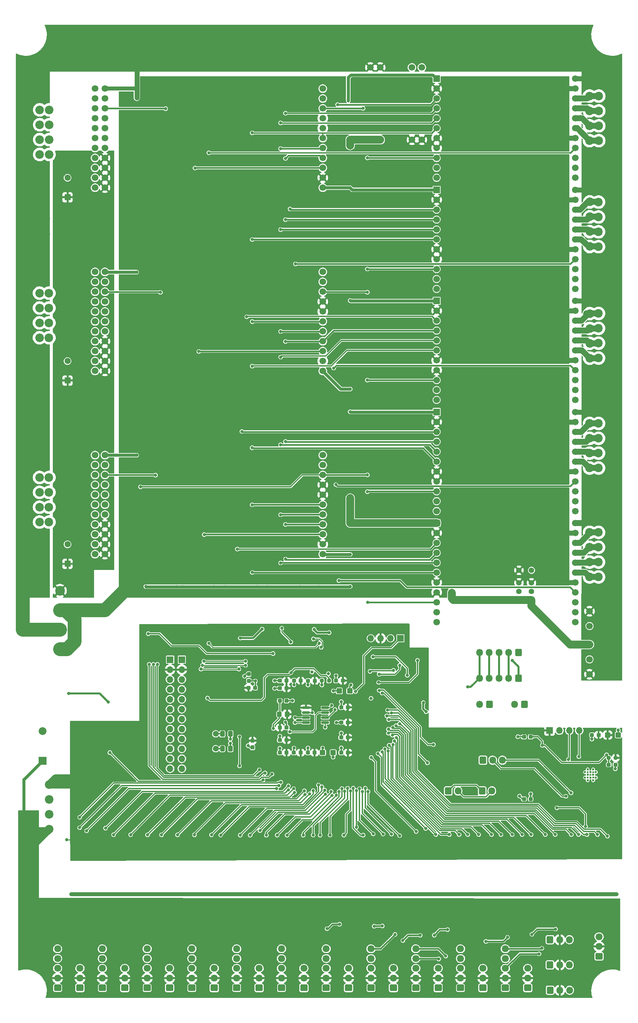
<source format=gbr>
%TF.GenerationSoftware,KiCad,Pcbnew,7.0.10*%
%TF.CreationDate,2024-02-14T22:06:42+09:00*%
%TF.ProjectId,crimping_machine,6372696d-7069-46e6-975f-6d616368696e,rev?*%
%TF.SameCoordinates,Original*%
%TF.FileFunction,Copper,L2,Bot*%
%TF.FilePolarity,Positive*%
%FSLAX46Y46*%
G04 Gerber Fmt 4.6, Leading zero omitted, Abs format (unit mm)*
G04 Created by KiCad (PCBNEW 7.0.10) date 2024-02-14 22:06:42*
%MOMM*%
%LPD*%
G01*
G04 APERTURE LIST*
G04 Aperture macros list*
%AMRoundRect*
0 Rectangle with rounded corners*
0 $1 Rounding radius*
0 $2 $3 $4 $5 $6 $7 $8 $9 X,Y pos of 4 corners*
0 Add a 4 corners polygon primitive as box body*
4,1,4,$2,$3,$4,$5,$6,$7,$8,$9,$2,$3,0*
0 Add four circle primitives for the rounded corners*
1,1,$1+$1,$2,$3*
1,1,$1+$1,$4,$5*
1,1,$1+$1,$6,$7*
1,1,$1+$1,$8,$9*
0 Add four rect primitives between the rounded corners*
20,1,$1+$1,$2,$3,$4,$5,0*
20,1,$1+$1,$4,$5,$6,$7,0*
20,1,$1+$1,$6,$7,$8,$9,0*
20,1,$1+$1,$8,$9,$2,$3,0*%
G04 Aperture macros list end*
%TA.AperFunction,ComponentPad*%
%ADD10C,2.500000*%
%TD*%
%TA.AperFunction,ComponentPad*%
%ADD11RoundRect,0.250000X0.675000X-0.600000X0.675000X0.600000X-0.675000X0.600000X-0.675000X-0.600000X0*%
%TD*%
%TA.AperFunction,ComponentPad*%
%ADD12O,1.850000X1.700000*%
%TD*%
%TA.AperFunction,ComponentPad*%
%ADD13C,1.700000*%
%TD*%
%TA.AperFunction,ComponentPad*%
%ADD14C,2.200000*%
%TD*%
%TA.AperFunction,ComponentPad*%
%ADD15RoundRect,0.250000X-0.600000X-0.675000X0.600000X-0.675000X0.600000X0.675000X-0.600000X0.675000X0*%
%TD*%
%TA.AperFunction,ComponentPad*%
%ADD16O,1.700000X1.850000*%
%TD*%
%TA.AperFunction,ComponentPad*%
%ADD17R,1.700000X1.700000*%
%TD*%
%TA.AperFunction,ComponentPad*%
%ADD18RoundRect,0.250000X0.600000X0.675000X-0.600000X0.675000X-0.600000X-0.675000X0.600000X-0.675000X0*%
%TD*%
%TA.AperFunction,ComponentPad*%
%ADD19R,1.600000X1.600000*%
%TD*%
%TA.AperFunction,ComponentPad*%
%ADD20C,1.600000*%
%TD*%
%TA.AperFunction,ComponentPad*%
%ADD21O,1.700000X1.700000*%
%TD*%
%TA.AperFunction,HeatsinkPad*%
%ADD22C,0.600000*%
%TD*%
%TA.AperFunction,ComponentPad*%
%ADD23R,2.000000X2.000000*%
%TD*%
%TA.AperFunction,ComponentPad*%
%ADD24C,2.000000*%
%TD*%
%TA.AperFunction,ComponentPad*%
%ADD25C,1.500000*%
%TD*%
%TA.AperFunction,SMDPad,CuDef*%
%ADD26RoundRect,0.237500X-0.250000X-0.237500X0.250000X-0.237500X0.250000X0.237500X-0.250000X0.237500X0*%
%TD*%
%TA.AperFunction,SMDPad,CuDef*%
%ADD27RoundRect,0.250000X-0.350000X-0.450000X0.350000X-0.450000X0.350000X0.450000X-0.350000X0.450000X0*%
%TD*%
%TA.AperFunction,SMDPad,CuDef*%
%ADD28RoundRect,0.237500X0.300000X0.237500X-0.300000X0.237500X-0.300000X-0.237500X0.300000X-0.237500X0*%
%TD*%
%TA.AperFunction,SMDPad,CuDef*%
%ADD29RoundRect,0.237500X-0.300000X-0.237500X0.300000X-0.237500X0.300000X0.237500X-0.300000X0.237500X0*%
%TD*%
%TA.AperFunction,SMDPad,CuDef*%
%ADD30RoundRect,0.250000X0.337500X0.475000X-0.337500X0.475000X-0.337500X-0.475000X0.337500X-0.475000X0*%
%TD*%
%TA.AperFunction,SMDPad,CuDef*%
%ADD31RoundRect,0.250000X0.450000X0.425000X-0.450000X0.425000X-0.450000X-0.425000X0.450000X-0.425000X0*%
%TD*%
%TA.AperFunction,SMDPad,CuDef*%
%ADD32RoundRect,0.150000X0.825000X0.150000X-0.825000X0.150000X-0.825000X-0.150000X0.825000X-0.150000X0*%
%TD*%
%TA.AperFunction,SMDPad,CuDef*%
%ADD33RoundRect,0.250000X-0.450000X-0.425000X0.450000X-0.425000X0.450000X0.425000X-0.450000X0.425000X0*%
%TD*%
%TA.AperFunction,ComponentPad*%
%ADD34C,1.400000*%
%TD*%
%TA.AperFunction,SMDPad,CuDef*%
%ADD35RoundRect,0.237500X0.237500X-0.300000X0.237500X0.300000X-0.237500X0.300000X-0.237500X-0.300000X0*%
%TD*%
%TA.AperFunction,SMDPad,CuDef*%
%ADD36RoundRect,0.237500X-0.237500X0.300000X-0.237500X-0.300000X0.237500X-0.300000X0.237500X0.300000X0*%
%TD*%
%TA.AperFunction,ViaPad*%
%ADD37C,0.800000*%
%TD*%
%TA.AperFunction,Conductor*%
%ADD38C,1.524000*%
%TD*%
%TA.AperFunction,Conductor*%
%ADD39C,0.304800*%
%TD*%
%TA.AperFunction,Conductor*%
%ADD40C,0.250000*%
%TD*%
%TA.AperFunction,Conductor*%
%ADD41C,0.508000*%
%TD*%
%TA.AperFunction,Conductor*%
%ADD42C,0.254000*%
%TD*%
%TA.AperFunction,Conductor*%
%ADD43C,2.032000*%
%TD*%
%TA.AperFunction,Conductor*%
%ADD44C,0.381000*%
%TD*%
%TA.AperFunction,Conductor*%
%ADD45C,1.016000*%
%TD*%
%TA.AperFunction,Conductor*%
%ADD46C,3.556000*%
%TD*%
%TA.AperFunction,Conductor*%
%ADD47C,1.270000*%
%TD*%
%TA.AperFunction,Conductor*%
%ADD48C,0.762000*%
%TD*%
G04 APERTURE END LIST*
D10*
%TO.P,J30,1,Pin_1*%
%TO.N,VPP*%
X-503650000Y-59400000D03*
%TO.P,J30,2,Pin_2*%
%TO.N,GND2*%
X-503650000Y-64400000D03*
%TO.P,J30,3,Pin_3*%
%TO.N,+24V*%
X-503650000Y-69400000D03*
%TO.P,J30,4,Pin_4*%
%TO.N,GND2*%
X-503650000Y-74400000D03*
%TD*%
D11*
%TO.P,J23,1,Pin_1*%
%TO.N,GND1*%
X-389409580Y-161210000D03*
D12*
%TO.P,J23,2,Pin_2*%
%TO.N,+12V*%
X-389409580Y-158710000D03*
%TO.P,J23,3,Pin_3*%
%TO.N,S_EZ10*%
X-389409580Y-156210000D03*
%TO.P,J23,4,Pin_4*%
%TO.N,S_EB10*%
X-389409580Y-153710000D03*
%TO.P,J23,5,Pin_5*%
%TO.N,S_EA10*%
X-389409580Y-151210000D03*
%TD*%
D11*
%TO.P,J28,1,Pin_1*%
%TO.N,GND1*%
X-365364000Y-153122000D03*
D12*
%TO.P,J28,2,Pin_2*%
%TO.N,+12V*%
X-365364000Y-150622000D03*
%TO.P,J28,3,Pin_3*%
%TO.N,S_H14*%
X-365364000Y-148122000D03*
%TD*%
D13*
%TO.P,U29,1,VCC_IO*%
%TO.N,+3.3VP*%
X-436245000Y43942000D03*
%TO.P,U29,2,GND*%
%TO.N,GND2*%
X-436245000Y46482000D03*
%TO.P,U29,3,CSN*%
%TO.N,CS2_O*%
X-436245000Y49022000D03*
%TO.P,U29,4,SCK*%
%TO.N,SPI3_SCK_O*%
X-436245000Y51562000D03*
%TO.P,U29,5,SDI*%
%TO.N,SPI3_MOSI_O*%
X-436245000Y54102000D03*
%TO.P,U29,6,SDO*%
%TO.N,SPI3_MISO_O*%
X-436245000Y56642000D03*
%TO.P,U29,7,GND*%
%TO.N,GND2*%
X-436245000Y59182000D03*
%TO.P,U29,8,CLK16*%
X-436245000Y61722000D03*
%TO.P,U29,9,DRV_ENN*%
%TO.N,DRV_ENN_O*%
X-436245000Y64262000D03*
%TO.P,U29,10,REFL(PLS)*%
%TO.N,unconnected-(U29-REFL(PLS)-Pad10)*%
X-436245000Y66802000D03*
%TO.P,U29,11,REFR(DIR)*%
%TO.N,unconnected-(U29-REFR(DIR)-Pad11)*%
X-436245000Y69342000D03*
%TO.P,U29,12,12V*%
%TO.N,+24V*%
X-492125000Y69342000D03*
%TO.P,U29,13,NC*%
%TO.N,unconnected-(U29-NC-Pad13)*%
X-492125000Y66802000D03*
%TO.P,U29,14,DIAG0*%
%TO.N,DIAG0_2_O*%
X-492125000Y64262000D03*
%TO.P,U29,15,A2*%
%TO.N,A2_2*%
X-492125000Y61722000D03*
%TO.P,U29,16,A1*%
%TO.N,A1_2*%
X-492125000Y59182000D03*
%TO.P,U29,17,B2*%
%TO.N,B2_2*%
X-492125000Y56642000D03*
%TO.P,U29,18,B1*%
%TO.N,B1_2*%
X-492125000Y54102000D03*
%TO.P,U29,19,VM*%
%TO.N,VPP*%
X-492125000Y51562000D03*
%TO.P,U29,20,VM*%
X-492125000Y49022000D03*
%TO.P,U29,21,VM*%
X-492125000Y46482000D03*
%TO.P,U29,22,VM*%
X-492125000Y43942000D03*
%TO.P,U29,23,GND*%
%TO.N,GND2*%
X-494665000Y43942000D03*
%TO.P,U29,24,GND*%
X-494665000Y46482000D03*
%TO.P,U29,25,GND*%
X-494665000Y49022000D03*
%TO.P,U29,26,GND*%
X-494665000Y51562000D03*
%TO.P,U29,27,B1*%
%TO.N,B1_2*%
X-494665000Y54102000D03*
%TO.P,U29,28,B2*%
%TO.N,B2_2*%
X-494665000Y56642000D03*
%TO.P,U29,29,A1*%
%TO.N,A1_2*%
X-494665000Y59182000D03*
%TO.P,U29,30,A2*%
%TO.N,A2_2*%
X-494665000Y61722000D03*
%TO.P,U29,31,DIAG0*%
%TO.N,DIAG0_2_O*%
X-494665000Y64262000D03*
%TO.P,U29,32,GND*%
%TO.N,GND2*%
X-494665000Y66802000D03*
%TO.P,U29,33,GND*%
X-494665000Y69342000D03*
%TD*%
D14*
%TO.P,J33,1,Pin_1*%
%TO.N,Net-(J33-Pin_1)*%
X-367770000Y240000D03*
%TO.P,J33,2,Pin_2*%
%TO.N,Net-(J33-Pin_2)*%
X-367770000Y4050000D03*
%TO.P,J33,3,Pin_3*%
%TO.N,Net-(J33-Pin_3)*%
X-367770000Y7860000D03*
%TO.P,J33,4,Pin_4*%
%TO.N,Net-(J33-Pin_4)*%
X-367770000Y11670000D03*
%TD*%
%TO.P,J35,1,Pin_1*%
%TO.N,Net-(J35-Pin_1)*%
X-367820000Y56007000D03*
%TO.P,J35,2,Pin_2*%
%TO.N,Net-(J35-Pin_2)*%
X-367820000Y59817000D03*
%TO.P,J35,3,Pin_3*%
%TO.N,Net-(J35-Pin_3)*%
X-367820000Y63627000D03*
%TO.P,J35,4,Pin_4*%
%TO.N,Net-(J35-Pin_4)*%
X-367820000Y67437000D03*
%TD*%
D11*
%TO.P,J15,1,Pin_1*%
%TO.N,GND1*%
X-435350060Y-161210000D03*
D12*
%TO.P,J15,2,Pin_2*%
%TO.N,+12V*%
X-435350060Y-158710000D03*
%TO.P,J15,3,Pin_3*%
%TO.N,S_EZ6*%
X-435350060Y-156210000D03*
%TO.P,J15,4,Pin_4*%
%TO.N,S_EB6*%
X-435350060Y-153710000D03*
%TO.P,J15,5,Pin_5*%
%TO.N,S_EA6*%
X-435350060Y-151210000D03*
%TD*%
D14*
%TO.P,J29,1,Pin_1*%
%TO.N,+3.3V*%
X-506410000Y-109120000D03*
%TO.P,J29,2,Pin_2*%
%TO.N,GND*%
X-506410000Y-112930000D03*
%TO.P,J29,3,Pin_3*%
%TO.N,GND1*%
X-506410000Y-116740000D03*
%TO.P,J29,4,Pin_4*%
%TO.N,+12V*%
X-506410000Y-120550000D03*
%TD*%
D15*
%TO.P,J1,1,Pin_1*%
%TO.N,CAN1L*%
X-404050000Y-110738300D03*
D16*
%TO.P,J1,2,Pin_2*%
%TO.N,CAN1H*%
X-401550000Y-110738300D03*
%TD*%
D11*
%TO.P,J3,1,Pin_1*%
%TO.N,GND1*%
X-504260780Y-161210000D03*
D12*
%TO.P,J3,2,Pin_2*%
%TO.N,+12V*%
X-504260780Y-158710000D03*
%TO.P,J3,3,Pin_3*%
%TO.N,S_EZ0*%
X-504260780Y-156210000D03*
%TO.P,J3,4,Pin_4*%
%TO.N,S_EB0*%
X-504260780Y-153710000D03*
%TO.P,J3,5,Pin_5*%
%TO.N,S_EA0*%
X-504260780Y-151210000D03*
%TD*%
D13*
%TO.P,U27,1,VCC_IO*%
%TO.N,+3.3VP*%
X-436245000Y-50038000D03*
%TO.P,U27,2,GND*%
%TO.N,GND2*%
X-436245000Y-47498000D03*
%TO.P,U27,3,CSN*%
%TO.N,CS0_O*%
X-436245000Y-44958000D03*
%TO.P,U27,4,SCK*%
%TO.N,SPI3_SCK_O*%
X-436245000Y-42418000D03*
%TO.P,U27,5,SDI*%
%TO.N,SPI3_MOSI_O*%
X-436245000Y-39878000D03*
%TO.P,U27,6,SDO*%
%TO.N,SPI3_MISO_O*%
X-436245000Y-37338000D03*
%TO.P,U27,7,GND*%
%TO.N,GND2*%
X-436245000Y-34798000D03*
%TO.P,U27,8,CLK16*%
X-436245000Y-32258000D03*
%TO.P,U27,9,DRV_ENN*%
%TO.N,DRV_ENN_O*%
X-436245000Y-29718000D03*
%TO.P,U27,10,REFL(PLS)*%
%TO.N,unconnected-(U27-REFL(PLS)-Pad10)*%
X-436245000Y-27178000D03*
%TO.P,U27,11,REFR(DIR)*%
%TO.N,unconnected-(U27-REFR(DIR)-Pad11)*%
X-436245000Y-24638000D03*
%TO.P,U27,12,12V*%
%TO.N,+24V*%
X-492125000Y-24638000D03*
%TO.P,U27,13,NC*%
%TO.N,unconnected-(U27-NC-Pad13)*%
X-492125000Y-27178000D03*
%TO.P,U27,14,DIAG0*%
%TO.N,DIAG0_0_O*%
X-492125000Y-29718000D03*
%TO.P,U27,15,A2*%
%TO.N,A2_0*%
X-492125000Y-32258000D03*
%TO.P,U27,16,A1*%
%TO.N,A1_0*%
X-492125000Y-34798000D03*
%TO.P,U27,17,B2*%
%TO.N,B2_0*%
X-492125000Y-37338000D03*
%TO.P,U27,18,B1*%
%TO.N,B1_0*%
X-492125000Y-39878000D03*
%TO.P,U27,19,VM*%
%TO.N,VPP*%
X-492125000Y-42418000D03*
%TO.P,U27,20,VM*%
X-492125000Y-44958000D03*
%TO.P,U27,21,VM*%
X-492125000Y-47498000D03*
%TO.P,U27,22,VM*%
X-492125000Y-50038000D03*
%TO.P,U27,23,GND*%
%TO.N,GND2*%
X-494665000Y-50038000D03*
%TO.P,U27,24,GND*%
X-494665000Y-47498000D03*
%TO.P,U27,25,GND*%
X-494665000Y-44958000D03*
%TO.P,U27,26,GND*%
X-494665000Y-42418000D03*
%TO.P,U27,27,B1*%
%TO.N,B1_0*%
X-494665000Y-39878000D03*
%TO.P,U27,28,B2*%
%TO.N,B2_0*%
X-494665000Y-37338000D03*
%TO.P,U27,29,A1*%
%TO.N,A1_0*%
X-494665000Y-34798000D03*
%TO.P,U27,30,A2*%
%TO.N,A2_0*%
X-494665000Y-32258000D03*
%TO.P,U27,31,DIAG0*%
%TO.N,DIAG0_0_O*%
X-494665000Y-29718000D03*
%TO.P,U27,32,GND*%
%TO.N,GND2*%
X-494665000Y-27178000D03*
%TO.P,U27,33,GND*%
X-494665000Y-24638000D03*
%TD*%
D17*
%TO.P,U24,1,VCC_IO*%
%TO.N,+3.3VP*%
X-407035000Y14922500D03*
D13*
%TO.P,U24,2,GND*%
%TO.N,GND2*%
X-407035000Y12382500D03*
%TO.P,U24,3,CSN*%
%TO.N,CS5_O*%
X-407035000Y9842500D03*
%TO.P,U24,4,SCK*%
%TO.N,SPI3_SCK_O*%
X-407035000Y7302500D03*
%TO.P,U24,5,SDI*%
%TO.N,SPI3_MOSI_O*%
X-407035000Y4762500D03*
%TO.P,U24,6,SDO*%
%TO.N,SPI3_MISO_O*%
X-407035000Y2222500D03*
%TO.P,U24,7,GND*%
%TO.N,GND2*%
X-407035000Y-317500D03*
%TO.P,U24,8,CLK16*%
X-407035000Y-2857500D03*
%TO.P,U24,9,DRV_ENN*%
%TO.N,DRV_ENN_O*%
X-407035000Y-5397500D03*
%TO.P,U24,10,REFL(PLS)*%
%TO.N,unconnected-(U24-REFL(PLS)-Pad10)*%
X-407035000Y-7937500D03*
%TO.P,U24,11,REFR(DIR)*%
%TO.N,unconnected-(U24-REFR(DIR)-Pad11)*%
X-407035000Y-10477500D03*
%TO.P,U24,12,ENCN*%
%TO.N,unconnected-(U24-ENCN-Pad12)*%
X-371475000Y-10477500D03*
%TO.P,U24,13,ENCB*%
%TO.N,unconnected-(U24-ENCB-Pad13)*%
X-371475000Y-7937500D03*
%TO.P,U24,14,ENCA*%
%TO.N,unconnected-(U24-ENCA-Pad14)*%
X-371475000Y-5397500D03*
%TO.P,U24,15,DIAG0*%
%TO.N,DIAG0_5_O*%
X-371475000Y-2857500D03*
%TO.P,U24,16,GND*%
%TO.N,GND2*%
X-371475000Y-317500D03*
%TO.P,U24,17,A1*%
%TO.N,Net-(J33-Pin_1)*%
X-371475000Y2222500D03*
%TO.P,U24,18,A2*%
%TO.N,Net-(J33-Pin_2)*%
X-371475000Y4762500D03*
%TO.P,U24,19,B1*%
%TO.N,Net-(J33-Pin_3)*%
X-371475000Y7302500D03*
%TO.P,U24,20,B2*%
%TO.N,Net-(J33-Pin_4)*%
X-371475000Y9842500D03*
%TO.P,U24,21,GND*%
%TO.N,GND2*%
X-371475000Y12382500D03*
%TO.P,U24,22,VM*%
%TO.N,+24V*%
X-371475000Y14922500D03*
%TD*%
D11*
%TO.P,J21,1,Pin_1*%
%TO.N,GND1*%
X-400894700Y-161210000D03*
D12*
%TO.P,J21,2,Pin_2*%
%TO.N,+12V*%
X-400894700Y-158710000D03*
%TO.P,J21,3,Pin_3*%
%TO.N,S_EZ9*%
X-400894700Y-156210000D03*
%TO.P,J21,4,Pin_4*%
%TO.N,S_EB9*%
X-400894700Y-153710000D03*
%TO.P,J21,5,Pin_5*%
%TO.N,S_EA9*%
X-400894700Y-151210000D03*
%TD*%
D15*
%TO.P,J26,1,Pin_1*%
%TO.N,GND1*%
X-377952000Y-148859000D03*
D16*
%TO.P,J26,2,Pin_2*%
%TO.N,+12V*%
X-375452000Y-148859000D03*
%TO.P,J26,3,Pin_3*%
%TO.N,S_H11*%
X-372952000Y-148859000D03*
%TD*%
D18*
%TO.P,J54,1,Pin_1*%
%TO.N,Net-(J54-Pin_1)*%
X-384500000Y-88500000D03*
D16*
%TO.P,J54,2,Pin_2*%
%TO.N,Net-(J54-Pin_2)*%
X-387000000Y-88500000D03*
%TD*%
D11*
%TO.P,J24,1,Pin_1*%
%TO.N,GND1*%
X-383667020Y-161210000D03*
D12*
%TO.P,J24,2,Pin_2*%
%TO.N,+12V*%
X-383667020Y-158710000D03*
%TO.P,J24,3,Pin_3*%
%TO.N,S_H10*%
X-383667020Y-156210000D03*
%TD*%
D18*
%TO.P,J49,1,Pin_1*%
%TO.N,Net-(J49-Pin_1)*%
X-393500000Y-88500000D03*
D16*
%TO.P,J49,2,Pin_2*%
%TO.N,Net-(J49-Pin_2)*%
X-396000000Y-88500000D03*
%TD*%
D14*
%TO.P,J41,1,Pin_1*%
%TO.N,A2_0*%
X-506476000Y-30353000D03*
%TO.P,J41,2,Pin_2*%
%TO.N,A1_0*%
X-506476000Y-34163000D03*
%TO.P,J41,3,Pin_3*%
%TO.N,B2_0*%
X-506476000Y-37973000D03*
%TO.P,J41,4,Pin_4*%
%TO.N,B1_0*%
X-506476000Y-41783000D03*
%TD*%
D11*
%TO.P,J10,1,Pin_1*%
%TO.N,GND1*%
X-464062860Y-161210000D03*
D12*
%TO.P,J10,2,Pin_2*%
%TO.N,+12V*%
X-464062860Y-158710000D03*
%TO.P,J10,3,Pin_3*%
%TO.N,S_H3*%
X-464062860Y-156210000D03*
%TD*%
D11*
%TO.P,J22,1,Pin_1*%
%TO.N,GND1*%
X-395152140Y-161210000D03*
D12*
%TO.P,J22,2,Pin_2*%
%TO.N,+12V*%
X-395152140Y-158710000D03*
%TO.P,J22,3,Pin_3*%
%TO.N,S_H9*%
X-395152140Y-156210000D03*
%TD*%
D19*
%TO.P,C48,1*%
%TO.N,VPP*%
X-501700000Y-52500000D03*
D20*
%TO.P,C48,2*%
%TO.N,GND2*%
X-501700000Y-47500000D03*
%TD*%
D11*
%TO.P,J13,1,Pin_1*%
%TO.N,GND1*%
X-446835180Y-161210000D03*
D12*
%TO.P,J13,2,Pin_2*%
%TO.N,+12V*%
X-446835180Y-158710000D03*
%TO.P,J13,3,Pin_3*%
%TO.N,S_EZ5*%
X-446835180Y-156210000D03*
%TO.P,J13,4,Pin_4*%
%TO.N,S_EB5*%
X-446835180Y-153710000D03*
%TO.P,J13,5,Pin_5*%
%TO.N,S_EA5*%
X-446835180Y-151210000D03*
%TD*%
D17*
%TO.P,U25,1,VCC_IO*%
%TO.N,+3.3VP*%
X-407035000Y43402250D03*
D13*
%TO.P,U25,2,GND*%
%TO.N,GND2*%
X-407035000Y40862250D03*
%TO.P,U25,3,CSN*%
%TO.N,CS6_O*%
X-407035000Y38322250D03*
%TO.P,U25,4,SCK*%
%TO.N,SPI3_SCK_O*%
X-407035000Y35782250D03*
%TO.P,U25,5,SDI*%
%TO.N,SPI3_MOSI_O*%
X-407035000Y33242250D03*
%TO.P,U25,6,SDO*%
%TO.N,SPI3_MISO_O*%
X-407035000Y30702250D03*
%TO.P,U25,7,GND*%
%TO.N,GND2*%
X-407035000Y28162250D03*
%TO.P,U25,8,CLK16*%
X-407035000Y25622250D03*
%TO.P,U25,9,DRV_ENN*%
%TO.N,DRV_ENN_O*%
X-407035000Y23082250D03*
%TO.P,U25,10,REFL(PLS)*%
%TO.N,unconnected-(U25-REFL(PLS)-Pad10)*%
X-407035000Y20542250D03*
%TO.P,U25,11,REFR(DIR)*%
%TO.N,unconnected-(U25-REFR(DIR)-Pad11)*%
X-407035000Y18002250D03*
%TO.P,U25,12,ENCN*%
%TO.N,unconnected-(U25-ENCN-Pad12)*%
X-371475000Y18002250D03*
%TO.P,U25,13,ENCB*%
%TO.N,unconnected-(U25-ENCB-Pad13)*%
X-371475000Y20542250D03*
%TO.P,U25,14,ENCA*%
%TO.N,unconnected-(U25-ENCA-Pad14)*%
X-371475000Y23082250D03*
%TO.P,U25,15,DIAG0*%
%TO.N,DIAG0_6_O*%
X-371475000Y25622250D03*
%TO.P,U25,16,GND*%
%TO.N,GND2*%
X-371475000Y28162250D03*
%TO.P,U25,17,A1*%
%TO.N,Net-(J34-Pin_1)*%
X-371475000Y30702250D03*
%TO.P,U25,18,A2*%
%TO.N,Net-(J34-Pin_2)*%
X-371475000Y33242250D03*
%TO.P,U25,19,B1*%
%TO.N,Net-(J34-Pin_3)*%
X-371475000Y35782250D03*
%TO.P,U25,20,B2*%
%TO.N,Net-(J34-Pin_4)*%
X-371475000Y38322250D03*
%TO.P,U25,21,GND*%
%TO.N,GND2*%
X-371475000Y40862250D03*
%TO.P,U25,22,VM*%
%TO.N,+24V*%
X-371475000Y43402250D03*
%TD*%
%TO.P,U39,1,IN-*%
%TO.N,GND2*%
X-410808000Y74764000D03*
%TO.P,U39,2,IN-*%
X-413348000Y74764000D03*
%TO.P,U39,3,IN+*%
%TO.N,+24V*%
X-421476000Y74764000D03*
%TO.P,U39,4,IN+*%
X-424016000Y74764000D03*
%TO.P,U39,5,OUT+*%
%TO.N,+3.3VP*%
X-424016000Y56222000D03*
%TO.P,U39,6,OUT+*%
X-421476000Y56222000D03*
%TO.P,U39,7,OUT-*%
%TO.N,GND2*%
X-413348000Y56222000D03*
%TO.P,U39,8,OUT-*%
X-410808000Y56222000D03*
%TD*%
D11*
%TO.P,J12,1,Pin_1*%
%TO.N,GND1*%
X-452577740Y-161210000D03*
D12*
%TO.P,J12,2,Pin_2*%
%TO.N,+12V*%
X-452577740Y-158710000D03*
%TO.P,J12,3,Pin_3*%
%TO.N,S_H4*%
X-452577740Y-156210000D03*
%TD*%
D18*
%TO.P,J52,1,Pin_1*%
%TO.N,ADC_CS0_O*%
X-386050000Y-75200000D03*
D16*
%TO.P,J52,2,Pin_2*%
%TO.N,SPI2_SCK_O*%
X-388550000Y-75200000D03*
%TO.P,J52,3,Pin_3*%
%TO.N,SPI2_MISO_O*%
X-391050000Y-75200000D03*
%TO.P,J52,4,Pin_4*%
%TO.N,+3V3*%
X-393550000Y-75200000D03*
%TO.P,J52,5,Pin_5*%
%TO.N,GNDS*%
X-396050000Y-75200000D03*
%TD*%
D15*
%TO.P,J25,1,Pin_1*%
%TO.N,GND1*%
X-377952000Y-155336000D03*
D16*
%TO.P,J25,2,Pin_2*%
%TO.N,+12V*%
X-375452000Y-155336000D03*
%TO.P,J25,3,Pin_3*%
%TO.N,S_H12*%
X-372952000Y-155336000D03*
%TD*%
D17*
%TO.P,J48,1,Pin_1*%
%TO.N,SWDIO*%
X-416306000Y-71602600D03*
D21*
%TO.P,J48,2,Pin_2*%
%TO.N,SWCLK*%
X-418846000Y-71602600D03*
%TO.P,J48,3,Pin_3*%
%TO.N,+3.3V*%
X-421386000Y-71602600D03*
%TO.P,J48,4,Pin_4*%
%TO.N,GND*%
X-423926000Y-71602600D03*
%TD*%
D13*
%TO.P,U28,1,VCC_IO*%
%TO.N,+3.3VP*%
X-436245000Y-3048000D03*
%TO.P,U28,2,GND*%
%TO.N,GND2*%
X-436245000Y-508000D03*
%TO.P,U28,3,CSN*%
%TO.N,CS1_O*%
X-436245000Y2032000D03*
%TO.P,U28,4,SCK*%
%TO.N,SPI3_SCK_O*%
X-436245000Y4572000D03*
%TO.P,U28,5,SDI*%
%TO.N,SPI3_MOSI_O*%
X-436245000Y7112000D03*
%TO.P,U28,6,SDO*%
%TO.N,SPI3_MISO_O*%
X-436245000Y9652000D03*
%TO.P,U28,7,GND*%
%TO.N,GND2*%
X-436245000Y12192000D03*
%TO.P,U28,8,CLK16*%
X-436245000Y14732000D03*
%TO.P,U28,9,DRV_ENN*%
%TO.N,DRV_ENN_O*%
X-436245000Y17272000D03*
%TO.P,U28,10,REFL(PLS)*%
%TO.N,unconnected-(U28-REFL(PLS)-Pad10)*%
X-436245000Y19812000D03*
%TO.P,U28,11,REFR(DIR)*%
%TO.N,unconnected-(U28-REFR(DIR)-Pad11)*%
X-436245000Y22352000D03*
%TO.P,U28,12,12V*%
%TO.N,+24V*%
X-492125000Y22352000D03*
%TO.P,U28,13,NC*%
%TO.N,unconnected-(U28-NC-Pad13)*%
X-492125000Y19812000D03*
%TO.P,U28,14,DIAG0*%
%TO.N,DIAG0_1_O*%
X-492125000Y17272000D03*
%TO.P,U28,15,A2*%
%TO.N,A2_1*%
X-492125000Y14732000D03*
%TO.P,U28,16,A1*%
%TO.N,A1_1*%
X-492125000Y12192000D03*
%TO.P,U28,17,B2*%
%TO.N,B2_1*%
X-492125000Y9652000D03*
%TO.P,U28,18,B1*%
%TO.N,B1_1*%
X-492125000Y7112000D03*
%TO.P,U28,19,VM*%
%TO.N,VPP*%
X-492125000Y4572000D03*
%TO.P,U28,20,VM*%
X-492125000Y2032000D03*
%TO.P,U28,21,VM*%
X-492125000Y-508000D03*
%TO.P,U28,22,VM*%
X-492125000Y-3048000D03*
%TO.P,U28,23,GND*%
%TO.N,GND2*%
X-494665000Y-3048000D03*
%TO.P,U28,24,GND*%
X-494665000Y-508000D03*
%TO.P,U28,25,GND*%
X-494665000Y2032000D03*
%TO.P,U28,26,GND*%
X-494665000Y4572000D03*
%TO.P,U28,27,B1*%
%TO.N,B1_1*%
X-494665000Y7112000D03*
%TO.P,U28,28,B2*%
%TO.N,B2_1*%
X-494665000Y9652000D03*
%TO.P,U28,29,A1*%
%TO.N,A1_1*%
X-494665000Y12192000D03*
%TO.P,U28,30,A2*%
%TO.N,A2_1*%
X-494665000Y14732000D03*
%TO.P,U28,31,DIAG0*%
%TO.N,DIAG0_1_O*%
X-494665000Y17272000D03*
%TO.P,U28,32,GND*%
%TO.N,GND2*%
X-494665000Y19812000D03*
%TO.P,U28,33,GND*%
X-494665000Y22352000D03*
%TD*%
D17*
%TO.P,J56,1,Pin_1*%
%TO.N,+3.3V*%
X-378080000Y-95220000D03*
D21*
%TO.P,J56,2,Pin_2*%
%TO.N,GND*%
X-375540000Y-95220000D03*
%TO.P,J56,3,Pin_3*%
%TO.N,RXD0*%
X-373000000Y-95220000D03*
%TO.P,J56,4,Pin_4*%
%TO.N,TXD0*%
X-370460000Y-95220000D03*
%TD*%
D22*
%TO.P,U1,39,GND*%
%TO.N,GND*%
X-366880000Y-105200000D03*
X-368280000Y-105200000D03*
X-366180000Y-105900000D03*
X-367580000Y-105900000D03*
X-368980000Y-105900000D03*
X-366880000Y-106575000D03*
X-368280000Y-106575000D03*
X-366180000Y-107300000D03*
X-367580000Y-107300000D03*
X-368980000Y-107300000D03*
X-366880000Y-108000000D03*
X-368280000Y-108000000D03*
%TD*%
D14*
%TO.P,J46,1,Pin_1*%
%TO.N,A2_2*%
X-506437000Y63910000D03*
%TO.P,J46,2,Pin_2*%
%TO.N,A1_2*%
X-506437000Y60100000D03*
%TO.P,J46,3,Pin_3*%
%TO.N,B2_2*%
X-506437000Y56290000D03*
%TO.P,J46,4,Pin_4*%
%TO.N,B1_2*%
X-506437000Y52480000D03*
%TD*%
D17*
%TO.P,J55,1,Pin_1*%
%TO.N,GND*%
X-475400000Y-77060000D03*
D21*
%TO.P,J55,2,Pin_2*%
%TO.N,+3.3V*%
X-475400000Y-79600000D03*
%TO.P,J55,3,Pin_3*%
%TO.N,PC15*%
X-475400000Y-82140000D03*
%TO.P,J55,4,Pin_4*%
%TO.N,PI10*%
X-475400000Y-84680000D03*
%TO.P,J55,5,Pin_5*%
%TO.N,PF1*%
X-475400000Y-87220000D03*
%TO.P,J55,6,Pin_6*%
%TO.N,PF3*%
X-475400000Y-89760000D03*
%TO.P,J55,7,Pin_7*%
%TO.N,PF5*%
X-475400000Y-92300000D03*
%TO.P,J55,8,Pin_8*%
%TO.N,PF7*%
X-475400000Y-94840000D03*
%TO.P,J55,9,Pin_9*%
%TO.N,PF9*%
X-475400000Y-97380000D03*
%TO.P,J55,10,Pin_10*%
%TO.N,PA0*%
X-475400000Y-99920000D03*
%TO.P,J55,11,Pin_11*%
%TO.N,PA2*%
X-475400000Y-102460000D03*
%TO.P,J55,12,Pin_12*%
%TO.N,PH3*%
X-475400000Y-105000000D03*
%TD*%
D11*
%TO.P,J20,1,Pin_1*%
%TO.N,GND1*%
X-406637260Y-161210000D03*
D12*
%TO.P,J20,2,Pin_2*%
%TO.N,+12V*%
X-406637260Y-158710000D03*
%TO.P,J20,3,Pin_3*%
%TO.N,S_H8*%
X-406637260Y-156210000D03*
%TD*%
D15*
%TO.P,J27,1,Pin_1*%
%TO.N,GND1*%
X-377912000Y-161813000D03*
D16*
%TO.P,J27,2,Pin_2*%
%TO.N,+12V*%
X-375412000Y-161813000D03*
%TO.P,J27,3,Pin_3*%
%TO.N,S_H13*%
X-372912000Y-161813000D03*
%TD*%
D17*
%TO.P,U22,1,VCC_IO*%
%TO.N,+3.3VP*%
X-407035000Y-42037000D03*
D13*
%TO.P,U22,2,GND*%
%TO.N,GND2*%
X-407035000Y-44577000D03*
%TO.P,U22,3,CSN*%
%TO.N,CS3_O*%
X-407035000Y-47117000D03*
%TO.P,U22,4,SCK*%
%TO.N,SPI3_SCK_O*%
X-407035000Y-49657000D03*
%TO.P,U22,5,SDI*%
%TO.N,SPI3_MOSI_O*%
X-407035000Y-52197000D03*
%TO.P,U22,6,SDO*%
%TO.N,SPI3_MISO_O*%
X-407035000Y-54737000D03*
%TO.P,U22,7,GND*%
%TO.N,GND2*%
X-407035000Y-57277000D03*
%TO.P,U22,8,CLK16*%
X-407035000Y-59817000D03*
%TO.P,U22,9,DRV_ENN*%
%TO.N,DRV_ENN_O*%
X-407035000Y-62357000D03*
%TO.P,U22,10,REFL(PLS)*%
%TO.N,unconnected-(U22-REFL(PLS)-Pad10)*%
X-407035000Y-64897000D03*
%TO.P,U22,11,REFR(DIR)*%
%TO.N,unconnected-(U22-REFR(DIR)-Pad11)*%
X-407035000Y-67437000D03*
%TO.P,U22,12,ENCN*%
%TO.N,unconnected-(U22-ENCN-Pad12)*%
X-371475000Y-67437000D03*
%TO.P,U22,13,ENCB*%
%TO.N,unconnected-(U22-ENCB-Pad13)*%
X-371475000Y-64897000D03*
%TO.P,U22,14,ENCA*%
%TO.N,unconnected-(U22-ENCA-Pad14)*%
X-371475000Y-62357000D03*
%TO.P,U22,15,DIAG0*%
%TO.N,DIAG0_3_O*%
X-371475000Y-59817000D03*
%TO.P,U22,16,GND*%
%TO.N,GND2*%
X-371475000Y-57277000D03*
%TO.P,U22,17,A1*%
%TO.N,Net-(J31-Pin_1)*%
X-371475000Y-54737000D03*
%TO.P,U22,18,A2*%
%TO.N,Net-(J31-Pin_2)*%
X-371475000Y-52197000D03*
%TO.P,U22,19,B1*%
%TO.N,Net-(J31-Pin_3)*%
X-371475000Y-49657000D03*
%TO.P,U22,20,B2*%
%TO.N,Net-(J31-Pin_4)*%
X-371475000Y-47117000D03*
%TO.P,U22,21,GND*%
%TO.N,GND2*%
X-371475000Y-44577000D03*
%TO.P,U22,22,VM*%
%TO.N,+24V*%
X-371475000Y-42037000D03*
%TD*%
D18*
%TO.P,J53,1,Pin_1*%
%TO.N,ADC_CS1_O*%
X-386050000Y-81804000D03*
D16*
%TO.P,J53,2,Pin_2*%
%TO.N,SPI2_SCK_O*%
X-388550000Y-81804000D03*
%TO.P,J53,3,Pin_3*%
%TO.N,SPI2_MISO_O*%
X-391050000Y-81804000D03*
%TO.P,J53,4,Pin_4*%
%TO.N,+3V3*%
X-393550000Y-81804000D03*
%TO.P,J53,5,Pin_5*%
%TO.N,GNDS*%
X-396050000Y-81804000D03*
%TD*%
D11*
%TO.P,J6,1,Pin_1*%
%TO.N,GND1*%
X-487033100Y-161210000D03*
D12*
%TO.P,J6,2,Pin_2*%
%TO.N,+12V*%
X-487033100Y-158710000D03*
%TO.P,J6,3,Pin_3*%
%TO.N,S_H1*%
X-487033100Y-156210000D03*
%TD*%
D15*
%TO.P,J47,1,Pin_1*%
%TO.N,GND*%
X-395150000Y-102850000D03*
D16*
%TO.P,J47,2,Pin_2*%
%TO.N,RX2*%
X-392650000Y-102850000D03*
%TO.P,J47,3,Pin_3*%
%TO.N,TX2*%
X-390150000Y-102850000D03*
%TD*%
D11*
%TO.P,J19,1,Pin_1*%
%TO.N,GND1*%
X-412379820Y-161210000D03*
D12*
%TO.P,J19,2,Pin_2*%
%TO.N,+12V*%
X-412379820Y-158710000D03*
%TO.P,J19,3,Pin_3*%
%TO.N,S_EZ8*%
X-412379820Y-156210000D03*
%TO.P,J19,4,Pin_4*%
%TO.N,S_EB8*%
X-412379820Y-153710000D03*
%TO.P,J19,5,Pin_5*%
%TO.N,S_EA8*%
X-412379820Y-151210000D03*
%TD*%
D11*
%TO.P,J17,1,Pin_1*%
%TO.N,GND1*%
X-423864940Y-161210000D03*
D12*
%TO.P,J17,2,Pin_2*%
%TO.N,+12V*%
X-423864940Y-158710000D03*
%TO.P,J17,3,Pin_3*%
%TO.N,S_EZ7*%
X-423864940Y-156210000D03*
%TO.P,J17,4,Pin_4*%
%TO.N,S_EB7*%
X-423864940Y-153710000D03*
%TO.P,J17,5,Pin_5*%
%TO.N,S_EA7*%
X-423864940Y-151210000D03*
%TD*%
D14*
%TO.P,J44,1,Pin_1*%
%TO.N,A2_1*%
X-506487000Y16920000D03*
%TO.P,J44,2,Pin_2*%
%TO.N,A1_1*%
X-506487000Y13110000D03*
%TO.P,J44,3,Pin_3*%
%TO.N,B2_1*%
X-506487000Y9300000D03*
%TO.P,J44,4,Pin_4*%
%TO.N,B1_1*%
X-506487000Y5490000D03*
%TD*%
D19*
%TO.P,C49,1*%
%TO.N,VPP*%
X-501700000Y-5500000D03*
D20*
%TO.P,C49,2*%
%TO.N,GND2*%
X-501700000Y-500000D03*
%TD*%
D14*
%TO.P,J31,1,Pin_1*%
%TO.N,Net-(J31-Pin_1)*%
X-367800000Y-55850000D03*
%TO.P,J31,2,Pin_2*%
%TO.N,Net-(J31-Pin_2)*%
X-367800000Y-52040000D03*
%TO.P,J31,3,Pin_3*%
%TO.N,Net-(J31-Pin_3)*%
X-367800000Y-48230000D03*
%TO.P,J31,4,Pin_4*%
%TO.N,Net-(J31-Pin_4)*%
X-367800000Y-44420000D03*
%TD*%
D23*
%TO.P,BZ1,1,+*%
%TO.N,+12V*%
X-508120000Y-103020000D03*
D24*
%TO.P,BZ1,2,-*%
%TO.N,Net-(BZ1--)*%
X-508120000Y-95420000D03*
%TD*%
D17*
%TO.P,U23,1,VCC_IO*%
%TO.N,+3.3VP*%
X-407035000Y-13557250D03*
D13*
%TO.P,U23,2,GND*%
%TO.N,GND2*%
X-407035000Y-16097250D03*
%TO.P,U23,3,CSN*%
%TO.N,CS4_O*%
X-407035000Y-18637250D03*
%TO.P,U23,4,SCK*%
%TO.N,SPI3_SCK_O*%
X-407035000Y-21177250D03*
%TO.P,U23,5,SDI*%
%TO.N,SPI3_MOSI_O*%
X-407035000Y-23717250D03*
%TO.P,U23,6,SDO*%
%TO.N,SPI3_MISO_O*%
X-407035000Y-26257250D03*
%TO.P,U23,7,GND*%
%TO.N,GND2*%
X-407035000Y-28797250D03*
%TO.P,U23,8,CLK16*%
X-407035000Y-31337250D03*
%TO.P,U23,9,DRV_ENN*%
%TO.N,DRV_ENN_O*%
X-407035000Y-33877250D03*
%TO.P,U23,10,REFL(PLS)*%
%TO.N,unconnected-(U23-REFL(PLS)-Pad10)*%
X-407035000Y-36417250D03*
%TO.P,U23,11,REFR(DIR)*%
%TO.N,unconnected-(U23-REFR(DIR)-Pad11)*%
X-407035000Y-38957250D03*
%TO.P,U23,12,ENCN*%
%TO.N,unconnected-(U23-ENCN-Pad12)*%
X-371475000Y-38957250D03*
%TO.P,U23,13,ENCB*%
%TO.N,unconnected-(U23-ENCB-Pad13)*%
X-371475000Y-36417250D03*
%TO.P,U23,14,ENCA*%
%TO.N,unconnected-(U23-ENCA-Pad14)*%
X-371475000Y-33877250D03*
%TO.P,U23,15,DIAG0*%
%TO.N,DIAG0_4_O*%
X-371475000Y-31337250D03*
%TO.P,U23,16,GND*%
%TO.N,GND2*%
X-371475000Y-28797250D03*
%TO.P,U23,17,A1*%
%TO.N,Net-(J32-Pin_1)*%
X-371475000Y-26257250D03*
%TO.P,U23,18,A2*%
%TO.N,Net-(J32-Pin_2)*%
X-371475000Y-23717250D03*
%TO.P,U23,19,B1*%
%TO.N,Net-(J32-Pin_3)*%
X-371475000Y-21177250D03*
%TO.P,U23,20,B2*%
%TO.N,Net-(J32-Pin_4)*%
X-371475000Y-18637250D03*
%TO.P,U23,21,GND*%
%TO.N,GND2*%
X-371475000Y-16097250D03*
%TO.P,U23,22,VM*%
%TO.N,+24V*%
X-371475000Y-13557250D03*
%TD*%
D11*
%TO.P,J5,1,Pin_1*%
%TO.N,GND1*%
X-492775660Y-161210000D03*
D12*
%TO.P,J5,2,Pin_2*%
%TO.N,+12V*%
X-492775660Y-158710000D03*
%TO.P,J5,3,Pin_3*%
%TO.N,S_EZ1*%
X-492775660Y-156210000D03*
%TO.P,J5,4,Pin_4*%
%TO.N,S_EB1*%
X-492775660Y-153710000D03*
%TO.P,J5,5,Pin_5*%
%TO.N,S_EA1*%
X-492775660Y-151210000D03*
%TD*%
D11*
%TO.P,J11,1,Pin_1*%
%TO.N,GND1*%
X-458320300Y-161210000D03*
D12*
%TO.P,J11,2,Pin_2*%
%TO.N,+12V*%
X-458320300Y-158710000D03*
%TO.P,J11,3,Pin_3*%
%TO.N,S_EZ4*%
X-458320300Y-156210000D03*
%TO.P,J11,4,Pin_4*%
%TO.N,S_EB4*%
X-458320300Y-153710000D03*
%TO.P,J11,5,Pin_5*%
%TO.N,S_EA4*%
X-458320300Y-151210000D03*
%TD*%
D13*
%TO.P,J51,1,Pin_1*%
%TO.N,+24V*%
X-367820000Y-80800000D03*
%TO.P,J51,2,Pin_2*%
%TO.N,GND2*%
X-367820000Y-76990000D03*
%TO.P,J51,3,Pin_3*%
%TO.N,+3.3VP*%
X-367820000Y-73180000D03*
%TD*%
D11*
%TO.P,J18,1,Pin_1*%
%TO.N,GND1*%
X-418122380Y-161210000D03*
D12*
%TO.P,J18,2,Pin_2*%
%TO.N,+12V*%
X-418122380Y-158710000D03*
%TO.P,J18,3,Pin_3*%
%TO.N,S_H7*%
X-418122380Y-156210000D03*
%TD*%
D14*
%TO.P,J32,1,Pin_1*%
%TO.N,Net-(J32-Pin_1)*%
X-367795000Y-27940000D03*
%TO.P,J32,2,Pin_2*%
%TO.N,Net-(J32-Pin_2)*%
X-367795000Y-24130000D03*
%TO.P,J32,3,Pin_3*%
%TO.N,Net-(J32-Pin_3)*%
X-367795000Y-20320000D03*
%TO.P,J32,4,Pin_4*%
%TO.N,Net-(J32-Pin_4)*%
X-367795000Y-16510000D03*
%TD*%
D11*
%TO.P,J14,1,Pin_1*%
%TO.N,GND1*%
X-441092620Y-161210000D03*
D12*
%TO.P,J14,2,Pin_2*%
%TO.N,+12V*%
X-441092620Y-158710000D03*
%TO.P,J14,3,Pin_3*%
%TO.N,S_H5*%
X-441092620Y-156210000D03*
%TD*%
D11*
%TO.P,J7,1,Pin_1*%
%TO.N,GND1*%
X-481290540Y-161210000D03*
D12*
%TO.P,J7,2,Pin_2*%
%TO.N,+12V*%
X-481290540Y-158710000D03*
%TO.P,J7,3,Pin_3*%
%TO.N,S_EZ2*%
X-481290540Y-156210000D03*
%TO.P,J7,4,Pin_4*%
%TO.N,S_EB2*%
X-481290540Y-153710000D03*
%TO.P,J7,5,Pin_5*%
%TO.N,S_EA2*%
X-481290540Y-151210000D03*
%TD*%
D11*
%TO.P,J8,1,Pin_1*%
%TO.N,GND1*%
X-475547980Y-161210000D03*
D12*
%TO.P,J8,2,Pin_2*%
%TO.N,+12V*%
X-475547980Y-158710000D03*
%TO.P,J8,3,Pin_3*%
%TO.N,S_H2*%
X-475547980Y-156210000D03*
%TD*%
D14*
%TO.P,J34,1,Pin_1*%
%TO.N,Net-(J34-Pin_1)*%
X-367745000Y28865000D03*
%TO.P,J34,2,Pin_2*%
%TO.N,Net-(J34-Pin_2)*%
X-367745000Y32675000D03*
%TO.P,J34,3,Pin_3*%
%TO.N,Net-(J34-Pin_3)*%
X-367745000Y36485000D03*
%TO.P,J34,4,Pin_4*%
%TO.N,Net-(J34-Pin_4)*%
X-367745000Y40295000D03*
%TD*%
D15*
%TO.P,J50,1,Pin_1*%
%TO.N,CAN1L*%
X-395361200Y-110718600D03*
D16*
%TO.P,J50,2,Pin_2*%
%TO.N,CAN1H*%
X-392861200Y-110718600D03*
%TD*%
D25*
%TO.P,Y1,1,1*%
%TO.N,Net-(U2-PH1)*%
X-463700000Y-99900000D03*
%TO.P,Y1,2,2*%
%TO.N,Net-(U2-PH0)*%
X-463700000Y-96100000D03*
%TD*%
D11*
%TO.P,J16,1,Pin_1*%
%TO.N,GND1*%
X-429607500Y-161210000D03*
D12*
%TO.P,J16,2,Pin_2*%
%TO.N,+12V*%
X-429607500Y-158710000D03*
%TO.P,J16,3,Pin_3*%
%TO.N,S_H6*%
X-429607500Y-156210000D03*
%TD*%
D17*
%TO.P,U26,1,VCC_IO*%
%TO.N,+3.3VP*%
X-407035000Y71882000D03*
D13*
%TO.P,U26,2,GND*%
%TO.N,GND2*%
X-407035000Y69342000D03*
%TO.P,U26,3,CSN*%
%TO.N,CS7_O*%
X-407035000Y66802000D03*
%TO.P,U26,4,SCK*%
%TO.N,SPI3_SCK_O*%
X-407035000Y64262000D03*
%TO.P,U26,5,SDI*%
%TO.N,SPI3_MOSI_O*%
X-407035000Y61722000D03*
%TO.P,U26,6,SDO*%
%TO.N,SPI3_MISO_O*%
X-407035000Y59182000D03*
%TO.P,U26,7,GND*%
%TO.N,GND2*%
X-407035000Y56642000D03*
%TO.P,U26,8,CLK16*%
X-407035000Y54102000D03*
%TO.P,U26,9,DRV_ENN*%
%TO.N,DRV_ENN_O*%
X-407035000Y51562000D03*
%TO.P,U26,10,REFL(PLS)*%
%TO.N,unconnected-(U26-REFL(PLS)-Pad10)*%
X-407035000Y49022000D03*
%TO.P,U26,11,REFR(DIR)*%
%TO.N,unconnected-(U26-REFR(DIR)-Pad11)*%
X-407035000Y46482000D03*
%TO.P,U26,12,ENCN*%
%TO.N,unconnected-(U26-ENCN-Pad12)*%
X-371475000Y46482000D03*
%TO.P,U26,13,ENCB*%
%TO.N,unconnected-(U26-ENCB-Pad13)*%
X-371475000Y49022000D03*
%TO.P,U26,14,ENCA*%
%TO.N,unconnected-(U26-ENCA-Pad14)*%
X-371475000Y51562000D03*
%TO.P,U26,15,DIAG0*%
%TO.N,DIAG0_7_O*%
X-371475000Y54102000D03*
%TO.P,U26,16,GND*%
%TO.N,GND2*%
X-371475000Y56642000D03*
%TO.P,U26,17,A1*%
%TO.N,Net-(J35-Pin_1)*%
X-371475000Y59182000D03*
%TO.P,U26,18,A2*%
%TO.N,Net-(J35-Pin_2)*%
X-371475000Y61722000D03*
%TO.P,U26,19,B1*%
%TO.N,Net-(J35-Pin_3)*%
X-371475000Y64262000D03*
%TO.P,U26,20,B2*%
%TO.N,Net-(J35-Pin_4)*%
X-371475000Y66802000D03*
%TO.P,U26,21,GND*%
%TO.N,GND2*%
X-371475000Y69342000D03*
%TO.P,U26,22,VM*%
%TO.N,+24V*%
X-371475000Y71882000D03*
%TD*%
D19*
%TO.P,C50,1*%
%TO.N,VPP*%
X-501700000Y41500000D03*
D20*
%TO.P,C50,2*%
%TO.N,GND2*%
X-501700000Y46500000D03*
%TD*%
D11*
%TO.P,J4,1,Pin_1*%
%TO.N,GND1*%
X-498518220Y-161210000D03*
D12*
%TO.P,J4,2,Pin_2*%
%TO.N,+12V*%
X-498518220Y-158710000D03*
%TO.P,J4,3,Pin_3*%
%TO.N,S_H0*%
X-498518220Y-156210000D03*
%TD*%
D11*
%TO.P,J9,1,Pin_1*%
%TO.N,GND1*%
X-469805420Y-161210000D03*
D12*
%TO.P,J9,2,Pin_2*%
%TO.N,+12V*%
X-469805420Y-158710000D03*
%TO.P,J9,3,Pin_3*%
%TO.N,S_EZ3*%
X-469805420Y-156210000D03*
%TO.P,J9,4,Pin_4*%
%TO.N,S_EB3*%
X-469805420Y-153710000D03*
%TO.P,J9,5,Pin_5*%
%TO.N,S_EA3*%
X-469805420Y-151210000D03*
%TD*%
D13*
%TO.P,J2,1,Pin_1*%
%TO.N,Net-(J2-Pin_1)*%
X-367800000Y-68440000D03*
%TO.P,J2,2,Pin_2*%
%TO.N,+24V*%
X-367800000Y-64630000D03*
%TD*%
D17*
%TO.P,J57,1,Pin_1*%
%TO.N,GND*%
X-472400000Y-77060000D03*
D21*
%TO.P,J57,2,Pin_2*%
%TO.N,+3.3V*%
X-472400000Y-79600000D03*
%TO.P,J57,3,Pin_3*%
%TO.N,PC14*%
X-472400000Y-82140000D03*
%TO.P,J57,4,Pin_4*%
%TO.N,PI9*%
X-472400000Y-84680000D03*
%TO.P,J57,5,Pin_5*%
%TO.N,PF0*%
X-472400000Y-87220000D03*
%TO.P,J57,6,Pin_6*%
%TO.N,PF2*%
X-472400000Y-89760000D03*
%TO.P,J57,7,Pin_7*%
%TO.N,PF4*%
X-472400000Y-92300000D03*
%TO.P,J57,8,Pin_8*%
%TO.N,PF6*%
X-472400000Y-94840000D03*
%TO.P,J57,9,Pin_9*%
%TO.N,PF8*%
X-472400000Y-97380000D03*
%TO.P,J57,10,Pin_10*%
%TO.N,PF10*%
X-472400000Y-99920000D03*
%TO.P,J57,11,Pin_11*%
%TO.N,PA1*%
X-472400000Y-102460000D03*
%TO.P,J57,12,Pin_12*%
%TO.N,PH2*%
X-472400000Y-105000000D03*
%TD*%
D14*
%TO.P,J38,1,Pin_1*%
%TO.N,Net-(J33-Pin_4)*%
X-365506000Y11684000D03*
%TO.P,J38,2,Pin_2*%
%TO.N,Net-(J33-Pin_3)*%
X-365506000Y7874000D03*
%TO.P,J38,3,Pin_3*%
%TO.N,Net-(J33-Pin_2)*%
X-365506000Y4064000D03*
%TO.P,J38,4,Pin_4*%
%TO.N,Net-(J33-Pin_1)*%
X-365506000Y254000D03*
%TD*%
D26*
%TO.P,R27,1*%
%TO.N,EN*%
X-362925000Y-102250000D03*
%TO.P,R27,2*%
%TO.N,+3.3V*%
X-361100000Y-102250000D03*
%TD*%
D27*
%TO.P,R3,1*%
%TO.N,Net-(SW3A-C)*%
X-447379600Y-91044440D03*
%TO.P,R3,2*%
%TO.N,+3.3V*%
X-445379600Y-91044440D03*
%TD*%
D14*
%TO.P,J45,1,Pin_1*%
%TO.N,B1_2*%
X-508850000Y52480000D03*
%TO.P,J45,2,Pin_2*%
%TO.N,B2_2*%
X-508850000Y56290000D03*
%TO.P,J45,3,Pin_3*%
%TO.N,A1_2*%
X-508850000Y60100000D03*
%TO.P,J45,4,Pin_4*%
%TO.N,A2_2*%
X-508850000Y63910000D03*
%TD*%
D28*
%TO.P,C21,1*%
%TO.N,+3.3V*%
X-445517100Y-97684680D03*
%TO.P,C21,2*%
%TO.N,GND*%
X-447242100Y-97684680D03*
%TD*%
D29*
%TO.P,C20,1*%
%TO.N,+3.3V*%
X-455318200Y-84277200D03*
%TO.P,C20,2*%
%TO.N,VBAT*%
X-453593200Y-84277200D03*
%TD*%
D28*
%TO.P,C18,1*%
%TO.N,+3.3V*%
X-438303500Y-82499200D03*
%TO.P,C18,2*%
%TO.N,GND*%
X-440028500Y-82499200D03*
%TD*%
D14*
%TO.P,J37,1,Pin_1*%
%TO.N,Net-(J34-Pin_4)*%
X-365506000Y40259000D03*
%TO.P,J37,2,Pin_2*%
%TO.N,Net-(J34-Pin_3)*%
X-365506000Y36449000D03*
%TO.P,J37,3,Pin_3*%
%TO.N,Net-(J34-Pin_2)*%
X-365506000Y32639000D03*
%TO.P,J37,4,Pin_4*%
%TO.N,Net-(J34-Pin_1)*%
X-365506000Y28829000D03*
%TD*%
D28*
%TO.P,C9,1*%
%TO.N,+3.3V*%
X-441916350Y-100894801D03*
%TO.P,C9,2*%
%TO.N,GND*%
X-443641350Y-100894801D03*
%TD*%
D30*
%TO.P,C12,1*%
%TO.N,GND*%
X-459925000Y-96100000D03*
%TO.P,C12,2*%
%TO.N,Net-(U2-PH0)*%
X-462000000Y-96100000D03*
%TD*%
D31*
%TO.P,C25,1*%
%TO.N,Net-(U2-VCAP_1)*%
X-433577350Y-100894801D03*
%TO.P,C25,2*%
%TO.N,GND*%
X-436277350Y-100894801D03*
%TD*%
D28*
%TO.P,C4,1*%
%TO.N,+3.3V*%
X-429769100Y-97023600D03*
%TO.P,C4,2*%
%TO.N,GND*%
X-431494100Y-97023600D03*
%TD*%
D29*
%TO.P,C63,1*%
%TO.N,EN*%
X-362875000Y-104000000D03*
%TO.P,C63,2*%
%TO.N,GND*%
X-361150000Y-104000000D03*
%TD*%
D28*
%TO.P,C65,1*%
%TO.N,+3.3V*%
X-365490000Y-96370000D03*
%TO.P,C65,2*%
%TO.N,GND*%
X-367215000Y-96370000D03*
%TD*%
%TO.P,C2,1*%
%TO.N,+3.3V*%
X-441910300Y-82448400D03*
%TO.P,C2,2*%
%TO.N,GND*%
X-443635300Y-82448400D03*
%TD*%
D14*
%TO.P,J40,1,Pin_1*%
%TO.N,Net-(J31-Pin_4)*%
X-365500000Y-44437000D03*
%TO.P,J40,2,Pin_2*%
%TO.N,Net-(J31-Pin_3)*%
X-365500000Y-48247000D03*
%TO.P,J40,3,Pin_3*%
%TO.N,Net-(J31-Pin_2)*%
X-365500000Y-52057000D03*
%TO.P,J40,4,Pin_4*%
%TO.N,Net-(J31-Pin_1)*%
X-365500000Y-55867000D03*
%TD*%
D28*
%TO.P,C1,1*%
%TO.N,+3.3V*%
X-445517100Y-84404200D03*
%TO.P,C1,2*%
%TO.N,GND*%
X-447242100Y-84404200D03*
%TD*%
D32*
%TO.P,U3,1,~{CS}*%
%TO.N,FRAM_CS*%
X-435613000Y-89408000D03*
%TO.P,U3,2,SO/SIO1*%
%TO.N,SPI1_MISO*%
X-435613000Y-90678000D03*
%TO.P,U3,3,~{WP}/SIO2*%
%TO.N,FRAM_WP*%
X-435613000Y-91948000D03*
%TO.P,U3,4,GND*%
%TO.N,GND*%
X-435613000Y-93218000D03*
%TO.P,U3,5,SI/SIO0*%
%TO.N,SPI1_MOSI*%
X-440563000Y-93218000D03*
%TO.P,U3,6,SCLK*%
%TO.N,SPI1_SCK*%
X-440563000Y-91948000D03*
%TO.P,U3,7,~{HOLD}/SIO3*%
%TO.N,FRAM_HOLD*%
X-440563000Y-90678000D03*
%TO.P,U3,8,VCC*%
%TO.N,+3.3V*%
X-440563000Y-89408000D03*
%TD*%
D28*
%TO.P,C10,1*%
%TO.N,+3.3V*%
X-445517100Y-100894801D03*
%TO.P,C10,2*%
%TO.N,GND*%
X-447242100Y-100894801D03*
%TD*%
D33*
%TO.P,C64,1*%
%TO.N,+3.3V*%
X-363150000Y-96370000D03*
%TO.P,C64,2*%
%TO.N,GND*%
X-360450000Y-96370000D03*
%TD*%
D30*
%TO.P,C13,1*%
%TO.N,GND*%
X-459925000Y-99900000D03*
%TO.P,C13,2*%
%TO.N,Net-(U2-PH1)*%
X-462000000Y-99900000D03*
%TD*%
D14*
%TO.P,J36,1,Pin_1*%
%TO.N,Net-(J35-Pin_4)*%
X-365442000Y67437000D03*
%TO.P,J36,2,Pin_2*%
%TO.N,Net-(J35-Pin_3)*%
X-365442000Y63627000D03*
%TO.P,J36,3,Pin_3*%
%TO.N,Net-(J35-Pin_2)*%
X-365442000Y59817000D03*
%TO.P,J36,4,Pin_4*%
%TO.N,Net-(J35-Pin_1)*%
X-365442000Y56007000D03*
%TD*%
%TO.P,J39,1,Pin_1*%
%TO.N,Net-(J32-Pin_4)*%
X-365506000Y-16510000D03*
%TO.P,J39,2,Pin_2*%
%TO.N,Net-(J32-Pin_3)*%
X-365506000Y-20320000D03*
%TO.P,J39,3,Pin_3*%
%TO.N,Net-(J32-Pin_2)*%
X-365506000Y-24130000D03*
%TO.P,J39,4,Pin_4*%
%TO.N,Net-(J32-Pin_1)*%
X-365506000Y-27940000D03*
%TD*%
D34*
%TO.P,U36,1,+*%
%TO.N,Net-(J2-Pin_1)*%
X-382700000Y-54150000D03*
%TO.P,U36,2,NC1*%
%TO.N,GND2*%
X-382700000Y-57350000D03*
%TO.P,U36,3,COM1*%
%TO.N,DRV_ENN_O*%
X-382700000Y-59550000D03*
%TO.P,U36,4,NO1*%
%TO.N,+3.3VP*%
X-382700000Y-61750000D03*
%TO.P,U36,5,NO2*%
X-385900000Y-61750000D03*
%TO.P,U36,6,COM2*%
%TO.N,DRV_ENN_O*%
X-385900000Y-59550000D03*
%TO.P,U36,7,NC2*%
%TO.N,GND2*%
X-385900000Y-57350000D03*
%TO.P,U36,8,-*%
X-385900000Y-54150000D03*
%TD*%
D28*
%TO.P,C7,1*%
%TO.N,+3.3V*%
X-429769100Y-93152400D03*
%TO.P,C7,2*%
%TO.N,GND*%
X-431494100Y-93152400D03*
%TD*%
D14*
%TO.P,J42,1,Pin_1*%
%TO.N,B1_0*%
X-508889000Y-41783000D03*
%TO.P,J42,2,Pin_2*%
%TO.N,B2_0*%
X-508889000Y-37973000D03*
%TO.P,J42,3,Pin_3*%
%TO.N,A1_0*%
X-508889000Y-34163000D03*
%TO.P,J42,4,Pin_4*%
%TO.N,A2_0*%
X-508889000Y-30353000D03*
%TD*%
D35*
%TO.P,C19,1*%
%TO.N,VBAT*%
X-455217700Y-82498100D03*
%TO.P,C19,2*%
%TO.N,GND*%
X-455217700Y-80773100D03*
%TD*%
D28*
%TO.P,C6,1*%
%TO.N,+3.3V*%
X-445517100Y-82448400D03*
%TO.P,C6,2*%
%TO.N,GND*%
X-447242100Y-82448400D03*
%TD*%
D29*
%TO.P,C3,1*%
%TO.N,+3.3V*%
X-447242100Y-94474560D03*
%TO.P,C3,2*%
%TO.N,GND*%
X-445517100Y-94474560D03*
%TD*%
D28*
%TO.P,C14,1*%
%TO.N,+3.3V*%
X-431089900Y-82448400D03*
%TO.P,C14,2*%
%TO.N,GND*%
X-432814900Y-82448400D03*
%TD*%
%TO.P,C8,1*%
%TO.N,GND*%
X-445517100Y-87614320D03*
%TO.P,C8,2*%
%TO.N,Net-(SW3A-C)*%
X-447242100Y-87614320D03*
%TD*%
D36*
%TO.P,C22,1*%
%TO.N,+3.3V*%
X-454253600Y-97843000D03*
%TO.P,C22,2*%
%TO.N,GND*%
X-454253600Y-99568000D03*
%TD*%
D28*
%TO.P,C11,1*%
%TO.N,+3.3V*%
X-438315600Y-100894801D03*
%TO.P,C11,2*%
%TO.N,GND*%
X-440040600Y-100894801D03*
%TD*%
%TO.P,C5,1*%
%TO.N,+3.3V*%
X-429769100Y-89281200D03*
%TO.P,C5,2*%
%TO.N,GND*%
X-431494100Y-89281200D03*
%TD*%
%TO.P,C67,1*%
%TO.N,IO0*%
X-382900000Y-112800000D03*
%TO.P,C67,2*%
%TO.N,GND*%
X-384625000Y-112800000D03*
%TD*%
%TO.P,C66,1*%
%TO.N,EN*%
X-382900000Y-96850000D03*
%TO.P,C66,2*%
%TO.N,GND*%
X-384625000Y-96850000D03*
%TD*%
D31*
%TO.P,C26,1*%
%TO.N,Net-(U2-VCAP_2)*%
X-429304100Y-85090000D03*
%TO.P,C26,2*%
%TO.N,GND*%
X-432004100Y-85090000D03*
%TD*%
D26*
%TO.P,R4,1*%
%TO.N,GND*%
X-436471700Y-82448400D03*
%TO.P,R4,2*%
%TO.N,Net-(SW4A-D)*%
X-434646700Y-82448400D03*
%TD*%
D14*
%TO.P,J43,1,Pin_1*%
%TO.N,B1_1*%
X-508900000Y5490000D03*
%TO.P,J43,2,Pin_2*%
%TO.N,B2_1*%
X-508900000Y9300000D03*
%TO.P,J43,3,Pin_3*%
%TO.N,A1_1*%
X-508900000Y13110000D03*
%TO.P,J43,4,Pin_4*%
%TO.N,A2_1*%
X-508900000Y16920000D03*
%TD*%
D28*
%TO.P,C17,1*%
%TO.N,+3.3V*%
X-429769100Y-100894801D03*
%TO.P,C17,2*%
%TO.N,GND*%
X-431494100Y-100894801D03*
%TD*%
D37*
%TO.N,Net-(U2-VCAP_2)*%
X-429000000Y-83550000D03*
%TO.N,CS0*%
X-456057000Y-77470000D03*
X-466725000Y-77470000D03*
%TO.N,CS1*%
X-456057000Y-78501997D03*
X-467100000Y-78501997D03*
%TO.N,CS2*%
X-457750000Y-79502000D03*
X-467500000Y-79502000D03*
%TO.N,Net-(U2-VCAP_1)*%
X-433578000Y-102057200D03*
%TO.N,VBAT*%
X-453517000Y-82550000D03*
%TO.N,GND*%
X-443992000Y-87579200D03*
X-440029600Y-83566000D03*
X-361200000Y-105050000D03*
X-435610000Y-94361000D03*
X-409740000Y-90424000D03*
X-443636400Y-99720400D03*
X-443636400Y-83566000D03*
X-434600000Y-70150000D03*
X-445770000Y-93116400D03*
X-447243200Y-99771200D03*
X-436473600Y-83566000D03*
X-455400000Y-99100000D03*
X-459925000Y-97400000D03*
X-448614800Y-82448400D03*
X-459925000Y-98500000D03*
X-447243200Y-96672400D03*
X-434775470Y-80675470D03*
X-438450000Y-69300000D03*
X-360460000Y-95140000D03*
X-456300000Y-81300000D03*
X-436270400Y-99720400D03*
X-433527200Y-85090000D03*
X-431495200Y-95859600D03*
X-431495200Y-99669600D03*
X-431495200Y-87833200D03*
X-367210000Y-97450000D03*
X-385750000Y-112050000D03*
X-439013600Y-80264000D03*
X-451800000Y-69250000D03*
X-410450000Y-88100000D03*
X-448614800Y-84429600D03*
X-432739800Y-93141800D03*
X-386200000Y-96800000D03*
X-440029600Y-99720400D03*
X-432816000Y-81178400D03*
X-457400000Y-71550000D03*
%TO.N,+3.3V*%
X-487450000Y-124500000D03*
X-414000000Y-123400000D03*
X-448600000Y-98200000D03*
X-422450000Y-123500000D03*
X-435610000Y-102362000D03*
X-428450000Y-123500000D03*
X-470450000Y-127950000D03*
X-362200000Y-123250000D03*
X-491200000Y-127950000D03*
X-442050000Y-123550000D03*
X-453050000Y-68950000D03*
X-453150000Y-123200000D03*
X-419900000Y-123450000D03*
X-441950000Y-68950000D03*
X-409854400Y-74676000D03*
X-375800000Y-123250000D03*
X-458150000Y-123300000D03*
X-416700000Y-125190000D03*
X-408900000Y-123350000D03*
X-449453000Y-99695000D03*
X-439450000Y-123500000D03*
X-478400000Y-123150000D03*
X-364750000Y-123250000D03*
X-367300000Y-123250000D03*
X-482400000Y-127950000D03*
X-427863000Y-83185000D03*
X-430911000Y-102489000D03*
X-406000000Y-102200000D03*
X-471700000Y-71000000D03*
X-437200000Y-68900000D03*
X-466000000Y-127950000D03*
X-411450000Y-123400000D03*
X-361110000Y-100850000D03*
X-433500000Y-123550000D03*
X-378350000Y-123250000D03*
X-402800000Y-123450000D03*
X-482530000Y-71830000D03*
X-431050000Y-123550000D03*
X-447421000Y-102362000D03*
X-391950000Y-123350000D03*
X-447421000Y-80000000D03*
X-501900000Y-123250000D03*
X-447100000Y-123600000D03*
X-484500000Y-123300000D03*
X-455750000Y-123300000D03*
X-440436000Y-102362000D03*
X-494400000Y-123300000D03*
X-386850000Y-123300000D03*
X-389350000Y-123300000D03*
X-395350000Y-123350000D03*
X-455371200Y-97840800D03*
X-397800000Y-123350000D03*
X-380900000Y-123250000D03*
X-361110000Y-98050000D03*
X-464150000Y-69350000D03*
X-436100000Y-123550000D03*
X-486800000Y-127950000D03*
X-428244000Y-68199000D03*
X-384250000Y-123250000D03*
X-471000000Y-123300000D03*
X-400350000Y-123400000D03*
X-444550000Y-123550000D03*
X-411911800Y-82346800D03*
X-499500000Y-123300000D03*
X-373300000Y-123250000D03*
X-466850000Y-123300000D03*
X-474700000Y-127950000D03*
X-425000000Y-123500000D03*
X-489800000Y-98300000D03*
X-427863000Y-101092000D03*
X-450650000Y-123500000D03*
X-474000000Y-71000000D03*
X-481550000Y-68850000D03*
X-450600000Y-69800000D03*
X-449453000Y-91694000D03*
X-465700000Y-82700000D03*
X-369800000Y-123250000D03*
X-429971200Y-90297000D03*
X-436512570Y-80360770D03*
X-440944000Y-80264000D03*
X-496950000Y-123300000D03*
X-429387000Y-80264000D03*
X-480250000Y-123200000D03*
X-427837600Y-95148400D03*
X-449453000Y-87630000D03*
X-460800000Y-82700000D03*
X-461650000Y-123400000D03*
X-460750000Y-70850000D03*
X-475350000Y-123300000D03*
X-406400000Y-123350000D03*
%TO.N,FRAM_CS*%
X-433984400Y-88798400D03*
%TO.N,SPI1_MISO*%
X-444683000Y-95587421D03*
%TO.N,FRAM_WP*%
X-433070000Y-89865200D03*
%TO.N,SPI1_MOSI*%
X-443357000Y-93218000D03*
%TO.N,SPI1_SCK*%
X-443357000Y-91948000D03*
%TO.N,FRAM_HOLD*%
X-438912000Y-90678000D03*
%TO.N,EMERGENCY*%
X-449000000Y-75500000D03*
X-481000000Y-70400000D03*
%TO.N,SPI3_MOSI*%
X-444455646Y-72555646D03*
X-446750000Y-69000000D03*
%TO.N,DIAG0_7*%
X-465455000Y-72898000D03*
X-437134000Y-72898000D03*
%TO.N,DIAG0_6*%
X-438633000Y-71755000D03*
X-436626000Y-73914000D03*
%TO.N,SPI2_MISO*%
X-423350000Y-76327000D03*
X-414553400Y-81076800D03*
%TO.N,SPI2_SCK*%
X-418109400Y-79806800D03*
X-424103800Y-80060800D03*
%TO.N,SWDIO*%
X-427850000Y-85250000D03*
%TO.N,CAN1_TX*%
X-407847800Y-98831400D03*
X-421741600Y-84937600D03*
%TO.N,CAN1_RX*%
X-421030400Y-85623400D03*
X-409397200Y-103530400D03*
%TO.N,H14*%
X-363220000Y-122340000D03*
X-419608000Y-89998600D03*
%TO.N,H13*%
X-365760000Y-121920000D03*
X-418592000Y-90728800D03*
%TO.N,H12*%
X-368477800Y-121920000D03*
X-419836600Y-91465400D03*
%TO.N,H11*%
X-419303200Y-92434400D03*
X-370629200Y-121920000D03*
%TO.N,EA10*%
X-372473200Y-121920000D03*
X-416529967Y-93526200D03*
%TO.N,EZ10*%
X-376623600Y-121920000D03*
X-417441692Y-93988073D03*
%TO.N,H10*%
X-418280000Y-94491400D03*
X-379163600Y-121920000D03*
%TO.N,EB10*%
X-382778000Y-121920000D03*
X-419379400Y-94894800D03*
%TO.N,H9*%
X-385107200Y-121920000D03*
X-419404800Y-95934400D03*
%TO.N,EZ9*%
X-418363400Y-96434400D03*
X-387647200Y-121920000D03*
%TO.N,EB9*%
X-390525000Y-121920000D03*
X-417326092Y-97110810D03*
%TO.N,EA9*%
X-417862162Y-97928567D03*
X-392938000Y-121920000D03*
%TO.N,H8*%
X-396240000Y-121920000D03*
X-418237891Y-98831299D03*
%TO.N,EA8*%
X-419202341Y-98992341D03*
X-399050000Y-121920000D03*
%TO.N,EB8*%
X-401269200Y-121920000D03*
X-419468797Y-100500777D03*
%TO.N,EZ8*%
X-403783800Y-121920000D03*
X-420290000Y-99970000D03*
%TO.N,H7*%
X-407238200Y-121920000D03*
X-421010000Y-100710000D03*
%TO.N,EZ7*%
X-409854400Y-120345200D03*
X-422060000Y-101170000D03*
%TO.N,EA7*%
X-412285200Y-121107200D03*
X-423810000Y-102164600D03*
%TO.N,EB7*%
X-424611046Y-110905287D03*
X-416518400Y-122181600D03*
%TO.N,H6*%
X-418600000Y-121785000D03*
X-425341246Y-110043628D03*
%TO.N,EZ6*%
X-420768800Y-121767600D03*
X-426071446Y-110902330D03*
%TO.N,EB6*%
X-426801646Y-110129936D03*
X-423308800Y-121742200D03*
%TO.N,H5*%
X-427609000Y-119989600D03*
X-427634400Y-110642400D03*
%TO.N,EA6*%
X-428412083Y-110038426D03*
X-425900000Y-122060000D03*
%TO.N,EZ5*%
X-429142283Y-110732075D03*
X-430810000Y-122040000D03*
%TO.N,EB5*%
X-434383200Y-122021600D03*
X-429872483Y-110053033D03*
%TO.N,EA5*%
X-436923200Y-122047000D03*
X-430602683Y-110831458D03*
%TO.N,H4*%
X-438716400Y-122021600D03*
X-431332883Y-110134400D03*
%TO.N,EZ4*%
X-432063083Y-110845600D03*
X-441256400Y-122047000D03*
%TO.N,EB4*%
X-432779003Y-111848919D03*
X-445406800Y-122047000D03*
%TO.N,EA4*%
X-433857972Y-111903320D03*
X-447946800Y-122047000D03*
%TO.N,H3*%
X-434086000Y-110845600D03*
X-450720000Y-122090000D03*
%TO.N,EZ3*%
X-435561809Y-111541839D03*
X-452330800Y-120878600D03*
%TO.N,EB3*%
X-454870800Y-122047000D03*
X-435746073Y-110532973D03*
%TO.N,EA3*%
X-436476273Y-109683576D03*
X-457410800Y-122047000D03*
%TO.N,H2*%
X-437337200Y-109220000D03*
X-462424800Y-122021600D03*
%TO.N,EZ2*%
X-464803710Y-121996200D03*
X-438677800Y-110642400D03*
%TO.N,EB2*%
X-439580193Y-111447407D03*
X-469151180Y-121996200D03*
%TO.N,EA2*%
X-440829752Y-111664306D03*
X-473498650Y-121996200D03*
%TO.N,H1*%
X-477603800Y-121996200D03*
X-440944000Y-110693200D03*
%TO.N,EZ1*%
X-443483851Y-111099582D03*
X-481193590Y-121996200D03*
%TO.N,EB1*%
X-485541060Y-121945400D03*
X-443721340Y-110151059D03*
%TO.N,EA1*%
X-445031372Y-110428431D03*
X-489888530Y-121945400D03*
%TO.N,H0*%
X-445058800Y-109423200D03*
X-491980600Y-120269400D03*
%TO.N,EZ0*%
X-496818500Y-120931500D03*
X-448102523Y-110104088D03*
%TO.N,EB0*%
X-447491634Y-109340600D03*
X-498601200Y-120148800D03*
%TO.N,EA0*%
X-498588500Y-117461500D03*
X-447008832Y-108490306D03*
%TO.N,BUZZER*%
X-451586600Y-107950000D03*
X-490850000Y-100900000D03*
%TO.N,DIAG0_0*%
X-480750000Y-78250000D03*
X-449245841Y-106429960D03*
%TO.N,DIAG0_1*%
X-451027800Y-106121200D03*
X-479704570Y-78262770D03*
%TO.N,DIAG0_2*%
X-452526400Y-105308400D03*
X-478671910Y-78262770D03*
%TO.N,GND1*%
X-363550000Y-137200000D03*
X-438300000Y-137200000D03*
X-493150000Y-137200000D03*
X-468000000Y-137200000D03*
X-412750000Y-137200000D03*
X-484300000Y-137200000D03*
X-368600000Y-137200000D03*
X-410200000Y-137200000D03*
X-434900000Y-137200000D03*
X-416200000Y-137200000D03*
X-421300000Y-137200000D03*
X-396650000Y-137200000D03*
X-488600000Y-137200000D03*
X-454400000Y-137200000D03*
X-377050000Y-137200000D03*
X-464100000Y-137200000D03*
X-449350000Y-137200000D03*
X-460300000Y-137200000D03*
X-394050000Y-137200000D03*
X-388050000Y-137200000D03*
X-432300000Y-137200000D03*
X-456950000Y-137200000D03*
X-360900000Y-137200000D03*
X-498250000Y-137200000D03*
X-500750000Y-137200000D03*
X-366000000Y-137200000D03*
X-379650000Y-137200000D03*
X-405100000Y-137200000D03*
X-427200000Y-137200000D03*
X-423800000Y-137200000D03*
X-399150000Y-137200000D03*
X-371950000Y-137200000D03*
X-477000000Y-137200000D03*
X-390700000Y-137200000D03*
X-443300000Y-137200000D03*
X-383000000Y-137200000D03*
X-445850000Y-137200000D03*
X-472250000Y-137200000D03*
%TO.N,Net-(D6-A)*%
X-431937269Y-144912731D03*
X-435150000Y-146050000D03*
%TO.N,Net-(D7-A)*%
X-423050000Y-145400000D03*
X-420950000Y-145350000D03*
%TO.N,Net-(D8-A)*%
X-415700000Y-149100000D03*
X-411250000Y-147750000D03*
%TO.N,S_EA7*%
X-417714449Y-147511751D03*
%TO.N,Net-(D9-A)*%
X-404250000Y-146300000D03*
X-407650000Y-147700000D03*
%TO.N,Net-(D10-A)*%
X-388850000Y-148250000D03*
X-394400000Y-149300000D03*
%TO.N,Net-(D11-A)*%
X-376500000Y-146150000D03*
X-382600000Y-147500000D03*
%TO.N,S_EB8*%
X-406501600Y-153797000D03*
%TO.N,S_EA8*%
X-404701029Y-153082971D03*
%TO.N,S_EZ10*%
X-380781700Y-152500000D03*
%TO.N,S_EA10*%
X-380031700Y-151050000D03*
%TO.N,GND2*%
X-397895000Y10100000D03*
X-470845000Y63325000D03*
X-468070000Y63325000D03*
X-394245000Y38675000D03*
X-398470000Y-19575000D03*
X-472345000Y14400000D03*
X-470970000Y14400000D03*
X-395745000Y-45500000D03*
X-473570000Y-22525000D03*
X-475195000Y15775000D03*
X-472170000Y-22525000D03*
X-473745000Y14400000D03*
X-475170000Y14400000D03*
X-472170000Y-35900000D03*
X-392245000Y57800000D03*
X-397870000Y8725000D03*
X-468045000Y61950000D03*
X-473595000Y-21150000D03*
X-399945000Y-45500000D03*
X-473595000Y-34525000D03*
X-401345000Y-45500000D03*
X-397045000Y-19575000D03*
X-397170000Y-44125000D03*
X-470820000Y61950000D03*
X-399845000Y-19575000D03*
X-395645000Y38675000D03*
X-398420000Y37300000D03*
X-474995000Y-35900000D03*
X-399245000Y8725000D03*
X-398570000Y-45500000D03*
X-401220000Y-20950000D03*
X-397820000Y57800000D03*
X-395020000Y57800000D03*
X-394220000Y37300000D03*
X-393670000Y8725000D03*
X-393645000Y59175000D03*
X-395645000Y-19575000D03*
X-397045000Y37300000D03*
X-395045000Y59175000D03*
X-475020000Y-21150000D03*
X-401245000Y-19575000D03*
X-470820000Y-21150000D03*
X-398445000Y38675000D03*
X-463845000Y61950000D03*
X-399970000Y-44125000D03*
X-399270000Y10100000D03*
X-393695000Y10100000D03*
X-474995000Y-22525000D03*
X-401370000Y-44125000D03*
X-398595000Y-44125000D03*
X-475020000Y-34525000D03*
X-397845000Y59175000D03*
X-399245000Y59175000D03*
X-469420000Y61950000D03*
X-399820000Y-20950000D03*
X-472195000Y-21150000D03*
X-395070000Y10100000D03*
X-465245000Y63325000D03*
X-395620000Y-20950000D03*
X-399220000Y57800000D03*
X-472370000Y15775000D03*
X-465220000Y61950000D03*
X-473770000Y15775000D03*
X-470820000Y-34525000D03*
X-396445000Y8725000D03*
X-396445000Y57800000D03*
X-394245000Y-20950000D03*
X-397070000Y38675000D03*
X-397145000Y-45500000D03*
X-463870000Y63325000D03*
X-469445000Y63325000D03*
X-470995000Y15775000D03*
X-472195000Y-34525000D03*
X-394270000Y-19575000D03*
X-395620000Y37300000D03*
X-392870000Y38675000D03*
X-400670000Y10100000D03*
X-392270000Y59175000D03*
X-395770000Y-44125000D03*
X-399820000Y37300000D03*
X-466645000Y63325000D03*
X-470795000Y-22525000D03*
X-470795000Y-35900000D03*
X-394395000Y-44125000D03*
X-466620000Y61950000D03*
X-396470000Y59175000D03*
X-393620000Y57800000D03*
X-399845000Y38675000D03*
X-397020000Y-20950000D03*
X-392845000Y37300000D03*
X-395045000Y8725000D03*
X-400645000Y8725000D03*
X-398445000Y-20950000D03*
X-396470000Y10100000D03*
X-473570000Y-35900000D03*
X-394370000Y-45500000D03*
%TO.N,SPI3_MISO_O*%
X-454342500Y-54700000D03*
X-454342500Y-1800000D03*
X-454342500Y-37350000D03*
X-454342500Y9600000D03*
X-454342500Y-22750000D03*
X-454342500Y30650000D03*
X-454342500Y58000000D03*
%TO.N,SPI3_MOSI_O*%
X-447050000Y-21968200D03*
X-447050000Y60550000D03*
X-447040000Y-52250000D03*
X-447050000Y500000D03*
X-447050000Y33200000D03*
X-447050000Y7100000D03*
X-447050000Y-39900000D03*
X-447050000Y53950000D03*
%TO.N,SPI3_SCK_O*%
X-445800000Y4500000D03*
X-445800000Y35750000D03*
X-445800000Y-42400000D03*
X-445770000Y-51300000D03*
X-445800000Y63050000D03*
X-445800000Y51450000D03*
X-445800000Y-21136400D03*
%TO.N,+3.3VP*%
X-427550000Y56250000D03*
X-441950000Y-58350000D03*
X-429200000Y-39950000D03*
X-402750000Y-61761000D03*
X-429200000Y-42050000D03*
X-429200000Y-37850000D03*
X-429200000Y-41000000D03*
X-461225000Y-58350000D03*
X-473775000Y-58350000D03*
X-428700000Y55300000D03*
X-429200000Y-58300000D03*
X-429750000Y54350000D03*
X-429750000Y55300000D03*
X-403525000Y-61742000D03*
X-450450000Y-58350000D03*
X-429200000Y43925000D03*
X-403525000Y-59820000D03*
X-403525000Y-60781000D03*
X-429200000Y-38900000D03*
X-481650000Y-58325000D03*
X-428700000Y56250000D03*
X-429200000Y-7700000D03*
X-429200000Y-50050000D03*
X-472150000Y-58350000D03*
X-453075000Y-58350000D03*
X-429200000Y-13500000D03*
X-402750000Y-59839000D03*
X-429200000Y-36800000D03*
X-464200000Y-58350000D03*
X-428700000Y54350000D03*
X-429200000Y15000000D03*
X-429800000Y56250000D03*
X-402750000Y-60800000D03*
X-429708000Y66264000D03*
X-437225000Y-58350000D03*
%TO.N,CS2_O*%
X-469000000Y49000000D03*
%TO.N,CS1_O*%
X-468050000Y1950000D03*
%TO.N,CS0_O*%
X-466650000Y-45000000D03*
%TO.N,DIAG0_0_O*%
X-479150000Y-29750000D03*
%TO.N,DIAG0_1_O*%
X-477900000Y17100000D03*
%TO.N,DIAG0_2_O*%
X-476550000Y64200000D03*
%TO.N,CS5_O*%
X-455750000Y10850000D03*
%TO.N,CS4_O*%
X-457000000Y-18550000D03*
%TO.N,CS3_O*%
X-458152500Y-48700000D03*
%TO.N,CS6_O*%
X-444650000Y38500000D03*
%TO.N,DIAG0_3_O*%
X-432100000Y-56800000D03*
%TO.N,DIAG0_6_O*%
X-443230000Y24400000D03*
%TO.N,DIAG0_5_O*%
X-433450000Y-2300000D03*
%TO.N,DIAG0_4_O*%
X-432882400Y-32178400D03*
%TO.N,CS7_O*%
X-432458000Y65264000D03*
%TO.N,DIAG0_7_O*%
X-465455000Y52900000D03*
%TO.N,+24V*%
X-474935000Y77600000D03*
X-514220000Y36015000D03*
X-476840000Y77600000D03*
X-506645000Y-14725000D03*
X-510405000Y32025000D03*
X-512310000Y32025000D03*
X-512360000Y-14725000D03*
X-514215000Y32025000D03*
X-453775000Y81540000D03*
X-461390000Y77550000D03*
X-508500000Y32025000D03*
X-457580000Y77550000D03*
X-471125000Y77600000D03*
X-510410000Y36015000D03*
X-483920800Y66751200D03*
X-506650000Y-10735000D03*
X-514265000Y-14725000D03*
X-459485000Y77550000D03*
X-508555000Y-10735000D03*
X-508550000Y-14725000D03*
X-506595000Y32025000D03*
X-455675000Y77550000D03*
X-461395000Y81540000D03*
X-508505000Y36015000D03*
X-473035000Y81590000D03*
X-483940000Y-24640000D03*
X-476845000Y81590000D03*
X-474940000Y81590000D03*
X-510455000Y-14725000D03*
X-512315000Y36015000D03*
X-483940000Y69340000D03*
X-506600000Y36015000D03*
X-514270000Y-10735000D03*
X-469220000Y77600000D03*
X-457585000Y81540000D03*
X-483940000Y22300000D03*
X-483920800Y67614800D03*
X-510460000Y-10735000D03*
X-455680000Y81540000D03*
X-471130000Y81590000D03*
X-453770000Y77550000D03*
X-473030000Y77600000D03*
X-483920800Y68478400D03*
X-459490000Y81540000D03*
X-469225000Y81590000D03*
X-512365000Y-10735000D03*
%TO.N,DRV_ENN_O*%
X-424800000Y-34000000D03*
X-424800000Y17150000D03*
X-483000000Y-32750000D03*
X-424700000Y-62350000D03*
X-425908000Y64260000D03*
X-424800000Y-5400000D03*
X-424800000Y51600000D03*
X-424800000Y23100000D03*
X-424800000Y-29700000D03*
%TO.N,+12V*%
X-462450000Y-143100000D03*
X-454126600Y-143510000D03*
X-494385600Y-143510000D03*
X-414502600Y-143510000D03*
X-400812000Y-143510000D03*
X-478383600Y-143510000D03*
X-431774600Y-143510000D03*
X-440385200Y-143510000D03*
X-442976000Y-143510000D03*
X-459206600Y-143510000D03*
X-412013400Y-143510000D03*
X-395757400Y-143510000D03*
X-471043000Y-143000000D03*
X-499491000Y-143510000D03*
X-496976400Y-143510000D03*
X-418058600Y-143510000D03*
X-502031000Y-143510000D03*
X-448081400Y-143510000D03*
X-475361000Y-143050000D03*
X-373329200Y-143510000D03*
X-467274600Y-142975400D03*
X-429209200Y-143433800D03*
X-423265600Y-143510000D03*
X-487172000Y-143510000D03*
X-406908000Y-143510000D03*
X-384530600Y-143510000D03*
X-451637400Y-143510000D03*
X-389686800Y-143510000D03*
X-482981000Y-143510000D03*
X-398246600Y-143510000D03*
X-392176000Y-143510000D03*
X-491337600Y-143510000D03*
X-456692000Y-143510000D03*
X-425704000Y-143510000D03*
X-420598600Y-143510000D03*
X-491250000Y-87950000D03*
X-380974600Y-143510000D03*
X-434314600Y-143510000D03*
X-436956200Y-143510000D03*
X-445541400Y-143510000D03*
X-409473400Y-143510000D03*
X-501400000Y-85700000D03*
X-378460000Y-143510000D03*
X-403326600Y-143510000D03*
X-375920000Y-143510000D03*
X-387096000Y-143510000D03*
%TO.N,GNDS*%
X-399050000Y-84050000D03*
%TO.N,ADC_CS1_O*%
X-387650000Y-77250000D03*
%TO.N,ADC_CS1*%
X-411962600Y-77266800D03*
X-421900000Y-82894800D03*
%TO.N,ADC_CS0*%
X-421792400Y-80797400D03*
X-416534600Y-78536800D03*
%TO.N,EN*%
X-363437600Y-101482400D03*
X-379900000Y-99050000D03*
%TO.N,IO0*%
X-382900000Y-111500000D03*
%TO.N,RX2*%
X-373850000Y-112100000D03*
X-423849800Y-86969600D03*
%TO.N,TX2*%
X-372550000Y-111200000D03*
%TO.N,Net-(U1-IO2)*%
X-368830000Y-119819800D03*
X-376170000Y-115040000D03*
%TO.N,RXD0*%
X-373210000Y-102669800D03*
%TO.N,TXD0*%
X-370560000Y-101909800D03*
%TO.N,Net-(SW3A-C)*%
X-457600000Y-104300000D03*
X-457600000Y-96850000D03*
X-448900000Y-94700000D03*
%TO.N,Net-(SW4A-D)*%
X-444398400Y-80365600D03*
X-465800000Y-86894800D03*
%TD*%
D38*
%TO.N,Net-(J34-Pin_1)*%
X-368065000Y28865000D02*
X-367745000Y28865000D01*
X-371475000Y30702250D02*
X-369902250Y30702250D01*
X-369902250Y30702250D02*
X-368065000Y28865000D01*
%TO.N,Net-(J34-Pin_4)*%
X-368255000Y40295000D02*
X-367745000Y40295000D01*
X-370227750Y38322250D02*
X-368255000Y40295000D01*
X-371475000Y38322250D02*
X-370227750Y38322250D01*
D39*
%TO.N,Net-(U2-PH1)*%
X-462000000Y-99900000D02*
X-463700000Y-99900000D01*
%TO.N,Net-(U2-VCAP_2)*%
X-429000000Y-83550000D02*
X-429304100Y-83854100D01*
X-429304100Y-83854100D02*
X-429304100Y-85090000D01*
D40*
%TO.N,CS0*%
X-466725000Y-77470000D02*
X-456057000Y-77470000D01*
%TO.N,CS1*%
X-467100000Y-78501997D02*
X-456057000Y-78501997D01*
%TO.N,CS2*%
X-457750000Y-79502000D02*
X-467500000Y-79502000D01*
D39*
%TO.N,Net-(U2-VCAP_1)*%
X-433577350Y-102056550D02*
X-433578000Y-102057200D01*
X-433577350Y-100894801D02*
X-433577350Y-102056550D01*
%TO.N,Net-(U2-PH0)*%
X-462000000Y-96100000D02*
X-463700000Y-96100000D01*
%TO.N,VBAT*%
X-455165800Y-82550000D02*
X-455217700Y-82498100D01*
X-453517000Y-84201000D02*
X-453593200Y-84277200D01*
X-453517000Y-82550000D02*
X-455165800Y-82550000D01*
X-453517000Y-82550000D02*
X-453517000Y-84201000D01*
%TO.N,GND*%
X-431494100Y-87834300D02*
X-431495200Y-87833200D01*
X-384625000Y-112800000D02*
X-385000000Y-112800000D01*
X-455773100Y-80773100D02*
X-455217700Y-80773100D01*
X-454253600Y-99568000D02*
X-454932000Y-99568000D01*
D41*
X-451800000Y-69250000D02*
X-454100000Y-71550000D01*
D39*
X-431494100Y-89281200D02*
X-431494100Y-87834300D01*
X-431494100Y-100894801D02*
X-431494100Y-99670700D01*
X-443641350Y-99725350D02*
X-443636400Y-99720400D01*
X-431494100Y-97023600D02*
X-431494100Y-95860700D01*
X-443641350Y-100894801D02*
X-443641350Y-99725350D01*
X-361200000Y-103850000D02*
X-361200000Y-105050000D01*
X-440040600Y-100894801D02*
X-440040600Y-99731400D01*
X-436277350Y-100894801D02*
X-436277350Y-99727350D01*
D41*
X-410464000Y-89700000D02*
X-410464000Y-88114000D01*
D40*
X-360450000Y-95150000D02*
X-360460000Y-95140000D01*
D39*
X-431504700Y-93141800D02*
X-431494100Y-93152400D01*
D41*
X-437650000Y-70150000D02*
X-434600000Y-70150000D01*
D39*
X-384625000Y-96850000D02*
X-386150000Y-96850000D01*
X-440040600Y-99731400D02*
X-440029600Y-99720400D01*
X-443635300Y-83564900D02*
X-443636400Y-83566000D01*
X-432814900Y-81179500D02*
X-432816000Y-81178400D01*
X-432739800Y-93141800D02*
X-431504700Y-93141800D01*
X-385000000Y-112800000D02*
X-385750000Y-112050000D01*
X-432814900Y-82448400D02*
X-432814900Y-81179500D01*
X-447242100Y-100894801D02*
X-447242100Y-99772300D01*
D40*
X-386150000Y-96850000D02*
X-386200000Y-96800000D01*
D39*
X-436471700Y-83564100D02*
X-436473600Y-83566000D01*
X-447242100Y-97684680D02*
X-447242100Y-96673500D01*
D41*
X-454100000Y-71550000D02*
X-457400000Y-71550000D01*
D39*
X-459925000Y-97400000D02*
X-459925000Y-96100000D01*
X-410464000Y-88114000D02*
X-410450000Y-88100000D01*
X-360450000Y-96370000D02*
X-360450000Y-95150000D01*
X-445517100Y-93369300D02*
X-445770000Y-93116400D01*
D42*
X-435613000Y-94358000D02*
X-435610000Y-94361000D01*
D39*
X-445517100Y-87614320D02*
X-444027120Y-87614320D01*
X-438450000Y-69300000D02*
X-438400000Y-69350000D01*
X-447242100Y-82448400D02*
X-448614800Y-82448400D01*
D40*
X-367210000Y-96375000D02*
X-367210000Y-97450000D01*
D39*
X-436277350Y-99727350D02*
X-436270400Y-99720400D01*
X-456300000Y-81300000D02*
X-455773100Y-80773100D01*
X-448589400Y-84404200D02*
X-448614800Y-84429600D01*
X-438400000Y-69350000D02*
X-438400000Y-69400000D01*
X-443635300Y-82448400D02*
X-443635300Y-83564900D01*
X-454932000Y-99568000D02*
X-455400000Y-99100000D01*
X-447242100Y-96673500D02*
X-447243200Y-96672400D01*
D41*
X-409740000Y-90424000D02*
X-410464000Y-89700000D01*
D42*
X-435613000Y-93218000D02*
X-435613000Y-94358000D01*
D39*
X-432004100Y-85090000D02*
X-433527200Y-85090000D01*
X-444027120Y-87614320D02*
X-443992000Y-87579200D01*
X-431494100Y-95860700D02*
X-431495200Y-95859600D01*
X-440028500Y-82499200D02*
X-440028500Y-83564900D01*
X-447242100Y-84404200D02*
X-448589400Y-84404200D01*
X-459925000Y-99900000D02*
X-459925000Y-98500000D01*
D41*
X-438400000Y-69400000D02*
X-437650000Y-70150000D01*
D40*
X-367215000Y-96370000D02*
X-367210000Y-96375000D01*
D39*
X-445517100Y-94474560D02*
X-445517100Y-93369300D01*
X-440028500Y-83564900D02*
X-440029600Y-83566000D01*
X-447242100Y-99772300D02*
X-447243200Y-99771200D01*
X-431494100Y-99670700D02*
X-431495200Y-99669600D01*
X-436471700Y-82448400D02*
X-436471700Y-83564100D01*
D43*
%TO.N,+3.3V*%
X-500750000Y-107500000D02*
X-504790000Y-107500000D01*
D40*
X-499550000Y-123250000D02*
X-499500000Y-123300000D01*
D39*
X-455369000Y-97843000D02*
X-455371200Y-97840800D01*
X-454253600Y-97843000D02*
X-455369000Y-97843000D01*
D43*
X-504790000Y-107500000D02*
X-506410000Y-109120000D01*
X-506410000Y-109120000D02*
X-499900000Y-109120000D01*
X-500000000Y-106750000D02*
X-500750000Y-107500000D01*
D40*
X-501900000Y-123250000D02*
X-499550000Y-123250000D01*
%TO.N,FRAM_CS*%
X-434594000Y-89408000D02*
X-435864000Y-89408000D01*
X-433984400Y-88798400D02*
X-434594000Y-89408000D01*
%TO.N,SPI1_MISO*%
X-444683000Y-95587421D02*
X-438868421Y-95587421D01*
X-438150000Y-91440000D02*
X-437388000Y-90678000D01*
X-438150000Y-94869000D02*
X-438150000Y-91440000D01*
X-437388000Y-90678000D02*
X-435864000Y-90678000D01*
X-438868421Y-95587421D02*
X-438150000Y-94869000D01*
%TO.N,FRAM_WP*%
X-433070000Y-90043000D02*
X-434975000Y-91948000D01*
X-434975000Y-91948000D02*
X-435864000Y-91948000D01*
X-433070000Y-89865200D02*
X-433070000Y-90043000D01*
%TO.N,SPI1_MOSI*%
X-440814000Y-93218000D02*
X-443357000Y-93218000D01*
D39*
%TO.N,SPI1_SCK*%
X-440563000Y-91948000D02*
X-443357000Y-91948000D01*
D40*
%TO.N,FRAM_HOLD*%
X-440814000Y-90678000D02*
X-438912000Y-90678000D01*
D39*
%TO.N,EMERGENCY*%
X-481000000Y-70400000D02*
X-478100000Y-70400000D01*
X-475000000Y-73500000D02*
X-468000000Y-73500000D01*
X-478100000Y-70400000D02*
X-475000000Y-73500000D01*
X-466000000Y-75500000D02*
X-449000000Y-75500000D01*
X-468000000Y-73500000D02*
X-466000000Y-75500000D01*
D40*
%TO.N,SPI3_MOSI*%
X-446750000Y-69000000D02*
X-446750000Y-69981000D01*
X-444455646Y-72275354D02*
X-444455646Y-72555646D01*
X-446750000Y-69981000D02*
X-444455646Y-72275354D01*
%TO.N,DIAG0_7*%
X-438186000Y-73950000D02*
X-464403000Y-73950000D01*
X-437134000Y-72898000D02*
X-438186000Y-73950000D01*
X-464403000Y-73950000D02*
X-465455000Y-72898000D01*
%TO.N,DIAG0_6*%
X-436409000Y-72480000D02*
X-437134000Y-71755000D01*
X-436409000Y-73697000D02*
X-436409000Y-72480000D01*
X-436626000Y-73914000D02*
X-436409000Y-73697000D01*
X-437134000Y-71755000D02*
X-438633000Y-71755000D01*
D39*
%TO.N,SPI2_MISO*%
X-423350000Y-76327000D02*
X-417550600Y-76327000D01*
X-417550600Y-76327000D02*
X-414553400Y-79324200D01*
X-414553400Y-79324200D02*
X-414553400Y-81076800D01*
%TO.N,SPI2_SCK*%
X-423941936Y-79898936D02*
X-424103800Y-80060800D01*
X-418201536Y-79898936D02*
X-423941936Y-79898936D01*
X-418109400Y-79806800D02*
X-418201536Y-79898936D01*
%TO.N,SWDIO*%
X-427850000Y-85250000D02*
X-425750000Y-83150000D01*
X-418703400Y-74000000D02*
X-416306000Y-71602600D01*
X-425750000Y-76100000D02*
X-423650000Y-74000000D01*
X-423650000Y-74000000D02*
X-418703400Y-74000000D01*
X-425750000Y-83150000D02*
X-425750000Y-76100000D01*
%TO.N,CAN1_TX*%
X-421697200Y-84893200D02*
X-421741600Y-84937600D01*
X-409248600Y-98831400D02*
X-411191562Y-96888438D01*
X-407847800Y-98831400D02*
X-409248600Y-98831400D01*
X-411191562Y-96888438D02*
X-411191562Y-94335938D01*
X-420634300Y-84893200D02*
X-421697200Y-84893200D01*
X-411191562Y-94335938D02*
X-420634300Y-84893200D01*
%TO.N,CAN1_RX*%
X-409397200Y-103530400D02*
X-409397200Y-103472800D01*
X-420586600Y-85623400D02*
X-421030400Y-85623400D01*
X-411674162Y-101195838D02*
X-411674162Y-94535838D01*
X-411674162Y-94535838D02*
X-420586600Y-85623400D01*
X-409397200Y-103472800D02*
X-411674162Y-101195838D01*
%TO.N,H14*%
X-371097900Y-118619600D02*
X-376511501Y-118619600D01*
X-412156762Y-105417738D02*
X-412156762Y-94735738D01*
X-376511501Y-118619600D02*
X-380983501Y-114147600D01*
X-412156762Y-94735738D02*
X-416893900Y-89998600D01*
X-403426900Y-114147600D02*
X-412156762Y-105417738D01*
X-416893900Y-89998600D02*
X-419608000Y-89998600D01*
X-380983501Y-114147600D02*
X-403426900Y-114147600D01*
X-363220000Y-122340000D02*
X-365010000Y-120550000D01*
X-369167500Y-120550000D02*
X-371097900Y-118619600D01*
X-365010000Y-120550000D02*
X-369167500Y-120550000D01*
%TO.N,H13*%
X-416846200Y-90728800D02*
X-418592000Y-90728800D01*
X-412639362Y-105617638D02*
X-412639362Y-94935638D01*
X-412639362Y-94935638D02*
X-416846200Y-90728800D01*
X-366580000Y-121100000D02*
X-369300000Y-121100000D01*
X-403626800Y-114630200D02*
X-412639362Y-105617638D01*
X-381183400Y-114630200D02*
X-403626800Y-114630200D01*
X-365760000Y-121920000D02*
X-366580000Y-121100000D01*
X-371297800Y-119102200D02*
X-376711400Y-119102200D01*
X-369300000Y-121100000D02*
X-371297800Y-119102200D01*
X-376711400Y-119102200D02*
X-381183400Y-114630200D01*
%TO.N,H12*%
X-376911300Y-119584800D02*
X-381383300Y-115112800D01*
X-413121962Y-95135538D02*
X-416792100Y-91465400D01*
X-413121962Y-105817538D02*
X-413121962Y-95135538D01*
X-371665200Y-119584800D02*
X-376911300Y-119584800D01*
X-416792100Y-91465400D02*
X-419836600Y-91465400D01*
X-381383300Y-115112800D02*
X-403826700Y-115112800D01*
X-369330000Y-121920000D02*
X-371665200Y-119584800D01*
X-368477800Y-121920000D02*
X-369330000Y-121920000D01*
X-403826700Y-115112800D02*
X-413121962Y-105817538D01*
%TO.N,H11*%
X-416505600Y-92434400D02*
X-419303200Y-92434400D01*
X-413604562Y-95335438D02*
X-416505600Y-92434400D01*
X-372481800Y-120067400D02*
X-377111200Y-120067400D01*
X-370629200Y-121920000D02*
X-372481800Y-120067400D01*
X-404026600Y-115595400D02*
X-413604562Y-106017438D01*
X-377111200Y-120067400D02*
X-381583200Y-115595400D01*
X-381583200Y-115595400D02*
X-404026600Y-115595400D01*
X-413604562Y-106017438D02*
X-413604562Y-95335438D01*
%TO.N,EA10*%
X-416122301Y-93773800D02*
X-414087162Y-95808941D01*
X-381783100Y-116078000D02*
X-377311100Y-120550000D01*
X-416282367Y-93773800D02*
X-416122301Y-93773800D01*
X-414087162Y-106217338D02*
X-404226500Y-116078000D01*
X-404226500Y-116078000D02*
X-381783100Y-116078000D01*
X-416529967Y-93526200D02*
X-416282367Y-93773800D01*
X-414087162Y-95808941D02*
X-414087162Y-106217338D01*
X-373843200Y-120550000D02*
X-372473200Y-121920000D01*
X-377311100Y-120550000D02*
X-373843200Y-120550000D01*
%TO.N,EZ10*%
X-416322201Y-94256400D02*
X-414569762Y-96008841D01*
X-414569762Y-106417238D02*
X-404426400Y-116560600D01*
X-414569762Y-96008841D02*
X-414569762Y-106417238D01*
X-417173365Y-94256400D02*
X-416322201Y-94256400D01*
X-417441692Y-93988073D02*
X-417173365Y-94256400D01*
X-404426400Y-116560600D02*
X-381983000Y-116560600D01*
X-381983000Y-116560600D02*
X-376623600Y-121920000D01*
%TO.N,H10*%
X-404626300Y-117043200D02*
X-384040400Y-117043200D01*
X-416522101Y-94739000D02*
X-415057000Y-96204101D01*
X-418032400Y-94739000D02*
X-416522101Y-94739000D01*
X-415057000Y-106612500D02*
X-404626300Y-117043200D01*
X-384040400Y-117043200D02*
X-379163600Y-121920000D01*
X-418280000Y-94491400D02*
X-418032400Y-94739000D01*
X-415057000Y-96204101D02*
X-415057000Y-106612500D01*
%TO.N,EB10*%
X-419379400Y-94894800D02*
X-419052600Y-95221600D01*
X-419052600Y-95221600D02*
X-416722001Y-95221600D01*
X-415539600Y-106812400D02*
X-404826200Y-117525800D01*
X-404826200Y-117525800D02*
X-387172200Y-117525800D01*
X-415539600Y-96404001D02*
X-415539600Y-106812400D01*
X-387172200Y-117525800D02*
X-382778000Y-121920000D01*
X-416722001Y-95221600D02*
X-415539600Y-96404001D01*
%TO.N,H9*%
X-416022200Y-96603900D02*
X-416921900Y-95704200D01*
X-385107200Y-121920000D02*
X-389018800Y-118008400D01*
X-419174600Y-95704200D02*
X-419404800Y-95934400D01*
X-416022200Y-107012299D02*
X-416022200Y-96603900D01*
X-405026100Y-118008400D02*
X-416022200Y-107012299D01*
X-389018800Y-118008400D02*
X-405026100Y-118008400D01*
X-416921900Y-95704200D02*
X-419174600Y-95704200D01*
%TO.N,EZ9*%
X-405226000Y-118491000D02*
X-416504800Y-107212200D01*
X-391076200Y-118491000D02*
X-405226000Y-118491000D01*
X-387647200Y-121920000D02*
X-391076200Y-118491000D01*
X-418179000Y-96250000D02*
X-418363400Y-96434400D01*
X-417058600Y-96250000D02*
X-418179000Y-96250000D01*
X-416504800Y-107212200D02*
X-416504800Y-96803800D01*
X-416504800Y-96803800D02*
X-417058600Y-96250000D01*
%TO.N,EB9*%
X-417326092Y-97110810D02*
X-416987400Y-97449502D01*
X-416987400Y-97449502D02*
X-416987400Y-107412100D01*
X-405425900Y-118973600D02*
X-393471400Y-118973600D01*
X-416987400Y-107412100D02*
X-405425900Y-118973600D01*
X-393471400Y-118973600D02*
X-390525000Y-121920000D01*
%TO.N,EA9*%
X-405625800Y-119456200D02*
X-395401800Y-119456200D01*
X-417862162Y-97928567D02*
X-417470000Y-98320729D01*
X-417470000Y-107612000D02*
X-405625800Y-119456200D01*
X-417470000Y-98320729D02*
X-417470000Y-107612000D01*
X-395401800Y-119456200D02*
X-392938000Y-121920000D01*
%TO.N,H8*%
X-418237891Y-98831299D02*
X-418247400Y-98840808D01*
X-405825700Y-119938800D02*
X-398221200Y-119938800D01*
X-398221200Y-119938800D02*
X-396240000Y-121920000D01*
X-418247400Y-107517100D02*
X-405825700Y-119938800D01*
X-418247400Y-98840808D02*
X-418247400Y-107517100D01*
%TO.N,EA8*%
X-419202341Y-98992341D02*
X-418730000Y-99464682D01*
X-400548600Y-120421400D02*
X-399050000Y-121920000D01*
X-418730000Y-107717000D02*
X-406025600Y-120421400D01*
X-406025600Y-120421400D02*
X-400548600Y-120421400D01*
X-418730000Y-99464682D02*
X-418730000Y-107717000D01*
%TO.N,EB8*%
X-419470000Y-107659500D02*
X-406225500Y-120904000D01*
X-419468797Y-100500777D02*
X-419470000Y-100501980D01*
X-419470000Y-100501980D02*
X-419470000Y-107659500D01*
X-402285200Y-120904000D02*
X-401269200Y-121920000D01*
X-406225500Y-120904000D02*
X-402285200Y-120904000D01*
%TO.N,EZ8*%
X-420214800Y-107597200D02*
X-405892000Y-121920000D01*
X-420290000Y-99970000D02*
X-420214800Y-100045200D01*
X-405892000Y-121920000D02*
X-403783800Y-121920000D01*
X-420214800Y-100045200D02*
X-420214800Y-107597200D01*
%TO.N,H7*%
X-420697400Y-101022600D02*
X-420697400Y-108460800D01*
X-420697400Y-108460800D02*
X-407238200Y-121920000D01*
X-421010000Y-100710000D02*
X-420697400Y-101022600D01*
%TO.N,EZ7*%
X-421180000Y-109019600D02*
X-409854400Y-120345200D01*
X-421180000Y-102050000D02*
X-421180000Y-109019600D01*
X-422060000Y-101170000D02*
X-421180000Y-102050000D01*
%TO.N,EA7*%
X-412292800Y-121107200D02*
X-412285200Y-121107200D01*
X-422700000Y-103274600D02*
X-422700000Y-110700000D01*
X-423810000Y-102164600D02*
X-422700000Y-103274600D01*
X-422700000Y-110700000D02*
X-412292800Y-121107200D01*
%TO.N,EB7*%
X-416518400Y-122181600D02*
X-424611046Y-114088954D01*
X-424611046Y-114088954D02*
X-424611046Y-110905287D01*
%TO.N,H6*%
X-425341246Y-115043754D02*
X-425341246Y-110043628D01*
X-418600000Y-121785000D02*
X-425341246Y-115043754D01*
%TO.N,EZ6*%
X-426071446Y-116464954D02*
X-426071446Y-110902330D01*
X-420768800Y-121767600D02*
X-426071446Y-116464954D01*
%TO.N,EB6*%
X-426801646Y-118249354D02*
X-426801646Y-110129936D01*
X-423308800Y-121742200D02*
X-426801646Y-118249354D01*
%TO.N,H5*%
X-427609000Y-119989600D02*
X-427634400Y-119964200D01*
X-427634400Y-119964200D02*
X-427634400Y-110642400D01*
%TO.N,EA6*%
X-426571259Y-122060000D02*
X-428412083Y-120219176D01*
X-428412083Y-120219176D02*
X-428412083Y-110038426D01*
X-425900000Y-122060000D02*
X-426571259Y-122060000D01*
%TO.N,EZ5*%
X-430225200Y-121455200D02*
X-430225200Y-116738400D01*
X-430225200Y-116738400D02*
X-429142283Y-115655483D01*
X-430810000Y-122040000D02*
X-430225200Y-121455200D01*
X-429142283Y-115655483D02*
X-429142283Y-110732075D01*
%TO.N,EB5*%
X-434383200Y-122021600D02*
X-434383200Y-117345020D01*
X-429872483Y-112834303D02*
X-429872483Y-110053033D01*
X-434383200Y-117345020D02*
X-429872483Y-112834303D01*
%TO.N,EA5*%
X-430602683Y-112531843D02*
X-430602683Y-110831458D01*
X-436923200Y-118852360D02*
X-430602683Y-112531843D01*
X-436923200Y-122047000D02*
X-436923200Y-118852360D01*
%TO.N,H4*%
X-431332883Y-112229383D02*
X-431332883Y-110134400D01*
X-438716400Y-122021600D02*
X-438716400Y-119612900D01*
X-438716400Y-119612900D02*
X-431332883Y-112229383D01*
%TO.N,EZ4*%
X-441256400Y-122047000D02*
X-441256400Y-121470400D01*
X-441256400Y-121470400D02*
X-432048803Y-112262803D01*
X-432048803Y-110859880D02*
X-432063083Y-110845600D01*
X-432048803Y-112262803D02*
X-432048803Y-110859880D01*
%TO.N,EB4*%
X-439044593Y-118122600D02*
X-432779003Y-111857010D01*
X-441482400Y-118122600D02*
X-439044593Y-118122600D01*
X-432779003Y-111857010D02*
X-432779003Y-111848919D01*
X-445406800Y-122047000D02*
X-441482400Y-118122600D01*
%TO.N,EA4*%
X-439347052Y-117392400D02*
X-433857972Y-111903320D01*
X-447946800Y-122047000D02*
X-443292200Y-117392400D01*
X-443292200Y-117392400D02*
X-439347052Y-117392400D01*
%TO.N,H3*%
X-439649511Y-116662200D02*
X-434086000Y-111098689D01*
X-450720000Y-122090000D02*
X-450720000Y-121391200D01*
X-450720000Y-121391200D02*
X-445991000Y-116662200D01*
X-434086000Y-111098689D02*
X-434086000Y-110845600D01*
X-445991000Y-116662200D02*
X-439649511Y-116662200D01*
%TO.N,EZ3*%
X-440199570Y-116179600D02*
X-435561809Y-111541839D01*
X-452330800Y-120878600D02*
X-447631800Y-116179600D01*
X-447631800Y-116179600D02*
X-440199570Y-116179600D01*
%TO.N,EB3*%
X-435746073Y-110693443D02*
X-435746073Y-110532973D01*
X-448520800Y-115697000D02*
X-440749630Y-115697000D01*
X-454870800Y-122047000D02*
X-448520800Y-115697000D01*
X-440749630Y-115697000D02*
X-435746073Y-110693443D01*
%TO.N,EA3*%
X-457410800Y-122047000D02*
X-450578200Y-115214400D01*
X-436476273Y-110741144D02*
X-436476273Y-109683576D01*
X-440949529Y-115214400D02*
X-436476273Y-110741144D01*
X-450578200Y-115214400D02*
X-440949529Y-115214400D01*
%TO.N,H2*%
X-455135000Y-114731800D02*
X-441149428Y-114731800D01*
X-441149428Y-114731800D02*
X-437337200Y-110919573D01*
X-462424800Y-122021600D02*
X-455135000Y-114731800D01*
X-437337200Y-110919573D02*
X-437337200Y-109220000D01*
%TO.N,EZ2*%
X-438677800Y-111577673D02*
X-438677800Y-110642400D01*
X-457056710Y-114249200D02*
X-441349327Y-114249200D01*
X-464803710Y-121996200D02*
X-457056710Y-114249200D01*
X-441349327Y-114249200D02*
X-438677800Y-111577673D01*
%TO.N,EB2*%
X-461187800Y-113766600D02*
X-441899386Y-113766600D01*
X-469151180Y-121729980D02*
X-461187800Y-113766600D01*
X-469151180Y-121996200D02*
X-469151180Y-121729980D01*
X-441899386Y-113766600D02*
X-439580193Y-111447407D01*
%TO.N,EA2*%
X-442449446Y-113284000D02*
X-440829752Y-111664306D01*
X-464786450Y-113284000D02*
X-442449446Y-113284000D01*
X-473498650Y-121996200D02*
X-464786450Y-113284000D01*
%TO.N,H1*%
X-468383600Y-112776000D02*
X-443026800Y-112776000D01*
X-443026800Y-112776000D02*
X-440944000Y-110693200D01*
X-477603800Y-121996200D02*
X-468383600Y-112776000D01*
%TO.N,EZ1*%
X-471490790Y-112293400D02*
X-444677669Y-112293400D01*
X-481193590Y-121996200D02*
X-471490790Y-112293400D01*
X-444677669Y-112293400D02*
X-443483851Y-111099582D01*
%TO.N,EB1*%
X-475406460Y-111810800D02*
X-445381082Y-111810800D01*
X-485541060Y-121945400D02*
X-475406460Y-111810800D01*
X-445381082Y-111810800D02*
X-443721340Y-110151059D01*
%TO.N,EA1*%
X-489888530Y-121945400D02*
X-479271330Y-111328200D01*
X-479271330Y-111328200D02*
X-445931141Y-111328200D01*
X-445931141Y-111328200D02*
X-445031372Y-110428431D01*
%TO.N,H0*%
X-446481200Y-110845600D02*
X-445058800Y-109423200D01*
X-482556800Y-110845600D02*
X-446481200Y-110845600D01*
X-491980600Y-120269400D02*
X-482556800Y-110845600D01*
%TO.N,EZ0*%
X-496818500Y-120931500D02*
X-485991088Y-110104088D01*
X-485991088Y-110104088D02*
X-448102523Y-110104088D01*
%TO.N,EB0*%
X-487793000Y-109340600D02*
X-447491634Y-109340600D01*
X-498601200Y-120148800D02*
X-487793000Y-109340600D01*
%TO.N,EA0*%
X-447128926Y-108610400D02*
X-447008832Y-108490306D01*
X-447673999Y-108490306D02*
X-447008832Y-108490306D01*
X-489839000Y-108712000D02*
X-447895693Y-108712000D01*
X-447895693Y-108712000D02*
X-447673999Y-108490306D01*
X-498588500Y-117461500D02*
X-489839000Y-108712000D01*
%TO.N,BUZZER*%
X-483520600Y-108229400D02*
X-451866000Y-108229400D01*
X-451866000Y-108229400D02*
X-451586600Y-107950000D01*
X-490850000Y-100900000D02*
X-483520600Y-108229400D01*
%TO.N,DIAG0_0*%
X-480750000Y-104250000D02*
X-477253200Y-107746800D01*
X-451889059Y-107219800D02*
X-450035681Y-107219800D01*
X-452416059Y-107746800D02*
X-451889059Y-107219800D01*
X-477253200Y-107746800D02*
X-452416059Y-107746800D01*
X-480750000Y-78250000D02*
X-480750000Y-104250000D01*
X-450035681Y-107219800D02*
X-449245841Y-106429960D01*
%TO.N,DIAG0_1*%
X-452615959Y-107264200D02*
X-451472959Y-106121200D01*
X-451472959Y-106121200D02*
X-451027800Y-106121200D01*
X-479750000Y-78308200D02*
X-479750000Y-104567500D01*
X-479750000Y-104567500D02*
X-477053300Y-107264200D01*
X-479704570Y-78262770D02*
X-479750000Y-78308200D01*
X-477053300Y-107264200D02*
X-452615959Y-107264200D01*
%TO.N,DIAG0_2*%
X-478671910Y-78262770D02*
X-478750000Y-78340860D01*
X-453999600Y-106781600D02*
X-452526400Y-105308400D01*
X-478750000Y-78340860D02*
X-478750000Y-104885000D01*
X-476853400Y-106781600D02*
X-453999600Y-106781600D01*
X-478750000Y-104885000D02*
X-476853400Y-106781600D01*
%TO.N,CAN1H*%
X-401550000Y-110738300D02*
X-400038300Y-112250000D01*
X-400038300Y-112250000D02*
X-394392600Y-112250000D01*
X-394392600Y-112250000D02*
X-392861200Y-110718600D01*
%TO.N,CAN1L*%
X-396829800Y-109250000D02*
X-395361200Y-110718600D01*
X-404050000Y-110738300D02*
X-402561700Y-109250000D01*
X-402561700Y-109250000D02*
X-396829800Y-109250000D01*
D44*
%TO.N,GND1*%
X-457000000Y-137350000D02*
X-456950000Y-137300000D01*
D45*
X-449350000Y-137200000D02*
X-360900000Y-137200000D01*
X-477000000Y-137200000D02*
X-464100000Y-137200000D01*
X-464100000Y-137200000D02*
X-449350000Y-137200000D01*
X-500750000Y-137200000D02*
X-477000000Y-137200000D01*
D44*
%TO.N,Net-(D6-A)*%
X-433750000Y-144900000D02*
X-434900000Y-146050000D01*
X-433737269Y-144912731D02*
X-433750000Y-144900000D01*
X-434900000Y-146050000D02*
X-435150000Y-146050000D01*
X-431937269Y-144912731D02*
X-433737269Y-144912731D01*
%TO.N,Net-(D7-A)*%
X-420950000Y-145350000D02*
X-423000000Y-145350000D01*
X-423000000Y-145350000D02*
X-423050000Y-145400000D01*
%TO.N,Net-(D8-A)*%
X-411250000Y-147750000D02*
X-414350000Y-147750000D01*
X-414350000Y-147750000D02*
X-415700000Y-149100000D01*
%TO.N,S_EA7*%
X-417714449Y-147511751D02*
X-421412698Y-151210000D01*
X-421412698Y-151210000D02*
X-423864940Y-151210000D01*
%TO.N,Net-(D9-A)*%
X-406250000Y-146300000D02*
X-407650000Y-147700000D01*
X-404250000Y-146300000D02*
X-406250000Y-146300000D01*
%TO.N,Net-(D10-A)*%
X-388850000Y-148250000D02*
X-389900000Y-149300000D01*
X-389900000Y-149300000D02*
X-394400000Y-149300000D01*
%TO.N,Net-(D11-A)*%
X-376500000Y-146150000D02*
X-381250000Y-146150000D01*
X-381250000Y-146150000D02*
X-382600000Y-147500000D01*
%TO.N,S_EB8*%
X-406501600Y-153797000D02*
X-406588600Y-153710000D01*
X-406588600Y-153710000D02*
X-412379820Y-153710000D01*
%TO.N,S_EA8*%
X-406574000Y-151210000D02*
X-412379820Y-151210000D01*
X-404701029Y-153082971D02*
X-406574000Y-151210000D01*
%TO.N,S_EZ10*%
X-380781700Y-152500000D02*
X-385699580Y-152500000D01*
X-385699580Y-152500000D02*
X-389409580Y-156210000D01*
%TO.N,S_EA10*%
X-380191700Y-151210000D02*
X-389409580Y-151210000D01*
X-380031700Y-151050000D02*
X-380191700Y-151210000D01*
D46*
%TO.N,GND2*%
X-486714800Y-58978800D02*
X-486714800Y-56083200D01*
X-499922800Y-66719587D02*
X-499922800Y-72440800D01*
X-503656600Y-64400000D02*
X-492136000Y-64400000D01*
D47*
X-371475000Y56642000D02*
X-373798000Y56642000D01*
X-371475000Y12382500D02*
X-374227500Y12382500D01*
X-373887750Y40862250D02*
X-373900000Y40850000D01*
D46*
X-502242387Y-64400000D02*
X-499922800Y-66719587D01*
X-501882000Y-74400000D02*
X-503656600Y-74400000D01*
D47*
X-374152750Y-28797250D02*
X-374250000Y-28700000D01*
D46*
X-492136000Y-64400000D02*
X-486714800Y-58978800D01*
D47*
X-371475000Y-44577000D02*
X-374317000Y-44577000D01*
D46*
X-503656600Y-64400000D02*
X-502242387Y-64400000D01*
D47*
X-371475000Y40862250D02*
X-373887750Y40862250D01*
X-374072500Y-317500D02*
X-374130000Y-260000D01*
X-371475000Y28162250D02*
X-374117750Y28162250D01*
X-371475000Y69342000D02*
X-373070000Y69342000D01*
D46*
X-499922800Y-72440800D02*
X-501882000Y-74400000D01*
D47*
X-371475000Y-57277000D02*
X-373453000Y-57277000D01*
X-371475000Y-317500D02*
X-374072500Y-317500D01*
X-373798000Y56642000D02*
X-373830000Y56610000D01*
X-371475000Y-28797250D02*
X-374152750Y-28797250D01*
X-374227500Y12382500D02*
X-374230000Y12380000D01*
X-373453000Y-57277000D02*
X-373750000Y-56980000D01*
X-374117750Y28162250D02*
X-374140000Y28140000D01*
X-371475000Y-16097250D02*
X-374252750Y-16097250D01*
D39*
%TO.N,SPI3_MISO_O*%
X-434006541Y-1770000D02*
X-430014041Y2222500D01*
X-454312500Y-1770000D02*
X-434006541Y-1770000D01*
X-408291400Y57925600D02*
X-408255300Y57961700D01*
D44*
X-454342500Y-54700000D02*
X-454305500Y-54737000D01*
X-454332500Y9610000D02*
X-454342500Y9600000D01*
D39*
X-430014041Y2222500D02*
X-407035000Y2222500D01*
D44*
X-454292500Y-22800000D02*
X-410492250Y-22800000D01*
D39*
X-454304200Y57961700D02*
X-454268100Y57925600D01*
D44*
X-410492250Y-22800000D02*
X-407035000Y-26257250D01*
X-454305500Y-54737000D02*
X-407035000Y-54737000D01*
X-436245000Y-37338000D02*
X-454330500Y-37338000D01*
D39*
X-454342500Y-1800000D02*
X-454312500Y-1770000D01*
D44*
X-408255300Y57961700D02*
X-407035000Y59182000D01*
X-454330500Y-37338000D02*
X-454342500Y-37350000D01*
D39*
X-436250000Y56640000D02*
X-436250000Y57911700D01*
D44*
X-454342500Y-22750000D02*
X-454292500Y-22800000D01*
X-454342500Y58000000D02*
X-454304200Y57961700D01*
X-454342500Y30650000D02*
X-454290250Y30702250D01*
X-454290250Y30702250D02*
X-407035000Y30702250D01*
X-436250000Y9610000D02*
X-454332500Y9610000D01*
D39*
X-454268100Y57925600D02*
X-408291400Y57925600D01*
%TO.N,SPI3_MOSI_O*%
X-446965600Y60465600D02*
X-408291400Y60465600D01*
X-446774400Y775600D02*
X-435454400Y775600D01*
D44*
X-447049600Y53949600D02*
X-447050000Y53950000D01*
D39*
X-447001700Y60501700D02*
X-446965600Y60465600D01*
D44*
X-447007750Y33242250D02*
X-407035000Y33242250D01*
D39*
X-435454400Y775600D02*
X-431467500Y4762500D01*
D44*
X-408255300Y60501700D02*
X-407035000Y61722000D01*
X-447050000Y-21968200D02*
X-408784050Y-21968200D01*
X-447028000Y-39878000D02*
X-436245000Y-39878000D01*
X-446987000Y-52197000D02*
X-407035000Y-52197000D01*
X-408784050Y-21968200D02*
X-407035000Y-23717250D01*
X-447040000Y-52250000D02*
X-446987000Y-52197000D01*
X-447050000Y500000D02*
X-446850000Y700000D01*
X-447050000Y33200000D02*
X-447007750Y33242250D01*
D39*
X-431467500Y4762500D02*
X-407035000Y4762500D01*
D44*
X-436250000Y7070000D02*
X-447020000Y7070000D01*
X-436999400Y53949600D02*
X-447049600Y53949600D01*
D39*
X-446850000Y700000D02*
X-446774400Y775600D01*
D44*
X-447050000Y60550000D02*
X-447001700Y60501700D01*
X-447050000Y-39900000D02*
X-447028000Y-39878000D01*
X-447020000Y7070000D02*
X-447050000Y7100000D01*
D39*
X-408291400Y60465600D02*
X-408255300Y60501700D01*
D44*
X-436250000Y54699000D02*
X-436999400Y53949600D01*
%TO.N,SPI3_SCK_O*%
X-433477500Y7302500D02*
X-407035000Y7302500D01*
X-436250000Y4530000D02*
X-433477500Y7302500D01*
X-445660000Y-51410000D02*
X-408788000Y-51410000D01*
X-436887000Y52197000D02*
X-445053000Y52197000D01*
X-408788000Y-51410000D02*
X-407035000Y-49657000D01*
D39*
X-445740000Y62990000D02*
X-408307000Y62990000D01*
X-445791700Y63041700D02*
X-445740000Y62990000D01*
D44*
X-445800000Y-21136400D02*
X-445759150Y-21177250D01*
X-445770000Y4530000D02*
X-445800000Y4500000D01*
X-436250000Y51560000D02*
X-436887000Y52197000D01*
X-408255300Y63041700D02*
X-407035000Y64262000D01*
X-436250000Y4530000D02*
X-445770000Y4530000D01*
X-445053000Y52197000D02*
X-445800000Y51450000D01*
D39*
X-408307000Y62990000D02*
X-408255300Y63041700D01*
D44*
X-445800000Y-42400000D02*
X-445782000Y-42418000D01*
X-445767750Y35782250D02*
X-407035000Y35782250D01*
X-445800000Y35750000D02*
X-445767750Y35782250D01*
X-445770000Y-51300000D02*
X-445660000Y-51410000D01*
X-445800000Y63050000D02*
X-445791700Y63041700D01*
X-445759150Y-21177250D02*
X-407035000Y-21177250D01*
X-445782000Y-42418000D02*
X-436245000Y-42418000D01*
D48*
%TO.N,+3.3VP*%
X-407035000Y14922500D02*
X-429122500Y14922500D01*
D43*
X-429187000Y-42037000D02*
X-427350000Y-42037000D01*
D48*
X-441950000Y-58350000D02*
X-437225000Y-58350000D01*
X-429200000Y43925000D02*
X-428677250Y43402250D01*
D43*
X-372793200Y-73180000D02*
X-367820000Y-73180000D01*
X-382700000Y-63273200D02*
X-372793200Y-73180000D01*
X-403150000Y-61361000D02*
X-403150000Y-59884300D01*
X-424016000Y56222000D02*
X-429222000Y56222000D01*
D48*
X-431640000Y-7700000D02*
X-429200000Y-7700000D01*
X-429200000Y-50050000D02*
X-436233000Y-50050000D01*
D43*
X-402761000Y-61750000D02*
X-403150000Y-61361000D01*
D48*
X-429142750Y-13557250D02*
X-407035000Y-13557250D01*
X-436250000Y-3090000D02*
X-431640000Y-7700000D01*
X-437225000Y-58350000D02*
X-429250000Y-58350000D01*
X-429250000Y-58350000D02*
X-429200000Y-58300000D01*
X-464200000Y-58350000D02*
X-472150000Y-58350000D01*
X-453075000Y-58350000D02*
X-461225000Y-58350000D01*
X-429708000Y72214000D02*
X-429058000Y72864000D01*
X-429215000Y43940000D02*
X-429200000Y43925000D01*
X-450450000Y-58350000D02*
X-453075000Y-58350000D01*
X-436250000Y43940000D02*
X-429215000Y43940000D01*
X-429122500Y14922500D02*
X-429200000Y15000000D01*
D43*
X-382700000Y-61750000D02*
X-382700000Y-63273200D01*
D48*
X-472150000Y-58350000D02*
X-473775000Y-58350000D01*
X-481625000Y-58350000D02*
X-481650000Y-58325000D01*
D43*
X-429222000Y56222000D02*
X-429222000Y54772000D01*
D48*
X-428677250Y43402250D02*
X-407035000Y43402250D01*
D43*
X-429187000Y-42037000D02*
X-429200000Y-42024000D01*
D48*
X-429200000Y-42050000D02*
X-429187000Y-42037000D01*
D43*
X-385900000Y-61750000D02*
X-402761000Y-61750000D01*
D48*
X-429708000Y66264000D02*
X-429708000Y72214000D01*
X-436233000Y-50050000D02*
X-436245000Y-50038000D01*
D43*
X-429200000Y-42024000D02*
X-429200000Y-35650000D01*
X-424016000Y56222000D02*
X-421476000Y56222000D01*
D48*
X-429058000Y72864000D02*
X-408017000Y72864000D01*
X-461225000Y-58350000D02*
X-464200000Y-58350000D01*
X-429200000Y-13500000D02*
X-429142750Y-13557250D01*
X-473775000Y-58350000D02*
X-481625000Y-58350000D01*
D43*
X-385900000Y-61750000D02*
X-382700000Y-61750000D01*
D48*
X-450450000Y-58350000D02*
X-441950000Y-58350000D01*
X-408017000Y72864000D02*
X-407035000Y71882000D01*
D43*
X-427350000Y-42037000D02*
X-407035000Y-42037000D01*
D44*
%TO.N,CS2_O*%
X-469000000Y49000000D02*
X-468980000Y49020000D01*
X-468980000Y49020000D02*
X-436250000Y49020000D01*
%TO.N,CS1_O*%
X-468050000Y1950000D02*
X-468010000Y1990000D01*
X-468010000Y1990000D02*
X-436250000Y1990000D01*
%TO.N,CS0_O*%
X-466650000Y-45000000D02*
X-466608000Y-44958000D01*
X-466608000Y-44958000D02*
X-436245000Y-44958000D01*
%TO.N,DIAG0_0_O*%
X-479150000Y-29750000D02*
X-479182000Y-29718000D01*
X-479182000Y-29718000D02*
X-492125000Y-29718000D01*
%TO.N,DIAG0_1_O*%
X-477900000Y17100000D02*
X-478030000Y17230000D01*
X-478030000Y17230000D02*
X-492130000Y17230000D01*
%TO.N,DIAG0_2_O*%
X-476610000Y64260000D02*
X-492130000Y64260000D01*
X-476550000Y64200000D02*
X-476610000Y64260000D01*
D39*
%TO.N,CS5_O*%
X-408122500Y10930000D02*
X-408020800Y10828300D01*
X-455626600Y10930000D02*
X-408122500Y10930000D01*
X-455728300Y10828300D02*
X-455626600Y10930000D01*
D44*
X-455750000Y10850000D02*
X-455728300Y10828300D01*
X-408020800Y10828300D02*
X-407035000Y9842500D01*
%TO.N,CS4_O*%
X-456912750Y-18637250D02*
X-407035000Y-18637250D01*
X-457000000Y-18550000D02*
X-456912750Y-18637250D01*
D39*
%TO.N,CS3_O*%
X-458136200Y-48716300D02*
X-458092500Y-48760000D01*
D44*
X-408634300Y-48716300D02*
X-407035000Y-47117000D01*
D39*
X-408678000Y-48760000D02*
X-408634300Y-48716300D01*
D44*
X-458152500Y-48700000D02*
X-458136200Y-48716300D01*
D39*
X-458092500Y-48760000D02*
X-408678000Y-48760000D01*
D44*
%TO.N,CS6_O*%
X-444650000Y38500000D02*
X-444472250Y38322250D01*
X-444472250Y38322250D02*
X-407035000Y38322250D01*
%TO.N,DIAG0_3_O*%
X-406485063Y-58450000D02*
X-372842000Y-58450000D01*
X-416400000Y-56800000D02*
X-414704700Y-58495300D01*
X-414704700Y-58495300D02*
X-406530363Y-58495300D01*
X-432100000Y-56800000D02*
X-416400000Y-56800000D01*
X-406530363Y-58495300D02*
X-406485063Y-58450000D01*
X-372842000Y-58450000D02*
X-371475000Y-59817000D01*
%TO.N,DIAG0_6_O*%
X-443226050Y24403950D02*
X-372693300Y24403950D01*
X-443230000Y24400000D02*
X-443226050Y24403950D01*
X-372693300Y24403950D02*
X-371475000Y25622250D01*
%TO.N,DIAG0_5_O*%
X-432789200Y-1639200D02*
X-372693300Y-1639200D01*
X-372693300Y-1639200D02*
X-371475000Y-2857500D01*
X-433450000Y-2300000D02*
X-432789200Y-1639200D01*
%TO.N,DIAG0_4_O*%
X-372693300Y-32555550D02*
X-371475000Y-31337250D01*
X-432882400Y-32178400D02*
X-432505250Y-32555550D01*
X-432505250Y-32555550D02*
X-372693300Y-32555550D01*
%TO.N,CS7_O*%
X-432458000Y65264000D02*
X-408573000Y65264000D01*
X-408573000Y65264000D02*
X-407035000Y66802000D01*
D39*
%TO.N,DIAG0_7_O*%
X-465395000Y52840000D02*
X-372737000Y52840000D01*
X-465436700Y52881700D02*
X-465395000Y52840000D01*
D44*
X-465455000Y52900000D02*
X-465436700Y52881700D01*
X-372695300Y52881700D02*
X-371475000Y54102000D01*
D39*
X-372737000Y52840000D02*
X-372695300Y52881700D01*
D46*
%TO.N,+24V*%
X-503656600Y-69400000D02*
X-513207000Y-69400000D01*
D47*
X-369492500Y14922500D02*
X-369440000Y14870000D01*
X-369137250Y-13557250D02*
X-369090000Y-13510000D01*
X-371475000Y71882000D02*
X-369443000Y71882000D01*
D38*
X-371475000Y-42037000D02*
X-369463000Y-42037000D01*
X-369463000Y-42037000D02*
X-369400000Y-42100000D01*
D47*
X-371475000Y43402250D02*
X-369122250Y43402250D01*
D46*
X-513207000Y-69400000D02*
X-513207000Y-53594000D01*
D47*
X-371475000Y-13557250D02*
X-369137250Y-13557250D01*
X-371475000Y14922500D02*
X-369492500Y14922500D01*
X-369122250Y43402250D02*
X-369110000Y43390000D01*
D48*
X-483925000Y69325000D02*
X-483940000Y69340000D01*
D47*
X-483940000Y67036800D02*
X-483940000Y74420000D01*
D45*
X-492130000Y69340000D02*
X-483940000Y69340000D01*
D48*
X-483940000Y-24640000D02*
X-483942000Y-24638000D01*
X-483950000Y22310000D02*
X-483940000Y22300000D01*
X-492130000Y22310000D02*
X-483950000Y22310000D01*
X-483942000Y-24638000D02*
X-492125000Y-24638000D01*
D38*
%TO.N,Net-(J31-Pin_1)*%
X-367800000Y-55850000D02*
X-365517000Y-55850000D01*
X-371475000Y-54737000D02*
X-368913000Y-54737000D01*
X-368913000Y-54737000D02*
X-367800000Y-55850000D01*
X-365517000Y-55850000D02*
X-365500000Y-55867000D01*
%TO.N,Net-(J31-Pin_2)*%
X-367957000Y-52197000D02*
X-367800000Y-52040000D01*
X-365517000Y-52040000D02*
X-365500000Y-52057000D01*
X-371475000Y-52197000D02*
X-367957000Y-52197000D01*
X-367800000Y-52040000D02*
X-365517000Y-52040000D01*
%TO.N,Net-(J31-Pin_3)*%
X-371475000Y-49657000D02*
X-369227000Y-49657000D01*
X-367800000Y-48230000D02*
X-365517000Y-48230000D01*
X-369227000Y-49657000D02*
X-367800000Y-48230000D01*
X-365517000Y-48230000D02*
X-365500000Y-48247000D01*
%TO.N,Net-(J31-Pin_4)*%
X-367543949Y-44437000D02*
X-365500000Y-44437000D01*
X-371475000Y-47117000D02*
X-370223949Y-47117000D01*
X-370223949Y-47117000D02*
X-367543949Y-44437000D01*
D44*
%TO.N,DRV_ENN_O*%
X-424762000Y51562000D02*
X-407035000Y51562000D01*
D39*
X-483000000Y-32750000D02*
X-444500000Y-32750000D01*
D44*
X-436250000Y17230000D02*
X-424880000Y17230000D01*
X-425908000Y64260000D02*
X-436250000Y64260000D01*
X-424797500Y-5397500D02*
X-407035000Y-5397500D01*
X-424800000Y-5400000D02*
X-424797500Y-5397500D01*
X-424818000Y-29718000D02*
X-424800000Y-29700000D01*
D39*
X-441468000Y-29718000D02*
X-436245000Y-29718000D01*
D44*
X-424782250Y23082250D02*
X-407035000Y23082250D01*
X-424677250Y-33877250D02*
X-407035000Y-33877250D01*
D39*
X-444500000Y-32750000D02*
X-441468000Y-29718000D01*
D44*
X-424700000Y-62350000D02*
X-424693000Y-62357000D01*
X-424800000Y23100000D02*
X-424782250Y23082250D01*
X-424800000Y51600000D02*
X-424762000Y51562000D01*
D48*
X-436250000Y64260000D02*
X-436250000Y64272000D01*
D44*
X-436245000Y-29718000D02*
X-424818000Y-29718000D01*
X-424800000Y-34000000D02*
X-424677250Y-33877250D01*
X-424880000Y17230000D02*
X-424800000Y17150000D01*
X-424693000Y-62357000D02*
X-407035000Y-62357000D01*
D38*
%TO.N,Net-(J32-Pin_1)*%
X-367795000Y-27940000D02*
X-365506000Y-27940000D01*
X-369477750Y-26257250D02*
X-367795000Y-27940000D01*
X-371475000Y-26257250D02*
X-369477750Y-26257250D01*
%TO.N,Net-(J32-Pin_2)*%
X-371475000Y-23717250D02*
X-368207750Y-23717250D01*
X-368207750Y-23717250D02*
X-367795000Y-24130000D01*
X-367795000Y-24130000D02*
X-365506000Y-24130000D01*
%TO.N,Net-(J32-Pin_3)*%
X-367795000Y-20320000D02*
X-365506000Y-20320000D01*
X-371475000Y-21177250D02*
X-368652250Y-21177250D01*
X-368652250Y-21177250D02*
X-367795000Y-20320000D01*
%TO.N,Net-(J32-Pin_4)*%
X-371475000Y-18637250D02*
X-369922250Y-18637250D01*
X-369922250Y-18637250D02*
X-367795000Y-16510000D01*
X-367795000Y-16510000D02*
X-365506000Y-16510000D01*
%TO.N,Net-(J33-Pin_1)*%
X-371475000Y2222500D02*
X-369752500Y2222500D01*
X-367770000Y240000D02*
X-365520000Y240000D01*
X-365520000Y240000D02*
X-365506000Y254000D01*
X-369752500Y2222500D02*
X-367770000Y240000D01*
%TO.N,Net-(J33-Pin_2)*%
X-365520000Y4050000D02*
X-365506000Y4064000D01*
X-367770000Y4050000D02*
X-365520000Y4050000D01*
X-368482500Y4762500D02*
X-367770000Y4050000D01*
X-371475000Y4762500D02*
X-368482500Y4762500D01*
%TO.N,Net-(J33-Pin_3)*%
X-371475000Y7302500D02*
X-368327500Y7302500D01*
X-368327500Y7302500D02*
X-367770000Y7860000D01*
X-367770000Y7860000D02*
X-365520000Y7860000D01*
X-365520000Y7860000D02*
X-365506000Y7874000D01*
%TO.N,Net-(J33-Pin_4)*%
X-368686000Y11684000D02*
X-365506000Y11684000D01*
X-367770000Y11670000D02*
X-368700000Y11670000D01*
X-368700000Y11000000D02*
X-369857500Y9842500D01*
X-369857500Y9842500D02*
X-371475000Y9842500D01*
X-368700000Y11670000D02*
X-368686000Y11684000D01*
X-368700000Y11670000D02*
X-368700000Y11000000D01*
%TO.N,Net-(J34-Pin_1)*%
X-365542000Y28865000D02*
X-365506000Y28829000D01*
X-367745000Y28865000D02*
X-365542000Y28865000D01*
%TO.N,Net-(J34-Pin_2)*%
X-371475000Y33242250D02*
X-368312250Y33242250D01*
X-365542000Y32675000D02*
X-365506000Y32639000D01*
X-368312250Y33242250D02*
X-367745000Y32675000D01*
X-367745000Y32675000D02*
X-365542000Y32675000D01*
%TO.N,Net-(J34-Pin_3)*%
X-368447750Y35782250D02*
X-367745000Y36485000D01*
X-367745000Y36485000D02*
X-365542000Y36485000D01*
X-365542000Y36485000D02*
X-365506000Y36449000D01*
X-371475000Y35782250D02*
X-368447750Y35782250D01*
%TO.N,Net-(J34-Pin_4)*%
X-365542000Y40295000D02*
X-365506000Y40259000D01*
X-367745000Y40295000D02*
X-365542000Y40295000D01*
%TO.N,Net-(J35-Pin_1)*%
X-371475000Y59182000D02*
X-370995000Y59182000D01*
X-370995000Y59182000D02*
X-367820000Y56007000D01*
X-367820000Y56007000D02*
X-365442000Y56007000D01*
%TO.N,Net-(J35-Pin_2)*%
X-371475000Y61722000D02*
X-369725000Y61722000D01*
X-369725000Y61722000D02*
X-367820000Y59817000D01*
X-367820000Y59817000D02*
X-365442000Y59817000D01*
%TO.N,Net-(J35-Pin_3)*%
X-371475000Y64262000D02*
X-368455000Y64262000D01*
X-368455000Y64262000D02*
X-367820000Y63627000D01*
X-367820000Y63627000D02*
X-365442000Y63627000D01*
%TO.N,Net-(J35-Pin_4)*%
X-367820000Y67437000D02*
X-365442000Y67437000D01*
X-368455000Y66802000D02*
X-367820000Y67437000D01*
X-371475000Y66802000D02*
X-368455000Y66802000D01*
D41*
%TO.N,+12V*%
X-512910000Y-121180000D02*
X-512950000Y-121220000D01*
X-501400000Y-85700000D02*
X-493500000Y-85700000D01*
D43*
X-506410000Y-120550000D02*
X-506860000Y-121000000D01*
D48*
X-508120000Y-103020000D02*
X-512880000Y-107780000D01*
X-512910000Y-107780000D02*
X-512910000Y-121180000D01*
D41*
X-493500000Y-85700000D02*
X-491250000Y-87950000D01*
D43*
X-506410000Y-120550000D02*
X-509860000Y-124000000D01*
D41*
X-512880000Y-107780000D02*
X-512910000Y-107780000D01*
D43*
X-509950000Y-121000000D02*
X-510040000Y-120910000D01*
X-506860000Y-121000000D02*
X-509950000Y-121000000D01*
D41*
%TO.N,GNDS*%
X-398296000Y-84050000D02*
X-396050000Y-81804000D01*
X-396050000Y-81804000D02*
X-396050000Y-75200000D01*
X-399050000Y-84050000D02*
X-398296000Y-84050000D01*
%TO.N,+3V3*%
X-393550000Y-81804000D02*
X-393550000Y-75200000D01*
%TO.N,ADC_CS1_O*%
X-387650000Y-77250000D02*
X-386050000Y-78850000D01*
X-386050000Y-78850000D02*
X-386050000Y-81804000D01*
%TO.N,SPI2_MISO_O*%
X-391050000Y-81804000D02*
X-391050000Y-75200000D01*
%TO.N,SPI2_SCK_O*%
X-388550000Y-81804000D02*
X-388550000Y-75200000D01*
D39*
%TO.N,ADC_CS1*%
X-414141400Y-82900000D02*
X-411962600Y-80721200D01*
X-421894800Y-82900000D02*
X-414141400Y-82900000D01*
X-421900000Y-82894800D02*
X-421894800Y-82900000D01*
X-411962600Y-80721200D02*
X-411962600Y-77266800D01*
%TO.N,ADC_CS0*%
X-417728400Y-80797400D02*
X-421792400Y-80797400D01*
X-416534600Y-78536800D02*
X-416534600Y-79603600D01*
X-416534600Y-79603600D02*
X-417728400Y-80797400D01*
%TO.N,EN*%
X-365355200Y-103400000D02*
X-374910000Y-103400000D01*
X-362925000Y-102250000D02*
X-362925000Y-103850000D01*
X-379900000Y-99050000D02*
X-379900000Y-98000000D01*
X-379260000Y-99050000D02*
X-379900000Y-99050000D01*
X-381050000Y-96850000D02*
X-382567400Y-96850000D01*
X-374910000Y-103400000D02*
X-379260000Y-99050000D01*
X-363437600Y-101737400D02*
X-362925000Y-102250000D01*
X-379900000Y-98000000D02*
X-381050000Y-96850000D01*
X-363437600Y-101482400D02*
X-363437600Y-101737400D01*
X-363437600Y-101482400D02*
X-365355200Y-103400000D01*
%TO.N,IO0*%
X-382900000Y-111500000D02*
X-382900000Y-112800000D01*
%TO.N,RX2*%
X-374850000Y-112100000D02*
X-381950000Y-105000000D01*
X-373850000Y-112100000D02*
X-374850000Y-112100000D01*
X-390500000Y-105000000D02*
X-392650000Y-102850000D01*
X-381950000Y-105000000D02*
X-390500000Y-105000000D01*
%TO.N,TX2*%
X-380900000Y-102850000D02*
X-390150000Y-102850000D01*
X-372550000Y-111200000D02*
X-380900000Y-102850000D01*
%TO.N,Net-(U1-IO2)*%
X-370420000Y-115030000D02*
X-368830000Y-116620000D01*
X-376170000Y-115040000D02*
X-376160000Y-115030000D01*
X-368830000Y-116620000D02*
X-368830000Y-119819800D01*
X-376160000Y-115030000D02*
X-370420000Y-115030000D01*
%TO.N,RXD0*%
X-373210000Y-102669800D02*
X-373000000Y-102459800D01*
X-373000000Y-102459800D02*
X-373000000Y-95220000D01*
%TO.N,TXD0*%
X-370460000Y-101809800D02*
X-370460000Y-95220000D01*
X-370560000Y-101909800D02*
X-370460000Y-101809800D01*
%TO.N,Net-(SW3A-C)*%
X-447379600Y-92135200D02*
X-447379600Y-91044440D01*
X-447242100Y-87614320D02*
X-447242100Y-90906940D01*
X-448900000Y-93655600D02*
X-447379600Y-92135200D01*
X-448900000Y-94700000D02*
X-448900000Y-93655600D01*
X-447242100Y-90906940D02*
X-447379600Y-91044440D01*
X-457600000Y-96850000D02*
X-457600000Y-104300000D01*
%TO.N,Net-(SW4A-D)*%
X-451250000Y-81750000D02*
X-450367200Y-80867200D01*
X-434646700Y-81836900D02*
X-435305200Y-81178400D01*
X-451250000Y-86750000D02*
X-451250000Y-81750000D01*
X-436727600Y-81178400D02*
X-438505600Y-79400400D01*
X-450367200Y-80867200D02*
X-444900000Y-80867200D01*
X-434646700Y-82448400D02*
X-434646700Y-81836900D01*
X-435305200Y-81178400D02*
X-436727600Y-81178400D01*
X-465194800Y-87500000D02*
X-452000000Y-87500000D01*
X-438505600Y-79400400D02*
X-443433200Y-79400400D01*
X-443433200Y-79400400D02*
X-444398400Y-80365600D01*
X-444900000Y-80867200D02*
X-444398400Y-80365600D01*
X-452000000Y-87500000D02*
X-451250000Y-86750000D01*
X-465800000Y-86894800D02*
X-465194800Y-87500000D01*
%TD*%
%TA.AperFunction,Conductor*%
%TO.N,+24V*%
G36*
X-366812133Y85583353D02*
G01*
X-366821091Y85551705D01*
X-366821961Y85549695D01*
X-366821964Y85549691D01*
X-367007209Y85122120D01*
X-367155012Y84680207D01*
X-367264279Y84227224D01*
X-367334201Y83766525D01*
X-367364260Y83301521D01*
X-367354234Y82835654D01*
X-367304197Y82372373D01*
X-367214520Y81915109D01*
X-367085865Y81467246D01*
X-366919187Y81032101D01*
X-366816390Y80820309D01*
X-366715722Y80612903D01*
X-366476965Y80212732D01*
X-366204703Y79834582D01*
X-366204698Y79834576D01*
X-365900922Y79481217D01*
X-365900920Y79481216D01*
X-365567917Y79155302D01*
X-365567904Y79155290D01*
X-365208099Y78859195D01*
X-364824180Y78595132D01*
X-364418991Y78365055D01*
X-364418979Y78365048D01*
X-364418969Y78365043D01*
X-364418962Y78365040D01*
X-364418953Y78365035D01*
X-363995483Y78170640D01*
X-363556865Y78013368D01*
X-363556836Y78013359D01*
X-363106331Y77894376D01*
X-362647245Y77814559D01*
X-362647240Y77814558D01*
X-362647238Y77814558D01*
X-362647233Y77814557D01*
X-362647220Y77814556D01*
X-362258119Y77780982D01*
X-362182988Y77774500D01*
X-362182987Y77774500D01*
X-361833557Y77774500D01*
X-361484462Y77789532D01*
X-361484437Y77789535D01*
X-361022360Y77849527D01*
X-361022344Y77849530D01*
X-360567143Y77949018D01*
X-360567140Y77949019D01*
X-360122139Y78087283D01*
X-360122134Y78087285D01*
X-359690687Y78263282D01*
X-359590532Y78314586D01*
X-359521891Y78327629D01*
X-359457094Y78301492D01*
X-359416714Y78244472D01*
X-359410000Y78204222D01*
X-359410000Y-82326000D01*
X-359429685Y-82393039D01*
X-359482489Y-82438794D01*
X-359534000Y-82450000D01*
X-369773525Y-82450000D01*
X-369840564Y-82430315D01*
X-369886319Y-82377511D01*
X-369897525Y-82325983D01*
X-369897320Y-80800001D01*
X-369175157Y-80800001D01*
X-369154569Y-81035315D01*
X-369154567Y-81035326D01*
X-369093433Y-81263483D01*
X-369093429Y-81263492D01*
X-368993600Y-81477578D01*
X-368993598Y-81477582D01*
X-368934925Y-81561373D01*
X-368239804Y-80866252D01*
X-368229238Y-80932969D01*
X-368168118Y-81052923D01*
X-368072923Y-81148118D01*
X-367952969Y-81209238D01*
X-367886251Y-81219804D01*
X-368581373Y-81914925D01*
X-368581373Y-81914926D01*
X-368497582Y-81973598D01*
X-368497578Y-81973600D01*
X-368283492Y-82073429D01*
X-368283483Y-82073433D01*
X-368055326Y-82134567D01*
X-368055315Y-82134569D01*
X-367820002Y-82155157D01*
X-367819998Y-82155157D01*
X-367584684Y-82134569D01*
X-367584673Y-82134567D01*
X-367356516Y-82073433D01*
X-367356507Y-82073429D01*
X-367142421Y-81973599D01*
X-367058625Y-81914925D01*
X-367753747Y-81219804D01*
X-367687031Y-81209238D01*
X-367567077Y-81148118D01*
X-367471882Y-81052923D01*
X-367410762Y-80932969D01*
X-367400195Y-80866251D01*
X-366705073Y-81561373D01*
X-366705072Y-81561373D01*
X-366646402Y-81477583D01*
X-366646400Y-81477579D01*
X-366546570Y-81263492D01*
X-366546566Y-81263483D01*
X-366485432Y-81035326D01*
X-366485430Y-81035315D01*
X-366464843Y-80800001D01*
X-366464843Y-80799998D01*
X-366485430Y-80564684D01*
X-366485432Y-80564673D01*
X-366546566Y-80336516D01*
X-366546570Y-80336507D01*
X-366646401Y-80122419D01*
X-366705072Y-80038625D01*
X-367400195Y-80733748D01*
X-367410762Y-80667031D01*
X-367471882Y-80547077D01*
X-367567077Y-80451882D01*
X-367687031Y-80390762D01*
X-367753748Y-80380195D01*
X-367058625Y-79685073D01*
X-367058626Y-79685072D01*
X-367142417Y-79626402D01*
X-367356507Y-79526570D01*
X-367356516Y-79526566D01*
X-367584673Y-79465432D01*
X-367584684Y-79465430D01*
X-367819998Y-79444843D01*
X-367820002Y-79444843D01*
X-368055315Y-79465430D01*
X-368055326Y-79465432D01*
X-368283483Y-79526566D01*
X-368283492Y-79526570D01*
X-368497576Y-79626399D01*
X-368497578Y-79626400D01*
X-368581372Y-79685073D01*
X-368581373Y-79685074D01*
X-367886252Y-80380195D01*
X-367952969Y-80390762D01*
X-368072923Y-80451882D01*
X-368168118Y-80547077D01*
X-368229238Y-80667031D01*
X-368239804Y-80733747D01*
X-368934925Y-80038625D01*
X-368934925Y-80038626D01*
X-368993599Y-80122421D01*
X-368993600Y-80122423D01*
X-369093429Y-80336507D01*
X-369093433Y-80336516D01*
X-369154567Y-80564673D01*
X-369154569Y-80564684D01*
X-369175157Y-80799998D01*
X-369175157Y-80800001D01*
X-369897320Y-80800001D01*
X-369896809Y-76990000D01*
X-368853276Y-76990000D01*
X-368833422Y-77191582D01*
X-368774623Y-77385418D01*
X-368679138Y-77564057D01*
X-368550636Y-77720636D01*
X-368394057Y-77849138D01*
X-368215418Y-77944623D01*
X-368021582Y-78003422D01*
X-367820000Y-78023276D01*
X-367618418Y-78003422D01*
X-367424582Y-77944623D01*
X-367245943Y-77849138D01*
X-367245939Y-77849135D01*
X-367089363Y-77720636D01*
X-366960864Y-77564060D01*
X-366865378Y-77385420D01*
X-366806577Y-77191580D01*
X-366786724Y-76990000D01*
X-366806577Y-76788419D01*
X-366865378Y-76594579D01*
X-366960864Y-76415939D01*
X-367089363Y-76259363D01*
X-367245939Y-76130864D01*
X-367424579Y-76035378D01*
X-367618419Y-75976577D01*
X-367820000Y-75956724D01*
X-368021580Y-75976577D01*
X-368118500Y-76005977D01*
X-368215418Y-76035377D01*
X-368394057Y-76130862D01*
X-368394058Y-76130863D01*
X-368394060Y-76130864D01*
X-368550636Y-76259363D01*
X-368679135Y-76415939D01*
X-368679138Y-76415943D01*
X-368774623Y-76594582D01*
X-368833422Y-76788418D01*
X-368853276Y-76990000D01*
X-369896809Y-76990000D01*
X-369896475Y-74498283D01*
X-369876781Y-74431247D01*
X-369823971Y-74385499D01*
X-369772475Y-74374300D01*
X-367764793Y-74374300D01*
X-367764789Y-74374300D01*
X-367599608Y-74358994D01*
X-367386721Y-74298422D01*
X-367386714Y-74298418D01*
X-367386710Y-74298417D01*
X-367290148Y-74250334D01*
X-367188589Y-74199764D01*
X-367011959Y-74066379D01*
X-366862845Y-73902810D01*
X-366862843Y-73902807D01*
X-366862842Y-73902806D01*
X-366746328Y-73714629D01*
X-366746324Y-73714620D01*
X-366666372Y-73508238D01*
X-366666371Y-73508236D01*
X-366625700Y-73290668D01*
X-366625700Y-73069332D01*
X-366666371Y-72851764D01*
X-366666372Y-72851761D01*
X-366746324Y-72645379D01*
X-366746328Y-72645370D01*
X-366862842Y-72457193D01*
X-367011959Y-72293620D01*
X-367188588Y-72160236D01*
X-367386710Y-72061582D01*
X-367386723Y-72061577D01*
X-367599609Y-72001005D01*
X-367599608Y-72001005D01*
X-367720123Y-71989838D01*
X-367764789Y-71985700D01*
X-367764793Y-71985700D01*
X-369772121Y-71985700D01*
X-369839160Y-71966015D01*
X-369884915Y-71913211D01*
X-369896121Y-71861683D01*
X-369895662Y-68440000D01*
X-368833276Y-68440000D01*
X-368813422Y-68641582D01*
X-368754623Y-68835418D01*
X-368659138Y-69014057D01*
X-368530636Y-69170636D01*
X-368374057Y-69299138D01*
X-368195418Y-69394623D01*
X-368001582Y-69453422D01*
X-367800000Y-69473276D01*
X-367598418Y-69453422D01*
X-367404582Y-69394623D01*
X-367225943Y-69299138D01*
X-367225939Y-69299135D01*
X-367069363Y-69170636D01*
X-366940864Y-69014060D01*
X-366845378Y-68835420D01*
X-366786577Y-68641580D01*
X-366766724Y-68440000D01*
X-366786577Y-68238419D01*
X-366845378Y-68044579D01*
X-366940864Y-67865939D01*
X-367069363Y-67709363D01*
X-367225939Y-67580864D01*
X-367404579Y-67485378D01*
X-367598419Y-67426577D01*
X-367800000Y-67406724D01*
X-368001580Y-67426577D01*
X-368098500Y-67455977D01*
X-368195418Y-67485377D01*
X-368374057Y-67580862D01*
X-368374058Y-67580863D01*
X-368374060Y-67580864D01*
X-368530636Y-67709363D01*
X-368631625Y-67832418D01*
X-368659138Y-67865943D01*
X-368754623Y-68044582D01*
X-368813422Y-68238418D01*
X-368833276Y-68440000D01*
X-369895662Y-68440000D01*
X-369895330Y-65964567D01*
X-369895151Y-64630001D01*
X-369155157Y-64630001D01*
X-369134569Y-64865315D01*
X-369134567Y-64865326D01*
X-369073433Y-65093483D01*
X-369073429Y-65093492D01*
X-368973600Y-65307578D01*
X-368973598Y-65307582D01*
X-368914925Y-65391373D01*
X-368219804Y-64696252D01*
X-368209238Y-64762969D01*
X-368148118Y-64882923D01*
X-368052923Y-64978118D01*
X-367932969Y-65039238D01*
X-367866251Y-65049804D01*
X-368561373Y-65744925D01*
X-368561373Y-65744926D01*
X-368477582Y-65803598D01*
X-368477578Y-65803600D01*
X-368263492Y-65903429D01*
X-368263483Y-65903433D01*
X-368035326Y-65964567D01*
X-368035315Y-65964569D01*
X-367800002Y-65985157D01*
X-367799998Y-65985157D01*
X-367564684Y-65964569D01*
X-367564673Y-65964567D01*
X-367336516Y-65903433D01*
X-367336507Y-65903429D01*
X-367122421Y-65803599D01*
X-367038625Y-65744925D01*
X-367733747Y-65049804D01*
X-367667031Y-65039238D01*
X-367547077Y-64978118D01*
X-367451882Y-64882923D01*
X-367390762Y-64762969D01*
X-367380195Y-64696251D01*
X-366685073Y-65391373D01*
X-366685072Y-65391373D01*
X-366626402Y-65307583D01*
X-366626400Y-65307579D01*
X-366526570Y-65093492D01*
X-366526566Y-65093483D01*
X-366465432Y-64865326D01*
X-366465430Y-64865315D01*
X-366444843Y-64630001D01*
X-366444843Y-64629998D01*
X-366465430Y-64394684D01*
X-366465432Y-64394673D01*
X-366526566Y-64166516D01*
X-366526570Y-64166507D01*
X-366626401Y-63952419D01*
X-366685072Y-63868625D01*
X-367380195Y-64563748D01*
X-367390762Y-64497031D01*
X-367451882Y-64377077D01*
X-367547077Y-64281882D01*
X-367667031Y-64220762D01*
X-367733748Y-64210195D01*
X-367038625Y-63515073D01*
X-367038626Y-63515072D01*
X-367122417Y-63456402D01*
X-367336507Y-63356570D01*
X-367336516Y-63356566D01*
X-367564673Y-63295432D01*
X-367564684Y-63295430D01*
X-367799998Y-63274843D01*
X-367800002Y-63274843D01*
X-368035315Y-63295430D01*
X-368035326Y-63295432D01*
X-368263483Y-63356566D01*
X-368263492Y-63356570D01*
X-368477576Y-63456399D01*
X-368477578Y-63456400D01*
X-368561372Y-63515073D01*
X-368561373Y-63515074D01*
X-367866252Y-64210195D01*
X-367932969Y-64220762D01*
X-368052923Y-64281882D01*
X-368148118Y-64377077D01*
X-368209238Y-64497031D01*
X-368219804Y-64563747D01*
X-368914925Y-63868625D01*
X-368914925Y-63868626D01*
X-368973599Y-63952421D01*
X-368973600Y-63952423D01*
X-369073429Y-64166507D01*
X-369073433Y-64166516D01*
X-369134567Y-64394673D01*
X-369134569Y-64394684D01*
X-369155157Y-64629998D01*
X-369155157Y-64630001D01*
X-369895151Y-64630001D01*
X-369893965Y-55801282D01*
X-369874272Y-55734247D01*
X-369821462Y-55688499D01*
X-369769966Y-55677300D01*
X-369661064Y-55677300D01*
X-369594025Y-55696985D01*
X-369548270Y-55749789D01*
X-369537411Y-55810567D01*
X-369540366Y-55849996D01*
X-369540366Y-55850004D01*
X-369539092Y-55867000D01*
X-369520928Y-56109388D01*
X-369463046Y-56362982D01*
X-369368016Y-56605117D01*
X-369237958Y-56830383D01*
X-369075779Y-57033750D01*
X-368885100Y-57210673D01*
X-368670183Y-57357201D01*
X-368435827Y-57470061D01*
X-368187268Y-57546731D01*
X-367930058Y-57585500D01*
X-367669942Y-57585500D01*
X-367412732Y-57546731D01*
X-367164173Y-57470061D01*
X-366929817Y-57357201D01*
X-366732028Y-57222351D01*
X-366665551Y-57200852D01*
X-366598001Y-57218706D01*
X-366586717Y-57226569D01*
X-366585106Y-57227667D01*
X-366585100Y-57227673D01*
X-366370183Y-57374201D01*
X-366135827Y-57487061D01*
X-365887268Y-57563731D01*
X-365630058Y-57602500D01*
X-365369942Y-57602500D01*
X-365112732Y-57563731D01*
X-364864173Y-57487061D01*
X-364786054Y-57449441D01*
X-364629825Y-57374205D01*
X-364629823Y-57374204D01*
X-364629822Y-57374203D01*
X-364629817Y-57374201D01*
X-364414900Y-57227673D01*
X-364224221Y-57050750D01*
X-364062042Y-56847383D01*
X-363931984Y-56622117D01*
X-363901545Y-56544560D01*
X-363836954Y-56379985D01*
X-363779070Y-56126380D01*
X-363779070Y-56126378D01*
X-363759634Y-55867004D01*
X-363759634Y-55866995D01*
X-363779070Y-55607621D01*
X-363779070Y-55607619D01*
X-363836954Y-55354014D01*
X-363931984Y-55111882D01*
X-363931983Y-55111882D01*
X-364062042Y-54886617D01*
X-364224221Y-54683250D01*
X-364224222Y-54683248D01*
X-364414899Y-54506327D01*
X-364629823Y-54359795D01*
X-364629825Y-54359794D01*
X-364864170Y-54246940D01*
X-364864168Y-54246940D01*
X-365112723Y-54170271D01*
X-365112729Y-54170269D01*
X-365369936Y-54131500D01*
X-365369942Y-54131500D01*
X-365630058Y-54131500D01*
X-365630063Y-54131500D01*
X-365887270Y-54170269D01*
X-365887276Y-54170271D01*
X-366135830Y-54246940D01*
X-366370174Y-54359794D01*
X-366370176Y-54359795D01*
X-366370179Y-54359797D01*
X-366370183Y-54359799D01*
X-366567969Y-54494647D01*
X-366634448Y-54516147D01*
X-366701998Y-54498293D01*
X-366713364Y-54490374D01*
X-366904883Y-54359799D01*
X-366929817Y-54342799D01*
X-366929817Y-54342798D01*
X-366929823Y-54342795D01*
X-366929825Y-54342794D01*
X-367164170Y-54229940D01*
X-367164168Y-54229940D01*
X-367412723Y-54153271D01*
X-367412729Y-54153269D01*
X-367669936Y-54114500D01*
X-367669942Y-54114500D01*
X-367930058Y-54114500D01*
X-367930063Y-54114500D01*
X-368102846Y-54140544D01*
X-368172071Y-54131071D01*
X-368204448Y-54107483D01*
X-368205543Y-54108699D01*
X-368263098Y-54056875D01*
X-368267801Y-54052412D01*
X-368282943Y-54037271D01*
X-368282966Y-54037250D01*
X-368299591Y-54023787D01*
X-368304522Y-54019576D01*
X-368357261Y-53972090D01*
X-368357268Y-53972085D01*
X-368370320Y-53964549D01*
X-368386338Y-53953541D01*
X-368398052Y-53944056D01*
X-368398054Y-53944055D01*
X-368461270Y-53911844D01*
X-368466967Y-53908751D01*
X-368474473Y-53904418D01*
X-368522691Y-53853854D01*
X-368529727Y-53817355D01*
X-368548953Y-53833340D01*
X-368618300Y-53841870D01*
X-368630251Y-53839292D01*
X-368642729Y-53835948D01*
X-368648948Y-53834105D01*
X-368716422Y-53812182D01*
X-368716421Y-53812182D01*
X-368731417Y-53810605D01*
X-368750533Y-53807062D01*
X-368765095Y-53803160D01*
X-368835961Y-53799446D01*
X-368842423Y-53798938D01*
X-368853032Y-53797823D01*
X-368863725Y-53796700D01*
X-368863730Y-53796700D01*
X-368885141Y-53796700D01*
X-368891630Y-53796530D01*
X-368962483Y-53792817D01*
X-368977359Y-53795173D01*
X-368996757Y-53796700D01*
X-369769680Y-53796700D01*
X-369836719Y-53777015D01*
X-369882474Y-53724211D01*
X-369893680Y-53672683D01*
X-369893625Y-53261283D01*
X-369873931Y-53194247D01*
X-369821121Y-53148499D01*
X-369769625Y-53137300D01*
X-369204435Y-53137300D01*
X-369137396Y-53156985D01*
X-369107490Y-53183985D01*
X-369075779Y-53223750D01*
X-368885100Y-53400673D01*
X-368670183Y-53547201D01*
X-368670175Y-53547204D01*
X-368670175Y-53547205D01*
X-368544352Y-53607798D01*
X-368492492Y-53654620D01*
X-368480356Y-53699302D01*
X-368453042Y-53679849D01*
X-368383252Y-53676521D01*
X-368375959Y-53678527D01*
X-368187268Y-53736731D01*
X-367930058Y-53775500D01*
X-367669942Y-53775500D01*
X-367412732Y-53736731D01*
X-367164173Y-53660061D01*
X-366929817Y-53547201D01*
X-366732028Y-53412351D01*
X-366665551Y-53390852D01*
X-366598001Y-53408706D01*
X-366586717Y-53416569D01*
X-366585106Y-53417667D01*
X-366585100Y-53417673D01*
X-366370183Y-53564201D01*
X-366135827Y-53677061D01*
X-365887268Y-53753731D01*
X-365630058Y-53792500D01*
X-365369942Y-53792500D01*
X-365112732Y-53753731D01*
X-364864173Y-53677061D01*
X-364629817Y-53564201D01*
X-364414900Y-53417673D01*
X-364224221Y-53240750D01*
X-364062042Y-53037383D01*
X-363931984Y-52812117D01*
X-363915869Y-52771057D01*
X-363836954Y-52569985D01*
X-363779070Y-52316380D01*
X-363779070Y-52316378D01*
X-363759634Y-52057004D01*
X-363759634Y-52056995D01*
X-363779070Y-51797621D01*
X-363779070Y-51797619D01*
X-363836954Y-51544014D01*
X-363931984Y-51301882D01*
X-363931983Y-51301882D01*
X-364062042Y-51076617D01*
X-364224221Y-50873250D01*
X-364224222Y-50873248D01*
X-364414899Y-50696327D01*
X-364629823Y-50549795D01*
X-364629825Y-50549794D01*
X-364864170Y-50436940D01*
X-364864168Y-50436940D01*
X-365112723Y-50360271D01*
X-365112729Y-50360269D01*
X-365369936Y-50321500D01*
X-365369942Y-50321500D01*
X-365630058Y-50321500D01*
X-365630063Y-50321500D01*
X-365887270Y-50360269D01*
X-365887276Y-50360271D01*
X-366135830Y-50436940D01*
X-366370174Y-50549794D01*
X-366370176Y-50549795D01*
X-366370179Y-50549797D01*
X-366370183Y-50549799D01*
X-366567969Y-50684647D01*
X-366634448Y-50706147D01*
X-366701998Y-50688293D01*
X-366713364Y-50680374D01*
X-366868121Y-50574862D01*
X-366929817Y-50532799D01*
X-366929817Y-50532798D01*
X-366929823Y-50532795D01*
X-366929825Y-50532794D01*
X-367164170Y-50419940D01*
X-367164168Y-50419940D01*
X-367412723Y-50343271D01*
X-367412729Y-50343269D01*
X-367669936Y-50304500D01*
X-367669942Y-50304500D01*
X-367930058Y-50304500D01*
X-367930063Y-50304500D01*
X-368187270Y-50343269D01*
X-368187280Y-50343272D01*
X-368282437Y-50372624D01*
X-368352300Y-50373574D01*
X-368411586Y-50336603D01*
X-368441473Y-50273447D01*
X-368432470Y-50204160D01*
X-368406667Y-50166452D01*
X-368213871Y-49973656D01*
X-368152548Y-49940171D01*
X-368107709Y-49938722D01*
X-367930058Y-49965500D01*
X-367930052Y-49965500D01*
X-367669942Y-49965500D01*
X-367412732Y-49926731D01*
X-367164173Y-49850061D01*
X-366929817Y-49737201D01*
X-366732028Y-49602351D01*
X-366665551Y-49580852D01*
X-366598001Y-49598706D01*
X-366586717Y-49606569D01*
X-366585106Y-49607667D01*
X-366585100Y-49607673D01*
X-366370183Y-49754201D01*
X-366135827Y-49867061D01*
X-365887268Y-49943731D01*
X-365630058Y-49982500D01*
X-365369942Y-49982500D01*
X-365112732Y-49943731D01*
X-364864173Y-49867061D01*
X-364629817Y-49754201D01*
X-364414900Y-49607673D01*
X-364224221Y-49430750D01*
X-364062042Y-49227383D01*
X-363931984Y-49002117D01*
X-363902253Y-48926364D01*
X-363836954Y-48759985D01*
X-363779070Y-48506380D01*
X-363779070Y-48506378D01*
X-363759634Y-48247004D01*
X-363759634Y-48246995D01*
X-363779070Y-47987621D01*
X-363779070Y-47987619D01*
X-363836954Y-47734014D01*
X-363931984Y-47491882D01*
X-363931983Y-47491882D01*
X-364062042Y-47266617D01*
X-364224221Y-47063250D01*
X-364224222Y-47063248D01*
X-364414899Y-46886327D01*
X-364629823Y-46739795D01*
X-364629825Y-46739794D01*
X-364864170Y-46626940D01*
X-364864168Y-46626940D01*
X-365112723Y-46550271D01*
X-365112729Y-46550269D01*
X-365369936Y-46511500D01*
X-365369942Y-46511500D01*
X-365630058Y-46511500D01*
X-365630063Y-46511500D01*
X-365887270Y-46550269D01*
X-365887276Y-46550271D01*
X-366135830Y-46626940D01*
X-366370174Y-46739794D01*
X-366370176Y-46739795D01*
X-366370179Y-46739797D01*
X-366370183Y-46739799D01*
X-366567969Y-46874647D01*
X-366634448Y-46896147D01*
X-366701998Y-46878293D01*
X-366713364Y-46870374D01*
X-366904883Y-46739799D01*
X-366929817Y-46722799D01*
X-366929817Y-46722798D01*
X-366929823Y-46722795D01*
X-366929825Y-46722794D01*
X-367164170Y-46609940D01*
X-367164168Y-46609940D01*
X-367412723Y-46533271D01*
X-367412729Y-46533269D01*
X-367669936Y-46494500D01*
X-367669942Y-46494500D01*
X-367930058Y-46494500D01*
X-367930068Y-46494500D01*
X-367959669Y-46498962D01*
X-368028893Y-46489488D01*
X-368082007Y-46444093D01*
X-368102146Y-46377189D01*
X-368082917Y-46310017D01*
X-368065830Y-46288666D01*
X-367968983Y-46191819D01*
X-367907660Y-46158334D01*
X-367881302Y-46155500D01*
X-367669942Y-46155500D01*
X-367412732Y-46116731D01*
X-367164173Y-46040061D01*
X-366929817Y-45927201D01*
X-366732028Y-45792351D01*
X-366665551Y-45770852D01*
X-366598001Y-45788706D01*
X-366586717Y-45796569D01*
X-366585106Y-45797667D01*
X-366585100Y-45797673D01*
X-366370183Y-45944201D01*
X-366135827Y-46057061D01*
X-365887268Y-46133731D01*
X-365630058Y-46172500D01*
X-365369942Y-46172500D01*
X-365112732Y-46133731D01*
X-364864173Y-46057061D01*
X-364629817Y-45944201D01*
X-364414900Y-45797673D01*
X-364224221Y-45620750D01*
X-364062042Y-45417383D01*
X-363931984Y-45192117D01*
X-363879011Y-45057143D01*
X-363836954Y-44949985D01*
X-363779070Y-44696380D01*
X-363779070Y-44696378D01*
X-363759634Y-44437004D01*
X-363759634Y-44436995D01*
X-363779070Y-44177621D01*
X-363779070Y-44177619D01*
X-363836954Y-43924014D01*
X-363931984Y-43681882D01*
X-363931983Y-43681882D01*
X-364062042Y-43456617D01*
X-364224221Y-43253250D01*
X-364224222Y-43253248D01*
X-364414899Y-43076327D01*
X-364629823Y-42929795D01*
X-364629825Y-42929794D01*
X-364864170Y-42816940D01*
X-364864168Y-42816940D01*
X-365112723Y-42740271D01*
X-365112729Y-42740269D01*
X-365369936Y-42701500D01*
X-365369942Y-42701500D01*
X-365630058Y-42701500D01*
X-365630063Y-42701500D01*
X-365887270Y-42740269D01*
X-365887276Y-42740271D01*
X-366135830Y-42816940D01*
X-366370174Y-42929794D01*
X-366370176Y-42929795D01*
X-366370179Y-42929797D01*
X-366370183Y-42929799D01*
X-366567969Y-43064647D01*
X-366634448Y-43086147D01*
X-366701998Y-43068293D01*
X-366713364Y-43060374D01*
X-366904883Y-42929799D01*
X-366929817Y-42912799D01*
X-366929817Y-42912798D01*
X-366929823Y-42912795D01*
X-366929825Y-42912794D01*
X-367164170Y-42799940D01*
X-367164168Y-42799940D01*
X-367412723Y-42723271D01*
X-367412729Y-42723269D01*
X-367669936Y-42684500D01*
X-367669942Y-42684500D01*
X-367930058Y-42684500D01*
X-367930063Y-42684500D01*
X-368187270Y-42723269D01*
X-368187276Y-42723271D01*
X-368435830Y-42799940D01*
X-368670174Y-42912794D01*
X-368670176Y-42912795D01*
X-368670179Y-42912797D01*
X-368670183Y-42912799D01*
X-368885100Y-43059327D01*
X-369075779Y-43236250D01*
X-369237958Y-43439617D01*
X-369368016Y-43664883D01*
X-369406798Y-43763700D01*
X-369463045Y-43907014D01*
X-369463045Y-43907017D01*
X-369463046Y-43907018D01*
X-369520928Y-44160612D01*
X-369520928Y-44160615D01*
X-369520929Y-44160619D01*
X-369520929Y-44160621D01*
X-369540366Y-44419995D01*
X-369540366Y-44420004D01*
X-369539092Y-44437000D01*
X-369520928Y-44679388D01*
X-369463245Y-44932110D01*
X-369462013Y-44937506D01*
X-369463002Y-44937731D01*
X-369462115Y-45002771D01*
X-369493877Y-45057143D01*
X-369680855Y-45244121D01*
X-369742178Y-45277606D01*
X-369811870Y-45272622D01*
X-369867803Y-45230750D01*
X-369892220Y-45165286D01*
X-369892536Y-45156423D01*
X-369890164Y-27473965D01*
X-369870470Y-27406929D01*
X-369817660Y-27361181D01*
X-369748500Y-27351247D01*
X-369684949Y-27380280D01*
X-369678504Y-27386279D01*
X-369539900Y-27524883D01*
X-369506418Y-27586202D01*
X-369506692Y-27640152D01*
X-369515928Y-27680612D01*
X-369515928Y-27680617D01*
X-369515929Y-27680620D01*
X-369535366Y-27939995D01*
X-369535366Y-27940004D01*
X-369530345Y-28007002D01*
X-369515928Y-28199388D01*
X-369458046Y-28452982D01*
X-369363016Y-28695117D01*
X-369232958Y-28920383D01*
X-369070779Y-29123750D01*
X-368880100Y-29300673D01*
X-368665183Y-29447201D01*
X-368430827Y-29560061D01*
X-368182268Y-29636731D01*
X-367925058Y-29675500D01*
X-367664942Y-29675500D01*
X-367407732Y-29636731D01*
X-367159173Y-29560061D01*
X-366924817Y-29447201D01*
X-366720349Y-29307797D01*
X-366653872Y-29286298D01*
X-366586322Y-29304152D01*
X-366580674Y-29307780D01*
X-366376183Y-29447201D01*
X-366141827Y-29560061D01*
X-365893268Y-29636731D01*
X-365636058Y-29675500D01*
X-365375942Y-29675500D01*
X-365118732Y-29636731D01*
X-364870173Y-29560061D01*
X-364635817Y-29447201D01*
X-364420900Y-29300673D01*
X-364230221Y-29123750D01*
X-364068042Y-28920383D01*
X-363937984Y-28695117D01*
X-363842954Y-28452985D01*
X-363785070Y-28199380D01*
X-363785070Y-28199378D01*
X-363765634Y-27940004D01*
X-363765634Y-27939995D01*
X-363785070Y-27680621D01*
X-363785070Y-27680619D01*
X-363842954Y-27427014D01*
X-363937984Y-27184882D01*
X-363937983Y-27184882D01*
X-364068042Y-26959617D01*
X-364230221Y-26756250D01*
X-364230222Y-26756248D01*
X-364420899Y-26579327D01*
X-364635823Y-26432795D01*
X-364635825Y-26432794D01*
X-364870170Y-26319940D01*
X-364870168Y-26319940D01*
X-365118723Y-26243271D01*
X-365118729Y-26243269D01*
X-365375936Y-26204500D01*
X-365375942Y-26204500D01*
X-365636058Y-26204500D01*
X-365636063Y-26204500D01*
X-365893270Y-26243269D01*
X-365893276Y-26243271D01*
X-366141830Y-26319940D01*
X-366376174Y-26432794D01*
X-366376183Y-26432799D01*
X-366580649Y-26572201D01*
X-366647128Y-26593701D01*
X-366714678Y-26575847D01*
X-366720351Y-26572201D01*
X-366924816Y-26432799D01*
X-366924825Y-26432794D01*
X-367159170Y-26319940D01*
X-367159168Y-26319940D01*
X-367407723Y-26243271D01*
X-367407729Y-26243269D01*
X-367664936Y-26204500D01*
X-367664942Y-26204500D01*
X-367925058Y-26204500D01*
X-367925065Y-26204500D01*
X-368102709Y-26231276D01*
X-368171933Y-26221803D01*
X-368208871Y-26196342D01*
X-368401666Y-26003547D01*
X-368435151Y-25942224D01*
X-368430167Y-25872532D01*
X-368388295Y-25816599D01*
X-368322831Y-25792182D01*
X-368277440Y-25797374D01*
X-368182268Y-25826731D01*
X-367925058Y-25865500D01*
X-367664942Y-25865500D01*
X-367407732Y-25826731D01*
X-367159173Y-25750061D01*
X-367020320Y-25683193D01*
X-366924825Y-25637205D01*
X-366924823Y-25637204D01*
X-366924822Y-25637203D01*
X-366924817Y-25637201D01*
X-366720349Y-25497797D01*
X-366653872Y-25476298D01*
X-366586322Y-25494152D01*
X-366580674Y-25497780D01*
X-366376183Y-25637201D01*
X-366141827Y-25750061D01*
X-365893268Y-25826731D01*
X-365636058Y-25865500D01*
X-365375942Y-25865500D01*
X-365118732Y-25826731D01*
X-364870173Y-25750061D01*
X-364731320Y-25683193D01*
X-364635825Y-25637205D01*
X-364635823Y-25637204D01*
X-364635822Y-25637203D01*
X-364635817Y-25637201D01*
X-364420900Y-25490673D01*
X-364275067Y-25355361D01*
X-364230222Y-25313751D01*
X-364230221Y-25313750D01*
X-364068042Y-25110383D01*
X-363937984Y-24885117D01*
X-363842954Y-24642985D01*
X-363785070Y-24389380D01*
X-363785070Y-24389378D01*
X-363765634Y-24130004D01*
X-363765634Y-24129995D01*
X-363785070Y-23870621D01*
X-363785070Y-23870619D01*
X-363842954Y-23617014D01*
X-363937984Y-23374882D01*
X-363937983Y-23374882D01*
X-364068042Y-23149617D01*
X-364230221Y-22946250D01*
X-364230222Y-22946248D01*
X-364420899Y-22769327D01*
X-364635823Y-22622795D01*
X-364635825Y-22622794D01*
X-364870170Y-22509940D01*
X-364870168Y-22509940D01*
X-365118723Y-22433271D01*
X-365118729Y-22433269D01*
X-365375936Y-22394500D01*
X-365375942Y-22394500D01*
X-365636058Y-22394500D01*
X-365636063Y-22394500D01*
X-365893270Y-22433269D01*
X-365893276Y-22433271D01*
X-366141830Y-22509940D01*
X-366376174Y-22622794D01*
X-366376183Y-22622799D01*
X-366580649Y-22762201D01*
X-366647128Y-22783701D01*
X-366714678Y-22765847D01*
X-366720351Y-22762201D01*
X-366924816Y-22622799D01*
X-366924825Y-22622794D01*
X-367159170Y-22509940D01*
X-367159168Y-22509940D01*
X-367407723Y-22433271D01*
X-367407729Y-22433269D01*
X-367664936Y-22394500D01*
X-367664942Y-22394500D01*
X-367925058Y-22394500D01*
X-367925063Y-22394500D01*
X-368182270Y-22433269D01*
X-368182276Y-22433271D01*
X-368430830Y-22509940D01*
X-368665174Y-22622794D01*
X-368665176Y-22622795D01*
X-368665179Y-22622797D01*
X-368665183Y-22622799D01*
X-368859679Y-22755404D01*
X-368926158Y-22776904D01*
X-368929530Y-22776950D01*
X-369765517Y-22776950D01*
X-369832556Y-22757265D01*
X-369878311Y-22704461D01*
X-369889517Y-22652933D01*
X-369889462Y-22241533D01*
X-369869768Y-22174497D01*
X-369816958Y-22128749D01*
X-369765462Y-22117550D01*
X-368736007Y-22117550D01*
X-368716609Y-22119076D01*
X-368701733Y-22121433D01*
X-368630880Y-22117720D01*
X-368624391Y-22117550D01*
X-368602975Y-22117550D01*
X-368581671Y-22115310D01*
X-368575220Y-22114802D01*
X-368504344Y-22111089D01*
X-368489790Y-22107189D01*
X-368470652Y-22103642D01*
X-368467968Y-22103359D01*
X-368455674Y-22102068D01*
X-368388175Y-22080135D01*
X-368381963Y-22078296D01*
X-368313425Y-22059932D01*
X-368313421Y-22059931D01*
X-368299993Y-22053088D01*
X-368282022Y-22045644D01*
X-368267689Y-22040988D01*
X-368267680Y-22040983D01*
X-368267678Y-22040982D01*
X-368254267Y-22033239D01*
X-368186367Y-22016764D01*
X-368173802Y-22018006D01*
X-367925058Y-22055500D01*
X-367664942Y-22055500D01*
X-367407732Y-22016731D01*
X-367159173Y-21940061D01*
X-366924817Y-21827201D01*
X-366720349Y-21687797D01*
X-366653872Y-21666298D01*
X-366586322Y-21684152D01*
X-366580674Y-21687780D01*
X-366376183Y-21827201D01*
X-366141827Y-21940061D01*
X-365893268Y-22016731D01*
X-365636058Y-22055500D01*
X-365375942Y-22055500D01*
X-365118732Y-22016731D01*
X-364870173Y-21940061D01*
X-364635817Y-21827201D01*
X-364420900Y-21680673D01*
X-364230221Y-21503750D01*
X-364068042Y-21300383D01*
X-363937984Y-21075117D01*
X-363842954Y-20832985D01*
X-363785070Y-20579380D01*
X-363785070Y-20579378D01*
X-363765634Y-20320004D01*
X-363765634Y-20319995D01*
X-363785070Y-20060621D01*
X-363785070Y-20060619D01*
X-363842954Y-19807014D01*
X-363937984Y-19564882D01*
X-363937983Y-19564882D01*
X-364068042Y-19339617D01*
X-364230221Y-19136250D01*
X-364230222Y-19136248D01*
X-364420899Y-18959327D01*
X-364635823Y-18812795D01*
X-364635825Y-18812794D01*
X-364870170Y-18699940D01*
X-364870168Y-18699940D01*
X-365118723Y-18623271D01*
X-365118729Y-18623269D01*
X-365375936Y-18584500D01*
X-365375942Y-18584500D01*
X-365636058Y-18584500D01*
X-365636063Y-18584500D01*
X-365893270Y-18623269D01*
X-365893276Y-18623271D01*
X-366141830Y-18699940D01*
X-366376174Y-18812794D01*
X-366376183Y-18812799D01*
X-366580649Y-18952201D01*
X-366647128Y-18973701D01*
X-366714678Y-18955847D01*
X-366720351Y-18952201D01*
X-366924816Y-18812799D01*
X-366924825Y-18812794D01*
X-367159170Y-18699940D01*
X-367159168Y-18699940D01*
X-367407723Y-18623271D01*
X-367407729Y-18623269D01*
X-367664936Y-18584500D01*
X-367664942Y-18584500D01*
X-367925058Y-18584500D01*
X-367925063Y-18584500D01*
X-368182270Y-18623269D01*
X-368182280Y-18623272D01*
X-368277437Y-18652624D01*
X-368347300Y-18653574D01*
X-368406586Y-18616603D01*
X-368436473Y-18553447D01*
X-368427470Y-18484160D01*
X-368401667Y-18446452D01*
X-368208871Y-18253656D01*
X-368147548Y-18220171D01*
X-368102709Y-18218722D01*
X-367925058Y-18245500D01*
X-367925052Y-18245500D01*
X-367664942Y-18245500D01*
X-367407732Y-18206731D01*
X-367159173Y-18130061D01*
X-366924817Y-18017201D01*
X-366720349Y-17877797D01*
X-366653872Y-17856298D01*
X-366586322Y-17874152D01*
X-366580674Y-17877780D01*
X-366376183Y-18017201D01*
X-366141827Y-18130061D01*
X-365893268Y-18206731D01*
X-365636058Y-18245500D01*
X-365375942Y-18245500D01*
X-365118732Y-18206731D01*
X-364870173Y-18130061D01*
X-364635817Y-18017201D01*
X-364420900Y-17870673D01*
X-364230221Y-17693750D01*
X-364068042Y-17490383D01*
X-363937984Y-17265117D01*
X-363877369Y-17110672D01*
X-363842954Y-17022985D01*
X-363785070Y-16769380D01*
X-363785070Y-16769378D01*
X-363765634Y-16510004D01*
X-363765634Y-16509995D01*
X-363785070Y-16250621D01*
X-363785070Y-16250619D01*
X-363842954Y-15997014D01*
X-363937984Y-15754882D01*
X-363937983Y-15754882D01*
X-364068042Y-15529617D01*
X-364230221Y-15326250D01*
X-364230222Y-15326248D01*
X-364420899Y-15149327D01*
X-364635823Y-15002795D01*
X-364635825Y-15002794D01*
X-364870170Y-14889940D01*
X-364870168Y-14889940D01*
X-365118723Y-14813271D01*
X-365118729Y-14813269D01*
X-365375936Y-14774500D01*
X-365375942Y-14774500D01*
X-365636058Y-14774500D01*
X-365636063Y-14774500D01*
X-365893270Y-14813269D01*
X-365893276Y-14813271D01*
X-366141830Y-14889940D01*
X-366376174Y-15002794D01*
X-366376183Y-15002799D01*
X-366580649Y-15142201D01*
X-366647128Y-15163701D01*
X-366714678Y-15145847D01*
X-366720351Y-15142201D01*
X-366924816Y-15002799D01*
X-366924825Y-15002794D01*
X-367159170Y-14889940D01*
X-367159168Y-14889940D01*
X-367407723Y-14813271D01*
X-367407729Y-14813269D01*
X-367664936Y-14774500D01*
X-367664942Y-14774500D01*
X-367925058Y-14774500D01*
X-367925063Y-14774500D01*
X-368182270Y-14813269D01*
X-368182276Y-14813271D01*
X-368430830Y-14889940D01*
X-368665174Y-15002794D01*
X-368665176Y-15002795D01*
X-368665179Y-15002797D01*
X-368665183Y-15002799D01*
X-368869648Y-15142201D01*
X-368880100Y-15149327D01*
X-369041759Y-15299324D01*
X-369070779Y-15326250D01*
X-369232958Y-15529617D01*
X-369363016Y-15754883D01*
X-369412050Y-15879820D01*
X-369458045Y-15997014D01*
X-369458045Y-15997017D01*
X-369458046Y-15997018D01*
X-369515928Y-16250612D01*
X-369515928Y-16250615D01*
X-369515929Y-16250619D01*
X-369515929Y-16250621D01*
X-369535366Y-16509995D01*
X-369535366Y-16510004D01*
X-369523278Y-16671307D01*
X-369515928Y-16769388D01*
X-369506693Y-16809845D01*
X-369510966Y-16879581D01*
X-369539903Y-16925118D01*
X-369677073Y-17062288D01*
X-369738396Y-17095773D01*
X-369808088Y-17090789D01*
X-369864021Y-17048917D01*
X-369888438Y-16983453D01*
X-369888754Y-16974590D01*
X-369886379Y727249D01*
X-369866685Y794285D01*
X-369813875Y840033D01*
X-369744715Y849967D01*
X-369681164Y820934D01*
X-369674698Y814913D01*
X-369514903Y655118D01*
X-369481418Y593795D01*
X-369481692Y539847D01*
X-369490928Y499388D01*
X-369490928Y499376D01*
X-369490929Y499376D01*
X-369509317Y253995D01*
X-369510366Y240000D01*
X-369490928Y-19388D01*
X-369433046Y-272982D01*
X-369338016Y-515117D01*
X-369207958Y-740383D01*
X-369045779Y-943750D01*
X-368855100Y-1120673D01*
X-368640183Y-1267201D01*
X-368405827Y-1380061D01*
X-368157268Y-1456731D01*
X-367900058Y-1495500D01*
X-367639942Y-1495500D01*
X-367382732Y-1456731D01*
X-367134173Y-1380061D01*
X-366937938Y-1285559D01*
X-366899825Y-1267205D01*
X-366899823Y-1267204D01*
X-366899817Y-1267201D01*
X-366697583Y-1129320D01*
X-366631106Y-1107820D01*
X-366563556Y-1125674D01*
X-366557889Y-1129315D01*
X-366376183Y-1253201D01*
X-366141827Y-1366061D01*
X-365893268Y-1442731D01*
X-365636058Y-1481500D01*
X-365375942Y-1481500D01*
X-365118732Y-1442731D01*
X-364870173Y-1366061D01*
X-364666902Y-1268171D01*
X-364635825Y-1253205D01*
X-364635823Y-1253204D01*
X-364635822Y-1253203D01*
X-364635817Y-1253201D01*
X-364420900Y-1106673D01*
X-364245311Y-943751D01*
X-364230222Y-929751D01*
X-364230221Y-929750D01*
X-364068042Y-726383D01*
X-363937984Y-501117D01*
X-363842954Y-258985D01*
X-363785070Y-5380D01*
X-363785070Y-5378D01*
X-363765634Y253995D01*
X-363765634Y254004D01*
X-363785070Y513378D01*
X-363785070Y513380D01*
X-363842954Y766985D01*
X-363937984Y1009117D01*
X-363937983Y1009117D01*
X-364020436Y1151929D01*
X-364068042Y1234383D01*
X-364230221Y1437750D01*
X-364420900Y1614673D01*
X-364635817Y1761201D01*
X-364870169Y1874059D01*
X-364870170Y1874059D01*
X-364870173Y1874061D01*
X-365118732Y1950731D01*
X-365375942Y1989500D01*
X-365636058Y1989500D01*
X-365893268Y1950731D01*
X-366141827Y1874061D01*
X-366376183Y1761201D01*
X-366578416Y1623320D01*
X-366644894Y1601820D01*
X-366712444Y1619674D01*
X-366718110Y1623315D01*
X-366899817Y1747201D01*
X-366928895Y1761204D01*
X-366948983Y1770878D01*
X-367134169Y1860059D01*
X-367134170Y1860059D01*
X-367134173Y1860061D01*
X-367382732Y1936731D01*
X-367639942Y1975500D01*
X-367900058Y1975500D01*
X-368077708Y1948722D01*
X-368146933Y1958195D01*
X-368183871Y1983656D01*
X-368376667Y2176452D01*
X-368410152Y2237775D01*
X-368405168Y2307467D01*
X-368363296Y2363400D01*
X-368297832Y2387817D01*
X-368252437Y2382624D01*
X-368157280Y2353272D01*
X-368157270Y2353269D01*
X-367900063Y2314500D01*
X-367900058Y2314500D01*
X-367639936Y2314500D01*
X-367382729Y2353269D01*
X-367382723Y2353271D01*
X-367134169Y2429940D01*
X-366899825Y2542794D01*
X-366899816Y2542799D01*
X-366697583Y2680679D01*
X-366631104Y2702179D01*
X-366563554Y2684325D01*
X-366557906Y2680695D01*
X-366376183Y2556799D01*
X-366376179Y2556797D01*
X-366376176Y2556795D01*
X-366376174Y2556794D01*
X-366141829Y2443940D01*
X-366141831Y2443940D01*
X-365893276Y2367271D01*
X-365893270Y2367269D01*
X-365636063Y2328500D01*
X-365636058Y2328500D01*
X-365375936Y2328500D01*
X-365118729Y2367269D01*
X-365118723Y2367271D01*
X-364870169Y2443940D01*
X-364635825Y2556794D01*
X-364635823Y2556795D01*
X-364420899Y2703327D01*
X-364230222Y2880248D01*
X-364230221Y2880250D01*
X-364068042Y3083617D01*
X-363937984Y3308882D01*
X-363842954Y3551014D01*
X-363785070Y3804619D01*
X-363785070Y3804621D01*
X-363765634Y4063995D01*
X-363765634Y4064004D01*
X-363785070Y4323378D01*
X-363785070Y4323380D01*
X-363842954Y4576985D01*
X-363937984Y4819117D01*
X-363937983Y4819117D01*
X-364021680Y4964082D01*
X-364068042Y5044383D01*
X-364230221Y5247750D01*
X-364420900Y5424673D01*
X-364635817Y5571201D01*
X-364870169Y5684059D01*
X-364870170Y5684059D01*
X-364870173Y5684061D01*
X-365118732Y5760731D01*
X-365375942Y5799500D01*
X-365636058Y5799500D01*
X-365893268Y5760731D01*
X-366141827Y5684061D01*
X-366376183Y5571201D01*
X-366578416Y5433320D01*
X-366644894Y5411820D01*
X-366712444Y5429674D01*
X-366718110Y5433315D01*
X-366899817Y5557201D01*
X-366928895Y5571204D01*
X-367033622Y5621638D01*
X-367134169Y5670059D01*
X-367134170Y5670059D01*
X-367134173Y5670061D01*
X-367382732Y5746731D01*
X-367639942Y5785500D01*
X-367900058Y5785500D01*
X-368157268Y5746731D01*
X-368301617Y5702204D01*
X-368344653Y5696866D01*
X-368405470Y5700052D01*
X-368411921Y5700560D01*
X-368433225Y5702800D01*
X-368454641Y5702800D01*
X-368461130Y5702970D01*
X-368461166Y5702971D01*
X-368531983Y5706683D01*
X-368546859Y5704326D01*
X-368566257Y5702800D01*
X-369761695Y5702800D01*
X-369828734Y5722485D01*
X-369874489Y5775289D01*
X-369885695Y5826817D01*
X-369885640Y6238217D01*
X-369865946Y6305253D01*
X-369813136Y6351001D01*
X-369761640Y6362200D01*
X-368688007Y6362200D01*
X-368634206Y6349920D01*
X-368405829Y6239940D01*
X-368405831Y6239940D01*
X-368157276Y6163271D01*
X-368157270Y6163269D01*
X-367900063Y6124500D01*
X-367900058Y6124500D01*
X-367639936Y6124500D01*
X-367382729Y6163269D01*
X-367382723Y6163271D01*
X-367134169Y6239940D01*
X-366899825Y6352794D01*
X-366899816Y6352799D01*
X-366697583Y6490679D01*
X-366631104Y6512179D01*
X-366563554Y6494325D01*
X-366557906Y6490695D01*
X-366376183Y6366799D01*
X-366376179Y6366797D01*
X-366376176Y6366795D01*
X-366376174Y6366794D01*
X-366141829Y6253940D01*
X-366141831Y6253940D01*
X-365893276Y6177271D01*
X-365893270Y6177269D01*
X-365636063Y6138500D01*
X-365636058Y6138500D01*
X-365375936Y6138500D01*
X-365118729Y6177269D01*
X-365118723Y6177271D01*
X-364870169Y6253940D01*
X-364635825Y6366794D01*
X-364635823Y6366795D01*
X-364420899Y6513327D01*
X-364230222Y6690248D01*
X-364230221Y6690250D01*
X-364068042Y6893617D01*
X-363937984Y7118882D01*
X-363842954Y7361014D01*
X-363785070Y7614619D01*
X-363785070Y7614621D01*
X-363765634Y7873995D01*
X-363765634Y7874004D01*
X-363785070Y8133378D01*
X-363785070Y8133380D01*
X-363842954Y8386985D01*
X-363937984Y8629117D01*
X-363937983Y8629117D01*
X-364026135Y8781798D01*
X-364068042Y8854383D01*
X-364230221Y9057750D01*
X-364420900Y9234673D01*
X-364635817Y9381201D01*
X-364870169Y9494059D01*
X-364870170Y9494059D01*
X-364870173Y9494061D01*
X-365118732Y9570731D01*
X-365375942Y9609500D01*
X-365636058Y9609500D01*
X-365893268Y9570731D01*
X-366141827Y9494061D01*
X-366376183Y9381201D01*
X-366578416Y9243320D01*
X-366644894Y9221820D01*
X-366712444Y9239674D01*
X-366718110Y9243315D01*
X-366899817Y9367201D01*
X-366928895Y9381204D01*
X-366948983Y9390878D01*
X-367134169Y9480059D01*
X-367134170Y9480059D01*
X-367134173Y9480061D01*
X-367382732Y9556731D01*
X-367639942Y9595500D01*
X-367900058Y9595500D01*
X-368157268Y9556731D01*
X-368405827Y9480061D01*
X-368640183Y9367201D01*
X-368687836Y9334711D01*
X-368754311Y9313212D01*
X-368821862Y9331065D01*
X-368869036Y9382605D01*
X-368880858Y9451467D01*
X-368853573Y9515789D01*
X-368845366Y9524847D01*
X-368393276Y9976937D01*
X-368331953Y10010422D01*
X-368269046Y10007747D01*
X-368157280Y9973272D01*
X-368157270Y9973269D01*
X-367900063Y9934500D01*
X-367900058Y9934500D01*
X-367639936Y9934500D01*
X-367382729Y9973269D01*
X-367382723Y9973271D01*
X-367134169Y10049940D01*
X-366899825Y10162794D01*
X-366899816Y10162799D01*
X-366697583Y10300679D01*
X-366631104Y10322179D01*
X-366563554Y10304325D01*
X-366557906Y10300695D01*
X-366376183Y10176799D01*
X-366376179Y10176797D01*
X-366376176Y10176795D01*
X-366376174Y10176794D01*
X-366141829Y10063940D01*
X-366141831Y10063940D01*
X-365893276Y9987271D01*
X-365893270Y9987269D01*
X-365636063Y9948500D01*
X-365636058Y9948500D01*
X-365375936Y9948500D01*
X-365118729Y9987269D01*
X-365118723Y9987271D01*
X-364870169Y10063940D01*
X-364635825Y10176794D01*
X-364635823Y10176795D01*
X-364420899Y10323327D01*
X-364230222Y10500248D01*
X-364230221Y10500250D01*
X-364068042Y10703617D01*
X-363937984Y10928882D01*
X-363842954Y11171014D01*
X-363785070Y11424619D01*
X-363785070Y11424621D01*
X-363765634Y11683995D01*
X-363765634Y11684004D01*
X-363785070Y11943378D01*
X-363785070Y11943380D01*
X-363842954Y12196985D01*
X-363937984Y12439117D01*
X-363937983Y12439117D01*
X-364026337Y12592148D01*
X-364068042Y12664383D01*
X-364230221Y12867750D01*
X-364420900Y13044673D01*
X-364635817Y13191201D01*
X-364870169Y13304059D01*
X-364870170Y13304059D01*
X-364870173Y13304061D01*
X-365118732Y13380731D01*
X-365375942Y13419500D01*
X-365636058Y13419500D01*
X-365893268Y13380731D01*
X-366141827Y13304061D01*
X-366376183Y13191201D01*
X-366578416Y13053320D01*
X-366644894Y13031820D01*
X-366712444Y13049674D01*
X-366718110Y13053315D01*
X-366899817Y13177201D01*
X-366917200Y13185572D01*
X-367033622Y13241638D01*
X-367134169Y13290059D01*
X-367134170Y13290059D01*
X-367134173Y13290061D01*
X-367382732Y13366731D01*
X-367639942Y13405500D01*
X-367900058Y13405500D01*
X-368157268Y13366731D01*
X-368405827Y13290061D01*
X-368640183Y13177201D01*
X-368855100Y13030673D01*
X-369045779Y12853750D01*
X-369207958Y12650383D01*
X-369338016Y12425117D01*
X-369366153Y12353423D01*
X-369389423Y12315765D01*
X-369390903Y12314121D01*
X-369400078Y12304944D01*
X-369402628Y12302649D01*
X-369427938Y12267811D01*
X-369436098Y12257735D01*
X-369464909Y12225739D01*
X-369472445Y12212684D01*
X-369483465Y12196650D01*
X-369492945Y12184945D01*
X-369499104Y12172855D01*
X-369499781Y12171528D01*
X-369509951Y12154930D01*
X-369518809Y12142740D01*
X-369533525Y12109684D01*
X-369536319Y12103409D01*
X-369542203Y12091857D01*
X-369563738Y12054561D01*
X-369568393Y12040231D01*
X-369575840Y12022252D01*
X-369582681Y12008829D01*
X-369582681Y12008828D01*
X-369586577Y11994285D01*
X-369593075Y11975933D01*
X-369599204Y11962169D01*
X-369608158Y11920042D01*
X-369611511Y11907527D01*
X-369624818Y11866576D01*
X-369626392Y11851589D01*
X-369629936Y11832468D01*
X-369633839Y11817906D01*
X-369633839Y11817902D01*
X-369634627Y11802862D01*
X-369637164Y11783578D01*
X-369639603Y11772103D01*
X-369672795Y11710625D01*
X-369733957Y11676848D01*
X-369803672Y11681500D01*
X-369859805Y11723104D01*
X-369884533Y11788451D01*
X-369884893Y11797904D01*
X-369882578Y29053448D01*
X-369862884Y29120484D01*
X-369810074Y29166232D01*
X-369740914Y29176166D01*
X-369677363Y29147133D01*
X-369670897Y29141112D01*
X-369519274Y28989489D01*
X-369485789Y28928166D01*
X-369483302Y28892540D01*
X-369485366Y28865001D01*
X-369485366Y28864995D01*
X-369475722Y28736307D01*
X-369465928Y28605612D01*
X-369408046Y28352018D01*
X-369408045Y28352014D01*
X-369393916Y28316014D01*
X-369313016Y28109883D01*
X-369313015Y28109882D01*
X-369313016Y28109882D01*
X-369292231Y28073882D01*
X-369182958Y27884617D01*
X-369020779Y27681250D01*
X-369020777Y27681248D01*
X-368845100Y27518245D01*
X-368830100Y27504327D01*
X-368615183Y27357799D01*
X-368615179Y27357797D01*
X-368615176Y27357795D01*
X-368615174Y27357794D01*
X-368380829Y27244940D01*
X-368380831Y27244940D01*
X-368132276Y27168271D01*
X-368132270Y27168269D01*
X-367875063Y27129500D01*
X-367875058Y27129500D01*
X-367614936Y27129500D01*
X-367357729Y27168269D01*
X-367357723Y27168271D01*
X-367109169Y27244940D01*
X-366874825Y27357794D01*
X-366874823Y27357795D01*
X-366860613Y27367483D01*
X-366721751Y27462157D01*
X-366655273Y27483657D01*
X-366587723Y27465803D01*
X-366582071Y27462171D01*
X-366376183Y27321799D01*
X-366376179Y27321797D01*
X-366376176Y27321795D01*
X-366376174Y27321794D01*
X-366141829Y27208940D01*
X-366141831Y27208940D01*
X-365893276Y27132271D01*
X-365893270Y27132269D01*
X-365636063Y27093500D01*
X-365636058Y27093500D01*
X-365375936Y27093500D01*
X-365118729Y27132269D01*
X-365118723Y27132271D01*
X-364870169Y27208940D01*
X-364635825Y27321794D01*
X-364635823Y27321795D01*
X-364420899Y27468327D01*
X-364230222Y27645248D01*
X-364230221Y27645250D01*
X-364068042Y27848617D01*
X-363937984Y28073882D01*
X-363842954Y28316014D01*
X-363785070Y28569619D01*
X-363785070Y28569621D01*
X-363765634Y28828995D01*
X-363765634Y28829004D01*
X-363785070Y29088378D01*
X-363785070Y29088380D01*
X-363842954Y29341985D01*
X-363937984Y29584117D01*
X-363937983Y29584117D01*
X-364032387Y29747627D01*
X-364068042Y29809383D01*
X-364230221Y30012750D01*
X-364420900Y30189673D01*
X-364635817Y30336201D01*
X-364870169Y30449059D01*
X-364870170Y30449059D01*
X-364870173Y30449061D01*
X-365118732Y30525731D01*
X-365375942Y30564500D01*
X-365636058Y30564500D01*
X-365893268Y30525731D01*
X-366141827Y30449061D01*
X-366376183Y30336201D01*
X-366529249Y30231842D01*
X-366595725Y30210342D01*
X-366663275Y30228196D01*
X-366668919Y30231822D01*
X-366874817Y30372201D01*
X-367109169Y30485059D01*
X-367109170Y30485059D01*
X-367109173Y30485061D01*
X-367357732Y30561731D01*
X-367614942Y30600500D01*
X-367875058Y30600500D01*
X-368132268Y30561731D01*
X-368289902Y30513106D01*
X-368359764Y30512157D01*
X-368414132Y30543917D01*
X-369055358Y31185143D01*
X-369088843Y31246466D01*
X-369083859Y31316158D01*
X-369041987Y31372091D01*
X-368976523Y31396508D01*
X-368908250Y31381656D01*
X-368883338Y31363724D01*
X-368830100Y31314327D01*
X-368615183Y31167799D01*
X-368615179Y31167797D01*
X-368615176Y31167795D01*
X-368615174Y31167794D01*
X-368380829Y31054940D01*
X-368380831Y31054940D01*
X-368132276Y30978271D01*
X-368132270Y30978269D01*
X-367875063Y30939500D01*
X-367875058Y30939500D01*
X-367614936Y30939500D01*
X-367357729Y30978269D01*
X-367357723Y30978271D01*
X-367109169Y31054940D01*
X-366874825Y31167794D01*
X-366874823Y31167795D01*
X-366849378Y31185143D01*
X-366721751Y31272157D01*
X-366655273Y31293657D01*
X-366587723Y31275803D01*
X-366582071Y31272171D01*
X-366376183Y31131799D01*
X-366376179Y31131797D01*
X-366376176Y31131795D01*
X-366376174Y31131794D01*
X-366141829Y31018940D01*
X-366141831Y31018940D01*
X-365893276Y30942271D01*
X-365893270Y30942269D01*
X-365636063Y30903500D01*
X-365636058Y30903500D01*
X-365375936Y30903500D01*
X-365118729Y30942269D01*
X-365118723Y30942271D01*
X-364870169Y31018940D01*
X-364635825Y31131794D01*
X-364635823Y31131795D01*
X-364420899Y31278327D01*
X-364230222Y31455248D01*
X-364230221Y31455250D01*
X-364068042Y31658617D01*
X-363937984Y31883882D01*
X-363842954Y32126014D01*
X-363785070Y32379619D01*
X-363785070Y32379621D01*
X-363765634Y32638995D01*
X-363765634Y32639004D01*
X-363785070Y32898378D01*
X-363785070Y32898380D01*
X-363842954Y33151985D01*
X-363937984Y33394117D01*
X-363937983Y33394117D01*
X-364020436Y33536929D01*
X-364068042Y33619383D01*
X-364230221Y33822750D01*
X-364420900Y33999673D01*
X-364635817Y34146201D01*
X-364870169Y34259059D01*
X-364870170Y34259059D01*
X-364870173Y34259061D01*
X-365118732Y34335731D01*
X-365375942Y34374500D01*
X-365636058Y34374500D01*
X-365893268Y34335731D01*
X-366141827Y34259061D01*
X-366376183Y34146201D01*
X-366529249Y34041842D01*
X-366595725Y34020342D01*
X-366663275Y34038196D01*
X-366668919Y34041822D01*
X-366874817Y34182201D01*
X-366875542Y34182550D01*
X-367026067Y34255039D01*
X-367109169Y34295059D01*
X-367109168Y34295059D01*
X-367109171Y34295060D01*
X-367109173Y34295061D01*
X-367357732Y34371731D01*
X-367614942Y34410500D01*
X-367875058Y34410500D01*
X-368132268Y34371731D01*
X-368380827Y34295061D01*
X-368584716Y34196873D01*
X-368588958Y34194830D01*
X-368642760Y34182550D01*
X-369757873Y34182550D01*
X-369824912Y34202235D01*
X-369870667Y34255039D01*
X-369881873Y34306567D01*
X-369881818Y34717967D01*
X-369862124Y34785003D01*
X-369809314Y34830751D01*
X-369757818Y34841950D01*
X-368531507Y34841950D01*
X-368512109Y34840423D01*
X-368497233Y34838067D01*
X-368426380Y34841780D01*
X-368419891Y34841950D01*
X-368398479Y34841950D01*
X-368398475Y34841950D01*
X-368389921Y34842848D01*
X-368377172Y34844188D01*
X-368370710Y34844696D01*
X-368345260Y34846030D01*
X-368302220Y34840691D01*
X-368132280Y34788272D01*
X-368132270Y34788269D01*
X-367875063Y34749500D01*
X-367875058Y34749500D01*
X-367614936Y34749500D01*
X-367357729Y34788269D01*
X-367357723Y34788271D01*
X-367109169Y34864940D01*
X-366874825Y34977794D01*
X-366874823Y34977795D01*
X-366874817Y34977799D01*
X-366721751Y35082157D01*
X-366655273Y35103657D01*
X-366587723Y35085803D01*
X-366582071Y35082171D01*
X-366376183Y34941799D01*
X-366376179Y34941797D01*
X-366376176Y34941795D01*
X-366376174Y34941794D01*
X-366141829Y34828940D01*
X-366141831Y34828940D01*
X-365893276Y34752271D01*
X-365893270Y34752269D01*
X-365636063Y34713500D01*
X-365636058Y34713500D01*
X-365375936Y34713500D01*
X-365118729Y34752269D01*
X-365118723Y34752271D01*
X-364870169Y34828940D01*
X-364635825Y34941794D01*
X-364635823Y34941795D01*
X-364420899Y35088327D01*
X-364230222Y35265248D01*
X-364230221Y35265250D01*
X-364068042Y35468617D01*
X-363937984Y35693882D01*
X-363842954Y35936014D01*
X-363785070Y36189619D01*
X-363785070Y36189621D01*
X-363765634Y36448995D01*
X-363765634Y36449004D01*
X-363785070Y36708378D01*
X-363785070Y36708380D01*
X-363842954Y36961985D01*
X-363937984Y37204117D01*
X-363937983Y37204117D01*
X-364038415Y37378067D01*
X-364068042Y37429383D01*
X-364230221Y37632750D01*
X-364420900Y37809673D01*
X-364635817Y37956201D01*
X-364870169Y38069059D01*
X-364870170Y38069059D01*
X-364870173Y38069061D01*
X-365118732Y38145731D01*
X-365375942Y38184500D01*
X-365636058Y38184500D01*
X-365893268Y38145731D01*
X-366141827Y38069061D01*
X-366376183Y37956201D01*
X-366529249Y37851842D01*
X-366595725Y37830342D01*
X-366663275Y37848196D01*
X-366668919Y37851822D01*
X-366874817Y37992201D01*
X-367109169Y38105059D01*
X-367109170Y38105059D01*
X-367109173Y38105061D01*
X-367357732Y38181731D01*
X-367614942Y38220500D01*
X-367875058Y38220500D01*
X-368132268Y38181731D01*
X-368380827Y38105061D01*
X-368615183Y37992201D01*
X-368830100Y37845673D01*
X-369020779Y37668750D01*
X-369182958Y37465383D01*
X-369313016Y37240117D01*
X-369393726Y37034467D01*
X-369408045Y36997985D01*
X-369448908Y36818957D01*
X-369483017Y36757979D01*
X-369544678Y36725121D01*
X-369569799Y36722550D01*
X-369757532Y36722550D01*
X-369824571Y36742235D01*
X-369870326Y36795039D01*
X-369881532Y36846567D01*
X-369881462Y37364840D01*
X-369861768Y37431877D01*
X-369819459Y37472212D01*
X-369781720Y37493999D01*
X-369776020Y37497094D01*
X-369712804Y37529305D01*
X-369712802Y37529306D01*
X-369701088Y37538791D01*
X-369685070Y37549799D01*
X-369672018Y37557335D01*
X-369672011Y37557340D01*
X-369619272Y37604826D01*
X-369614341Y37609037D01*
X-369597716Y37622500D01*
X-369597693Y37622521D01*
X-369582551Y37637662D01*
X-369577848Y37642125D01*
X-369525123Y37689599D01*
X-369525115Y37689607D01*
X-369516263Y37701792D01*
X-369503629Y37716584D01*
X-368554035Y38666178D01*
X-368492712Y38699663D01*
X-368423020Y38694679D01*
X-368412567Y38690224D01*
X-368380827Y38674939D01*
X-368380821Y38674937D01*
X-368380813Y38674934D01*
X-368132280Y38598272D01*
X-368132270Y38598269D01*
X-367875063Y38559500D01*
X-367875058Y38559500D01*
X-367614936Y38559500D01*
X-367357729Y38598269D01*
X-367357723Y38598271D01*
X-367109169Y38674940D01*
X-366874825Y38787794D01*
X-366874823Y38787795D01*
X-366874817Y38787799D01*
X-366721751Y38892157D01*
X-366655273Y38913657D01*
X-366587723Y38895803D01*
X-366582071Y38892171D01*
X-366376183Y38751799D01*
X-366376179Y38751797D01*
X-366376176Y38751795D01*
X-366376174Y38751794D01*
X-366141829Y38638940D01*
X-366141831Y38638940D01*
X-365893276Y38562271D01*
X-365893270Y38562269D01*
X-365636063Y38523500D01*
X-365636058Y38523500D01*
X-365375936Y38523500D01*
X-365118729Y38562269D01*
X-365118723Y38562271D01*
X-364870169Y38638940D01*
X-364635825Y38751794D01*
X-364635823Y38751795D01*
X-364420899Y38898327D01*
X-364230222Y39075248D01*
X-364230221Y39075250D01*
X-364068042Y39278617D01*
X-363937984Y39503882D01*
X-363842954Y39746014D01*
X-363785070Y39999619D01*
X-363785070Y39999621D01*
X-363765634Y40258995D01*
X-363765634Y40259004D01*
X-363785070Y40518378D01*
X-363785070Y40518380D01*
X-363842954Y40771985D01*
X-363937984Y41014117D01*
X-363937983Y41014117D01*
X-364020436Y41156929D01*
X-364068042Y41239383D01*
X-364230221Y41442750D01*
X-364420900Y41619673D01*
X-364635817Y41766201D01*
X-364870169Y41879059D01*
X-364870170Y41879059D01*
X-364870173Y41879061D01*
X-365118732Y41955731D01*
X-365375942Y41994500D01*
X-365636058Y41994500D01*
X-365893268Y41955731D01*
X-366141827Y41879061D01*
X-366376183Y41766201D01*
X-366529249Y41661842D01*
X-366595725Y41640342D01*
X-366663275Y41658196D01*
X-366668919Y41661822D01*
X-366874817Y41802201D01*
X-367109169Y41915059D01*
X-367109170Y41915059D01*
X-367109173Y41915061D01*
X-367357732Y41991731D01*
X-367614942Y42030500D01*
X-367875058Y42030500D01*
X-368132268Y41991731D01*
X-368380827Y41915061D01*
X-368615183Y41802201D01*
X-368830100Y41655673D01*
X-369020779Y41478750D01*
X-369182958Y41275383D01*
X-369313016Y41050117D01*
X-369408046Y40807982D01*
X-369465928Y40554388D01*
X-369465928Y40554382D01*
X-369465929Y40554380D01*
X-369465929Y40554378D01*
X-369473874Y40448353D01*
X-369498512Y40382971D01*
X-369509831Y40369952D01*
X-369669392Y40210391D01*
X-369730710Y40176910D01*
X-369800401Y40181894D01*
X-369856335Y40223765D01*
X-369880752Y40289230D01*
X-369881068Y40298093D01*
X-369878903Y56436773D01*
X-369859209Y56503809D01*
X-369806399Y56549557D01*
X-369737239Y56559491D01*
X-369673688Y56530458D01*
X-369667222Y56524437D01*
X-369564903Y56422118D01*
X-369531418Y56360795D01*
X-369531692Y56306847D01*
X-369540928Y56266388D01*
X-369540929Y56266378D01*
X-369540929Y56266376D01*
X-369560366Y56007004D01*
X-369560366Y56006995D01*
X-369547663Y55837483D01*
X-369540928Y55747612D01*
X-369513759Y55628578D01*
X-369483045Y55494014D01*
X-369437050Y55376820D01*
X-369388016Y55251883D01*
X-369388015Y55251882D01*
X-369388016Y55251882D01*
X-369340410Y55169429D01*
X-369257958Y55026617D01*
X-369095779Y54823250D01*
X-368905100Y54646327D01*
X-368690183Y54499799D01*
X-368690179Y54499797D01*
X-368690176Y54499795D01*
X-368690174Y54499794D01*
X-368455829Y54386940D01*
X-368455831Y54386940D01*
X-368207276Y54310271D01*
X-368207270Y54310269D01*
X-367950063Y54271500D01*
X-367950058Y54271500D01*
X-367689936Y54271500D01*
X-367432729Y54310269D01*
X-367432723Y54310271D01*
X-367184169Y54386940D01*
X-366949825Y54499794D01*
X-366949823Y54499795D01*
X-366734895Y54646330D01*
X-366715340Y54664475D01*
X-366652807Y54695642D01*
X-366583351Y54688054D01*
X-366546660Y54664475D01*
X-366527104Y54646330D01*
X-366527101Y54646328D01*
X-366527100Y54646327D01*
X-366312183Y54499799D01*
X-366312179Y54499797D01*
X-366312176Y54499795D01*
X-366312174Y54499794D01*
X-366077829Y54386940D01*
X-366077831Y54386940D01*
X-365829276Y54310271D01*
X-365829270Y54310269D01*
X-365572063Y54271500D01*
X-365572058Y54271500D01*
X-365311936Y54271500D01*
X-365054729Y54310269D01*
X-365054723Y54310271D01*
X-364806169Y54386940D01*
X-364571825Y54499794D01*
X-364571823Y54499795D01*
X-364356899Y54646327D01*
X-364166222Y54823248D01*
X-364166221Y54823250D01*
X-364004042Y55026617D01*
X-363873984Y55251882D01*
X-363778954Y55494014D01*
X-363721070Y55747619D01*
X-363721070Y55747621D01*
X-363701634Y56006995D01*
X-363701634Y56007004D01*
X-363721070Y56266378D01*
X-363721070Y56266380D01*
X-363778954Y56519985D01*
X-363873984Y56762117D01*
X-363873983Y56762117D01*
X-363956436Y56904929D01*
X-364004042Y56987383D01*
X-364166221Y57190750D01*
X-364356900Y57367673D01*
X-364571817Y57514201D01*
X-364806169Y57627059D01*
X-364806170Y57627059D01*
X-364806173Y57627061D01*
X-365054732Y57703731D01*
X-365311942Y57742500D01*
X-365572058Y57742500D01*
X-365829268Y57703731D01*
X-366077827Y57627061D01*
X-366312183Y57514201D01*
X-366527100Y57367673D01*
X-366546659Y57349524D01*
X-366609190Y57318356D01*
X-366678647Y57325943D01*
X-366715339Y57349523D01*
X-366734900Y57367673D01*
X-366949817Y57514201D01*
X-367184169Y57627059D01*
X-367184170Y57627059D01*
X-367184173Y57627061D01*
X-367432732Y57703731D01*
X-367689942Y57742500D01*
X-367950058Y57742500D01*
X-368127708Y57715722D01*
X-368196933Y57725195D01*
X-368233871Y57750656D01*
X-368426667Y57943452D01*
X-368460152Y58004775D01*
X-368455168Y58074467D01*
X-368413296Y58130400D01*
X-368347832Y58154817D01*
X-368302437Y58149624D01*
X-368207280Y58120272D01*
X-368207270Y58120269D01*
X-367950063Y58081500D01*
X-367950058Y58081500D01*
X-367689936Y58081500D01*
X-367432729Y58120269D01*
X-367432723Y58120271D01*
X-367184169Y58196940D01*
X-366949825Y58309794D01*
X-366949823Y58309795D01*
X-366734895Y58456330D01*
X-366715340Y58474475D01*
X-366652807Y58505642D01*
X-366583351Y58498054D01*
X-366546660Y58474475D01*
X-366527104Y58456330D01*
X-366527101Y58456328D01*
X-366527100Y58456327D01*
X-366312183Y58309799D01*
X-366312179Y58309797D01*
X-366312176Y58309795D01*
X-366312174Y58309794D01*
X-366077829Y58196940D01*
X-366077831Y58196940D01*
X-365829276Y58120271D01*
X-365829270Y58120269D01*
X-365572063Y58081500D01*
X-365572058Y58081500D01*
X-365311936Y58081500D01*
X-365054729Y58120269D01*
X-365054723Y58120271D01*
X-364806169Y58196940D01*
X-364571825Y58309794D01*
X-364571823Y58309795D01*
X-364356899Y58456327D01*
X-364166222Y58633248D01*
X-364166221Y58633250D01*
X-364004042Y58836617D01*
X-363873984Y59061882D01*
X-363778954Y59304014D01*
X-363721070Y59557619D01*
X-363721070Y59557621D01*
X-363701634Y59816995D01*
X-363701634Y59817004D01*
X-363721070Y60076378D01*
X-363721070Y60076380D01*
X-363778954Y60329985D01*
X-363873984Y60572117D01*
X-363873983Y60572117D01*
X-363986718Y60767377D01*
X-364004042Y60797383D01*
X-364166221Y61000750D01*
X-364356900Y61177673D01*
X-364571817Y61324201D01*
X-364806169Y61437059D01*
X-364806170Y61437059D01*
X-364806173Y61437061D01*
X-365054732Y61513731D01*
X-365311942Y61552500D01*
X-365572058Y61552500D01*
X-365829268Y61513731D01*
X-366077827Y61437061D01*
X-366312183Y61324201D01*
X-366527100Y61177673D01*
X-366546659Y61159524D01*
X-366609190Y61128356D01*
X-366678647Y61135943D01*
X-366715339Y61159523D01*
X-366734900Y61177673D01*
X-366949817Y61324201D01*
X-367184169Y61437059D01*
X-367184170Y61437059D01*
X-367184173Y61437061D01*
X-367432732Y61513731D01*
X-367689942Y61552500D01*
X-367950058Y61552500D01*
X-368127708Y61525722D01*
X-368196933Y61535195D01*
X-368233871Y61560656D01*
X-368426667Y61753452D01*
X-368460152Y61814775D01*
X-368455168Y61884467D01*
X-368413296Y61940400D01*
X-368347832Y61964817D01*
X-368302437Y61959624D01*
X-368207280Y61930272D01*
X-368207270Y61930269D01*
X-367950063Y61891500D01*
X-367950058Y61891500D01*
X-367689936Y61891500D01*
X-367432729Y61930269D01*
X-367432723Y61930271D01*
X-367184169Y62006940D01*
X-366949825Y62119794D01*
X-366949823Y62119795D01*
X-366734895Y62266330D01*
X-366715340Y62284475D01*
X-366652807Y62315642D01*
X-366583351Y62308054D01*
X-366546660Y62284475D01*
X-366527104Y62266330D01*
X-366527101Y62266328D01*
X-366527100Y62266327D01*
X-366312183Y62119799D01*
X-366312179Y62119797D01*
X-366312176Y62119795D01*
X-366312174Y62119794D01*
X-366077829Y62006940D01*
X-366077831Y62006940D01*
X-365829276Y61930271D01*
X-365829270Y61930269D01*
X-365572063Y61891500D01*
X-365572058Y61891500D01*
X-365311936Y61891500D01*
X-365054729Y61930269D01*
X-365054723Y61930271D01*
X-364806169Y62006940D01*
X-364571825Y62119794D01*
X-364571823Y62119795D01*
X-364356899Y62266327D01*
X-364166222Y62443248D01*
X-364166221Y62443250D01*
X-364004042Y62646617D01*
X-363873984Y62871882D01*
X-363778954Y63114014D01*
X-363721070Y63367619D01*
X-363721070Y63367621D01*
X-363701634Y63626995D01*
X-363701634Y63627004D01*
X-363721070Y63886378D01*
X-363721070Y63886380D01*
X-363778954Y64139985D01*
X-363873984Y64382117D01*
X-363873983Y64382117D01*
X-363956436Y64524929D01*
X-364004042Y64607383D01*
X-364166221Y64810750D01*
X-364356900Y64987673D01*
X-364571817Y65134201D01*
X-364806169Y65247059D01*
X-364806170Y65247059D01*
X-364806173Y65247061D01*
X-365054732Y65323731D01*
X-365311942Y65362500D01*
X-365572058Y65362500D01*
X-365829268Y65323731D01*
X-366077827Y65247061D01*
X-366312183Y65134201D01*
X-366527100Y64987673D01*
X-366546659Y64969524D01*
X-366609190Y64938356D01*
X-366678647Y64945943D01*
X-366715339Y64969523D01*
X-366734900Y64987673D01*
X-366949817Y65134201D01*
X-367184169Y65247059D01*
X-367184170Y65247059D01*
X-367184173Y65247061D01*
X-367432732Y65323731D01*
X-367689942Y65362500D01*
X-367950058Y65362500D01*
X-368207268Y65323731D01*
X-368455827Y65247061D01*
X-368499323Y65226113D01*
X-368523275Y65214580D01*
X-368577076Y65202300D01*
X-369753710Y65202300D01*
X-369820749Y65221985D01*
X-369866504Y65274789D01*
X-369877710Y65326316D01*
X-369877692Y65456341D01*
X-369877655Y65737718D01*
X-369857963Y65804753D01*
X-369805153Y65850501D01*
X-369753656Y65861700D01*
X-368577076Y65861700D01*
X-368523275Y65849420D01*
X-368455829Y65816940D01*
X-368455831Y65816940D01*
X-368207276Y65740271D01*
X-368207270Y65740269D01*
X-367950063Y65701500D01*
X-367950058Y65701500D01*
X-367689936Y65701500D01*
X-367432729Y65740269D01*
X-367432723Y65740271D01*
X-367184169Y65816940D01*
X-366949825Y65929794D01*
X-366949823Y65929795D01*
X-366734895Y66076330D01*
X-366715340Y66094475D01*
X-366652807Y66125642D01*
X-366583351Y66118054D01*
X-366546660Y66094475D01*
X-366527104Y66076330D01*
X-366527101Y66076328D01*
X-366527100Y66076327D01*
X-366312183Y65929799D01*
X-366312179Y65929797D01*
X-366312176Y65929795D01*
X-366312174Y65929794D01*
X-366077829Y65816940D01*
X-366077831Y65816940D01*
X-365829276Y65740271D01*
X-365829270Y65740269D01*
X-365572063Y65701500D01*
X-365572058Y65701500D01*
X-365311936Y65701500D01*
X-365054729Y65740269D01*
X-365054723Y65740271D01*
X-364806169Y65816940D01*
X-364571825Y65929794D01*
X-364571823Y65929795D01*
X-364356899Y66076327D01*
X-364166222Y66253248D01*
X-364166221Y66253250D01*
X-364004042Y66456617D01*
X-363873984Y66681882D01*
X-363778954Y66924014D01*
X-363721070Y67177619D01*
X-363721070Y67177621D01*
X-363701634Y67436995D01*
X-363701634Y67437004D01*
X-363721070Y67696378D01*
X-363721070Y67696380D01*
X-363778954Y67949985D01*
X-363873984Y68192117D01*
X-363873983Y68192117D01*
X-363986718Y68387377D01*
X-364004042Y68417383D01*
X-364166221Y68620750D01*
X-364356900Y68797673D01*
X-364571817Y68944201D01*
X-364806169Y69057059D01*
X-364806170Y69057059D01*
X-364806173Y69057061D01*
X-365054732Y69133731D01*
X-365311942Y69172500D01*
X-365572058Y69172500D01*
X-365829268Y69133731D01*
X-366077827Y69057061D01*
X-366312183Y68944201D01*
X-366527100Y68797673D01*
X-366546659Y68779524D01*
X-366609190Y68748356D01*
X-366678647Y68755943D01*
X-366715339Y68779523D01*
X-366734900Y68797673D01*
X-366949817Y68944201D01*
X-367184169Y69057059D01*
X-367184170Y69057059D01*
X-367184173Y69057061D01*
X-367432732Y69133731D01*
X-367689942Y69172500D01*
X-367950058Y69172500D01*
X-368207268Y69133731D01*
X-368455827Y69057061D01*
X-368690183Y68944201D01*
X-368905100Y68797673D01*
X-369095779Y68620750D01*
X-369257958Y68417383D01*
X-369388016Y68192117D01*
X-369483046Y67949982D01*
X-369483049Y67949968D01*
X-369508444Y67838708D01*
X-369542553Y67777729D01*
X-369604214Y67744871D01*
X-369629335Y67742300D01*
X-369753369Y67742300D01*
X-369820408Y67761985D01*
X-369866163Y67814789D01*
X-369877369Y67866317D01*
X-369876592Y73660000D01*
X-369875000Y85525000D01*
X-366812159Y85583534D01*
X-366812133Y85583353D01*
G37*
%TD.AperFunction*%
%TD*%
%TA.AperFunction,NonConductor*%
G36*
X-369562296Y63302015D02*
G01*
X-369516541Y63249211D01*
X-369508444Y63225292D01*
X-369483046Y63114018D01*
X-369388016Y62871883D01*
X-369357162Y62818443D01*
X-369340690Y62750546D01*
X-369363542Y62684519D01*
X-369418463Y62641328D01*
X-369488016Y62634686D01*
X-369502862Y62638512D01*
X-369528424Y62646818D01*
X-369539406Y62647972D01*
X-369543402Y62648392D01*
X-369562540Y62651939D01*
X-369577087Y62655837D01*
X-369577094Y62655839D01*
X-369647970Y62659552D01*
X-369654421Y62660060D01*
X-369675725Y62662300D01*
X-369697141Y62662300D01*
X-369703630Y62662470D01*
X-369703736Y62662475D01*
X-369760539Y62665452D01*
X-369826456Y62688617D01*
X-369869385Y62743743D01*
X-369878050Y62789298D01*
X-369877996Y63197716D01*
X-369858303Y63264753D01*
X-369805493Y63310501D01*
X-369753996Y63321700D01*
X-369629335Y63321700D01*
X-369562296Y63302015D01*
G37*
%TD.AperFunction*%
%TA.AperFunction,NonConductor*%
G36*
X-369673176Y60339946D02*
G01*
X-369666710Y60333925D01*
X-369564903Y60232118D01*
X-369531418Y60170795D01*
X-369531692Y60116847D01*
X-369540928Y60076388D01*
X-369540929Y60076378D01*
X-369540929Y60076376D01*
X-369560366Y59817004D01*
X-369560366Y59816995D01*
X-369540929Y59557621D01*
X-369540928Y59557612D01*
X-369515604Y59446663D01*
X-369488860Y59329491D01*
X-369493133Y59259752D01*
X-369534432Y59203394D01*
X-369599644Y59178311D01*
X-369668065Y59192465D01*
X-369697432Y59214217D01*
X-369842180Y59358965D01*
X-369875665Y59420288D01*
X-369878499Y59446663D01*
X-369878391Y60246261D01*
X-369858697Y60313298D01*
X-369805887Y60359045D01*
X-369736727Y60368979D01*
X-369673176Y60339946D01*
G37*
%TD.AperFunction*%
%TA.AperFunction,NonConductor*%
G36*
X-369471833Y32282265D02*
G01*
X-369426078Y32229461D01*
X-369417981Y32205543D01*
X-369408045Y32162014D01*
X-369393916Y32126014D01*
X-369313016Y31919883D01*
X-369313015Y31919882D01*
X-369313016Y31919882D01*
X-369292231Y31883882D01*
X-369182958Y31694617D01*
X-369060602Y31541186D01*
X-369034194Y31476502D01*
X-369046951Y31407807D01*
X-369094821Y31356913D01*
X-369162608Y31339979D01*
X-369228789Y31362382D01*
X-369240520Y31371724D01*
X-369252353Y31382378D01*
X-369257047Y31386832D01*
X-369272200Y31401985D01*
X-369288855Y31415471D01*
X-369293740Y31419643D01*
X-369346511Y31467159D01*
X-369359567Y31474697D01*
X-369375598Y31485715D01*
X-369387305Y31495195D01*
X-369450534Y31527411D01*
X-369456229Y31530504D01*
X-369517676Y31565981D01*
X-369517680Y31565983D01*
X-369517689Y31565988D01*
X-369532022Y31570644D01*
X-369549993Y31578088D01*
X-369563421Y31584931D01*
X-369631967Y31603297D01*
X-369638175Y31605135D01*
X-369705674Y31627068D01*
X-369716656Y31628222D01*
X-369720652Y31628642D01*
X-369739790Y31632189D01*
X-369754337Y31636087D01*
X-369754344Y31636089D01*
X-369764697Y31636631D01*
X-369830615Y31659793D01*
X-369873547Y31714916D01*
X-369882214Y31760477D01*
X-369882159Y32177966D01*
X-369862466Y32245003D01*
X-369809656Y32290751D01*
X-369758159Y32301950D01*
X-369538872Y32301950D01*
X-369471833Y32282265D01*
G37*
%TD.AperFunction*%
%TA.AperFunction,NonConductor*%
G36*
X-369211841Y9034803D02*
G01*
X-369171583Y8977697D01*
X-369168589Y8907891D01*
X-369192007Y8860384D01*
X-369207958Y8840383D01*
X-369338016Y8615117D01*
X-369433046Y8372982D01*
X-369440755Y8339203D01*
X-369474865Y8278227D01*
X-369536527Y8245371D01*
X-369561646Y8242800D01*
X-369761354Y8242800D01*
X-369828393Y8262485D01*
X-369874148Y8315289D01*
X-369885354Y8366817D01*
X-369885297Y8781798D01*
X-369865603Y8848835D01*
X-369812793Y8894582D01*
X-369767787Y8905611D01*
X-369709595Y8908660D01*
X-369695033Y8912562D01*
X-369675917Y8916105D01*
X-369660922Y8917682D01*
X-369593448Y8939605D01*
X-369587227Y8941448D01*
X-369518671Y8959818D01*
X-369518669Y8959819D01*
X-369505238Y8966662D01*
X-369487276Y8974102D01*
X-369472947Y8978758D01*
X-369472938Y8978762D01*
X-369411470Y9014249D01*
X-369405769Y9017344D01*
X-369345250Y9048181D01*
X-369276581Y9061078D01*
X-369211841Y9034803D01*
G37*
%TD.AperFunction*%
%TA.AperFunction,NonConductor*%
G36*
X-369529985Y3802515D02*
G01*
X-369484230Y3749711D01*
X-369476133Y3725795D01*
X-369433046Y3537018D01*
X-369433045Y3537014D01*
X-369336321Y3290564D01*
X-369337989Y3289909D01*
X-369327872Y3228439D01*
X-369355599Y3164307D01*
X-369413597Y3125345D01*
X-369483453Y3123925D01*
X-369489243Y3125651D01*
X-369555924Y3147318D01*
X-369566906Y3148472D01*
X-369570902Y3148892D01*
X-369590040Y3152439D01*
X-369604587Y3156337D01*
X-369604594Y3156339D01*
X-369675470Y3160052D01*
X-369681921Y3160560D01*
X-369703225Y3162800D01*
X-369724641Y3162800D01*
X-369731128Y3162970D01*
X-369737630Y3163310D01*
X-369768523Y3164929D01*
X-369834440Y3188094D01*
X-369877370Y3243219D01*
X-369886035Y3288775D01*
X-369885981Y3698216D01*
X-369866288Y3765253D01*
X-369813478Y3811001D01*
X-369761981Y3822200D01*
X-369597024Y3822200D01*
X-369529985Y3802515D01*
G37*
%TD.AperFunction*%
%TA.AperFunction,NonConductor*%
G36*
X-369443536Y-19530006D02*
G01*
X-369403277Y-19587111D01*
X-369400282Y-19656916D01*
X-369405216Y-19672409D01*
X-369426930Y-19727735D01*
X-369458046Y-19807016D01*
X-369458046Y-19807018D01*
X-369515928Y-20060612D01*
X-369515928Y-20060615D01*
X-369515929Y-20060619D01*
X-369515929Y-20060621D01*
X-369520545Y-20122216D01*
X-369545184Y-20187597D01*
X-369601259Y-20229278D01*
X-369644198Y-20236950D01*
X-369765176Y-20236950D01*
X-369832215Y-20217265D01*
X-369877970Y-20164461D01*
X-369889176Y-20112933D01*
X-369889120Y-19694758D01*
X-369869426Y-19627722D01*
X-369816616Y-19581974D01*
X-369780602Y-19573152D01*
X-369780768Y-19572106D01*
X-369774352Y-19571089D01*
X-369774344Y-19571089D01*
X-369759790Y-19567189D01*
X-369740652Y-19563642D01*
X-369737968Y-19563359D01*
X-369725674Y-19562068D01*
X-369658175Y-19540135D01*
X-369651963Y-19538296D01*
X-369583425Y-19519932D01*
X-369583421Y-19519931D01*
X-369576943Y-19516630D01*
X-369508278Y-19503732D01*
X-369443536Y-19530006D01*
G37*
%TD.AperFunction*%
%TA.AperFunction,NonConductor*%
G36*
X-369469831Y-24677235D02*
G01*
X-369424076Y-24730039D01*
X-369421460Y-24736201D01*
X-369363016Y-24885117D01*
X-369232958Y-25110383D01*
X-369223352Y-25122428D01*
X-369196944Y-25187114D01*
X-369209699Y-25255809D01*
X-369257569Y-25306704D01*
X-369325356Y-25323638D01*
X-369326790Y-25323571D01*
X-369400711Y-25319696D01*
X-369407173Y-25319188D01*
X-369417782Y-25318073D01*
X-369428475Y-25316950D01*
X-369428480Y-25316950D01*
X-369449891Y-25316950D01*
X-369456380Y-25316780D01*
X-369527233Y-25313067D01*
X-369542109Y-25315423D01*
X-369561507Y-25316950D01*
X-369765858Y-25316950D01*
X-369832897Y-25297265D01*
X-369878652Y-25244461D01*
X-369889858Y-25192933D01*
X-369889803Y-24781533D01*
X-369870109Y-24714497D01*
X-369817299Y-24668749D01*
X-369765803Y-24657550D01*
X-369536870Y-24657550D01*
X-369469831Y-24677235D01*
G37*
%TD.AperFunction*%
%TA.AperFunction,NonConductor*%
G36*
X-369571747Y-47921365D02*
G01*
X-369531490Y-47978471D01*
X-369525209Y-48027735D01*
X-369540366Y-48229995D01*
X-369540366Y-48230004D01*
X-369539092Y-48247000D01*
X-369520928Y-48489388D01*
X-369511693Y-48529845D01*
X-369515966Y-48599581D01*
X-369544903Y-48645118D01*
X-369580166Y-48680381D01*
X-369641489Y-48713866D01*
X-369667847Y-48716700D01*
X-369768998Y-48716700D01*
X-369836037Y-48697015D01*
X-369881792Y-48644211D01*
X-369892998Y-48592683D01*
X-369892929Y-48083225D01*
X-369873235Y-48016188D01*
X-369830931Y-47975856D01*
X-369801000Y-47958574D01*
X-369777914Y-47945245D01*
X-369772233Y-47942161D01*
X-369709004Y-47909945D01*
X-369709002Y-47909944D01*
X-369705156Y-47907984D01*
X-369636487Y-47895088D01*
X-369571747Y-47921365D01*
G37*
%TD.AperFunction*%
%TA.AperFunction,NonConductor*%
G36*
X-369045976Y-50608814D02*
G01*
X-368997521Y-50659151D01*
X-368983972Y-50727695D01*
X-369009631Y-50792682D01*
X-369023121Y-50807391D01*
X-369075779Y-50856250D01*
X-369237958Y-51059617D01*
X-369298064Y-51163724D01*
X-369315948Y-51194700D01*
X-369366515Y-51242916D01*
X-369423335Y-51256700D01*
X-369769339Y-51256700D01*
X-369836378Y-51237015D01*
X-369882133Y-51184211D01*
X-369893339Y-51132683D01*
X-369893284Y-50721283D01*
X-369873590Y-50654247D01*
X-369820780Y-50608499D01*
X-369769284Y-50597300D01*
X-369310757Y-50597300D01*
X-369291359Y-50598826D01*
X-369276483Y-50601183D01*
X-369205630Y-50597470D01*
X-369199141Y-50597300D01*
X-369177725Y-50597300D01*
X-369156421Y-50595060D01*
X-369149973Y-50594552D01*
X-369113952Y-50592665D01*
X-369045976Y-50608814D01*
G37*
%TD.AperFunction*%
%TA.AperFunction,Conductor*%
%TO.N,+24V*%
G36*
X-366867832Y85705315D02*
G01*
X-366822077Y85652511D01*
X-366812159Y85583534D01*
X-369875000Y85525000D01*
X-369876592Y73660000D01*
X-410059485Y73660000D01*
X-410126524Y73679685D01*
X-410172279Y73732489D01*
X-410182223Y73801647D01*
X-410153198Y73865203D01*
X-410143023Y73875637D01*
X-409988269Y74016712D01*
X-409864912Y74180064D01*
X-409773673Y74363295D01*
X-409717654Y74560183D01*
X-409698768Y74763999D01*
X-409698768Y74764000D01*
X-409717654Y74967816D01*
X-409773673Y75164704D01*
X-409864912Y75347935D01*
X-409988269Y75511287D01*
X-410139537Y75649185D01*
X-410139539Y75649187D01*
X-410313569Y75756942D01*
X-410313575Y75756945D01*
X-410354010Y75772609D01*
X-410504444Y75830888D01*
X-410705653Y75868500D01*
X-410910347Y75868500D01*
X-411111556Y75830888D01*
X-411302427Y75756944D01*
X-411476462Y75649186D01*
X-411627732Y75511285D01*
X-411751088Y75347935D01*
X-411842328Y75164701D01*
X-411898345Y74967821D01*
X-411917232Y74764000D01*
X-411898345Y74560179D01*
X-411842328Y74363299D01*
X-411751088Y74180065D01*
X-411751087Y74180064D01*
X-411627730Y74016712D01*
X-411472977Y73875637D01*
X-411436695Y73815926D01*
X-411438456Y73746079D01*
X-411477699Y73688271D01*
X-411541966Y73660856D01*
X-411556515Y73660000D01*
X-412599485Y73660000D01*
X-412666524Y73679685D01*
X-412712279Y73732489D01*
X-412722223Y73801647D01*
X-412693198Y73865203D01*
X-412683023Y73875637D01*
X-412528269Y74016712D01*
X-412404912Y74180064D01*
X-412313673Y74363295D01*
X-412257654Y74560183D01*
X-412238768Y74763999D01*
X-412238768Y74764000D01*
X-412257654Y74967816D01*
X-412313673Y75164704D01*
X-412404912Y75347935D01*
X-412528269Y75511287D01*
X-412679537Y75649185D01*
X-412679539Y75649187D01*
X-412853569Y75756942D01*
X-412853575Y75756945D01*
X-412894010Y75772609D01*
X-413044444Y75830888D01*
X-413245653Y75868500D01*
X-413450347Y75868500D01*
X-413651556Y75830888D01*
X-413842427Y75756944D01*
X-414016462Y75649186D01*
X-414167732Y75511285D01*
X-414291088Y75347935D01*
X-414382328Y75164701D01*
X-414438345Y74967821D01*
X-414457232Y74764000D01*
X-414438345Y74560179D01*
X-414382328Y74363299D01*
X-414291088Y74180065D01*
X-414291087Y74180064D01*
X-414167730Y74016712D01*
X-414012977Y73875637D01*
X-413976695Y73815926D01*
X-413978456Y73746079D01*
X-414017699Y73688271D01*
X-414081966Y73660856D01*
X-414096515Y73660000D01*
X-420703822Y73660000D01*
X-420747108Y73681667D01*
X-420750295Y73684742D01*
X-421409748Y74344195D01*
X-421343031Y74354762D01*
X-421223077Y74415882D01*
X-421127882Y74511077D01*
X-421066762Y74631031D01*
X-421056195Y74697747D01*
X-420361073Y74002625D01*
X-420361072Y74002626D01*
X-420302402Y74086417D01*
X-420202570Y74300507D01*
X-420202566Y74300516D01*
X-420141432Y74528673D01*
X-420141430Y74528684D01*
X-420120843Y74763998D01*
X-420120843Y74764001D01*
X-420141430Y74999315D01*
X-420141432Y74999326D01*
X-420202566Y75227483D01*
X-420202570Y75227492D01*
X-420302399Y75441576D01*
X-420302400Y75441578D01*
X-420361073Y75525372D01*
X-420361074Y75525373D01*
X-421056195Y74830251D01*
X-421066762Y74896969D01*
X-421127882Y75016923D01*
X-421223077Y75112118D01*
X-421343031Y75173238D01*
X-421409747Y75183804D01*
X-420714625Y75878925D01*
X-420798421Y75937599D01*
X-421012507Y76037429D01*
X-421012516Y76037433D01*
X-421240673Y76098567D01*
X-421240684Y76098569D01*
X-421475998Y76119157D01*
X-421476002Y76119157D01*
X-421711315Y76098569D01*
X-421711326Y76098567D01*
X-421939483Y76037433D01*
X-421939492Y76037429D01*
X-422153575Y75937601D01*
X-422237373Y75878925D01*
X-421542251Y75183804D01*
X-421608969Y75173238D01*
X-421728923Y75112118D01*
X-421824118Y75016923D01*
X-421885238Y74896969D01*
X-421895804Y74830252D01*
X-422590925Y75525373D01*
X-422644424Y75448969D01*
X-422699001Y75405344D01*
X-422768499Y75398150D01*
X-422830854Y75429673D01*
X-422847574Y75448969D01*
X-422901072Y75525372D01*
X-422901074Y75525373D01*
X-423596195Y74830251D01*
X-423606762Y74896969D01*
X-423667882Y75016923D01*
X-423763077Y75112118D01*
X-423883031Y75173238D01*
X-423949747Y75183804D01*
X-423254625Y75878925D01*
X-423338421Y75937599D01*
X-423552507Y76037429D01*
X-423552516Y76037433D01*
X-423780673Y76098567D01*
X-423780684Y76098569D01*
X-424015998Y76119157D01*
X-424016002Y76119157D01*
X-424251315Y76098569D01*
X-424251326Y76098567D01*
X-424479483Y76037433D01*
X-424479492Y76037429D01*
X-424693575Y75937601D01*
X-424777373Y75878925D01*
X-424082251Y75183804D01*
X-424148969Y75173238D01*
X-424268923Y75112118D01*
X-424364118Y75016923D01*
X-424425238Y74896969D01*
X-424435804Y74830252D01*
X-425130925Y75525373D01*
X-425189601Y75441575D01*
X-425289429Y75227492D01*
X-425289433Y75227483D01*
X-425350567Y74999326D01*
X-425350569Y74999315D01*
X-425371157Y74764001D01*
X-425371157Y74763998D01*
X-425350569Y74528684D01*
X-425350567Y74528673D01*
X-425289433Y74300516D01*
X-425289429Y74300507D01*
X-425189599Y74086421D01*
X-425130925Y74002625D01*
X-424435804Y74697747D01*
X-424425238Y74631031D01*
X-424364118Y74511077D01*
X-424268923Y74415882D01*
X-424148969Y74354762D01*
X-424082251Y74344195D01*
X-424741704Y73684742D01*
X-424787015Y73660000D01*
X-514985000Y73660000D01*
X-514985000Y78204286D01*
X-514965315Y78271325D01*
X-514912511Y78317080D01*
X-514843353Y78327024D01*
X-514809268Y78316979D01*
X-514490483Y78170640D01*
X-514051865Y78013368D01*
X-514051836Y78013359D01*
X-513601331Y77894376D01*
X-513142245Y77814559D01*
X-513142240Y77814558D01*
X-513142238Y77814558D01*
X-513142233Y77814557D01*
X-513142220Y77814556D01*
X-512753119Y77780982D01*
X-512677988Y77774500D01*
X-512677987Y77774500D01*
X-512328557Y77774500D01*
X-511979462Y77789532D01*
X-511979437Y77789535D01*
X-511517360Y77849527D01*
X-511517344Y77849530D01*
X-511062143Y77949018D01*
X-511062140Y77949019D01*
X-510617139Y78087283D01*
X-510617134Y78087285D01*
X-510185681Y78263285D01*
X-510185673Y78263288D01*
X-509770973Y78475714D01*
X-509770947Y78475728D01*
X-509376022Y78723030D01*
X-509003805Y79003376D01*
X-508657073Y79314676D01*
X-508338380Y79654635D01*
X-508050106Y80020714D01*
X-507794349Y80410250D01*
X-507794344Y80410258D01*
X-507573044Y80820291D01*
X-507573033Y80820313D01*
X-507387795Y81247867D01*
X-507239987Y81689795D01*
X-507130718Y82142788D01*
X-507060798Y82603480D01*
X-507060798Y82603484D01*
X-507030739Y83068487D01*
X-507040765Y83534345D01*
X-507090804Y83997637D01*
X-507180481Y84454896D01*
X-507309132Y84902743D01*
X-507309136Y84902756D01*
X-507475811Y85337895D01*
X-507475812Y85337896D01*
X-507577234Y85546855D01*
X-507588798Y85615761D01*
X-507561273Y85679981D01*
X-507503398Y85719124D01*
X-507465680Y85725000D01*
X-366934871Y85725000D01*
X-366867832Y85705315D01*
G37*
%TD.AperFunction*%
%TA.AperFunction,Conductor*%
G36*
X-421885238Y74631031D02*
G01*
X-421824118Y74511077D01*
X-421728923Y74415882D01*
X-421608969Y74354762D01*
X-421542251Y74344195D01*
X-422201704Y73684742D01*
X-422247015Y73660000D01*
X-423243822Y73660000D01*
X-423287108Y73681667D01*
X-423290295Y73684742D01*
X-423949748Y74344195D01*
X-423883031Y74354762D01*
X-423763077Y74415882D01*
X-423667882Y74511077D01*
X-423606762Y74631031D01*
X-423596195Y74697747D01*
X-422901073Y74002625D01*
X-422901073Y74002626D01*
X-422847574Y74079030D01*
X-422792997Y74122655D01*
X-422723498Y74129847D01*
X-422661143Y74098325D01*
X-422644424Y74079029D01*
X-422590925Y74002625D01*
X-421895804Y74697747D01*
X-421885238Y74631031D01*
G37*
%TD.AperFunction*%
%TD*%
%TA.AperFunction,Conductor*%
%TO.N,+24V*%
G36*
X-506222000Y65769500D02*
G01*
X-506241685Y65702461D01*
X-506294489Y65656706D01*
X-506346000Y65645500D01*
X-506567058Y65645500D01*
X-506824268Y65606731D01*
X-507072827Y65530061D01*
X-507307183Y65417201D01*
X-507522100Y65270673D01*
X-507559160Y65236286D01*
X-507621692Y65205119D01*
X-507691148Y65212706D01*
X-507727839Y65236285D01*
X-507764900Y65270673D01*
X-507979817Y65417201D01*
X-508214169Y65530059D01*
X-508214170Y65530059D01*
X-508214173Y65530061D01*
X-508462732Y65606731D01*
X-508719942Y65645500D01*
X-508980058Y65645500D01*
X-509237268Y65606731D01*
X-509485827Y65530061D01*
X-509720183Y65417201D01*
X-509935100Y65270673D01*
X-510125779Y65093750D01*
X-510287958Y64890383D01*
X-510418016Y64665117D01*
X-510513046Y64422982D01*
X-510570928Y64169388D01*
X-510590366Y63910000D01*
X-510570928Y63650612D01*
X-510513046Y63397018D01*
X-510513045Y63397014D01*
X-510467050Y63279820D01*
X-510418016Y63154883D01*
X-510418015Y63154882D01*
X-510418016Y63154882D01*
X-510370410Y63072429D01*
X-510287958Y62929617D01*
X-510125779Y62726250D01*
X-510125777Y62726248D01*
X-509935103Y62549330D01*
X-509935100Y62549327D01*
X-509720183Y62402799D01*
X-509720179Y62402797D01*
X-509720176Y62402795D01*
X-509720174Y62402794D01*
X-509485829Y62289940D01*
X-509485831Y62289940D01*
X-509237276Y62213271D01*
X-509237270Y62213269D01*
X-508980063Y62174500D01*
X-508980058Y62174500D01*
X-508719936Y62174500D01*
X-508462729Y62213269D01*
X-508462723Y62213271D01*
X-508214169Y62289940D01*
X-507979825Y62402794D01*
X-507979823Y62402795D01*
X-507764895Y62549330D01*
X-507727840Y62583712D01*
X-507665307Y62614879D01*
X-507595850Y62607291D01*
X-507559160Y62583712D01*
X-507522104Y62549330D01*
X-507522101Y62549328D01*
X-507522100Y62549327D01*
X-507307183Y62402799D01*
X-507307179Y62402797D01*
X-507307176Y62402795D01*
X-507307174Y62402794D01*
X-507072829Y62289940D01*
X-507072831Y62289940D01*
X-506824276Y62213271D01*
X-506824270Y62213269D01*
X-506567063Y62174500D01*
X-506346000Y62174500D01*
X-506278961Y62154815D01*
X-506233206Y62102011D01*
X-506222000Y62050500D01*
X-506222000Y61959500D01*
X-506241685Y61892461D01*
X-506294489Y61846706D01*
X-506346000Y61835500D01*
X-506567058Y61835500D01*
X-506824268Y61796731D01*
X-507072827Y61720061D01*
X-507307183Y61607201D01*
X-507522100Y61460673D01*
X-507559160Y61426286D01*
X-507621692Y61395119D01*
X-507691148Y61402706D01*
X-507727839Y61426285D01*
X-507764900Y61460673D01*
X-507979817Y61607201D01*
X-508214169Y61720059D01*
X-508214170Y61720059D01*
X-508214173Y61720061D01*
X-508462732Y61796731D01*
X-508719942Y61835500D01*
X-508980058Y61835500D01*
X-509237268Y61796731D01*
X-509485827Y61720061D01*
X-509720183Y61607201D01*
X-509935100Y61460673D01*
X-510125779Y61283750D01*
X-510287958Y61080383D01*
X-510418016Y60855117D01*
X-510513046Y60612982D01*
X-510570928Y60359388D01*
X-510590366Y60100000D01*
X-510570928Y59840612D01*
X-510513046Y59587018D01*
X-510513045Y59587014D01*
X-510467050Y59469820D01*
X-510418016Y59344883D01*
X-510418015Y59344882D01*
X-510418016Y59344882D01*
X-510370410Y59262429D01*
X-510287958Y59119617D01*
X-510125779Y58916250D01*
X-510125777Y58916248D01*
X-509935103Y58739330D01*
X-509935100Y58739327D01*
X-509720183Y58592799D01*
X-509720179Y58592797D01*
X-509720176Y58592795D01*
X-509720174Y58592794D01*
X-509485829Y58479940D01*
X-509485831Y58479940D01*
X-509237276Y58403271D01*
X-509237270Y58403269D01*
X-508980063Y58364500D01*
X-508980058Y58364500D01*
X-508719936Y58364500D01*
X-508462729Y58403269D01*
X-508462723Y58403271D01*
X-508214169Y58479940D01*
X-507979825Y58592794D01*
X-507979823Y58592795D01*
X-507764895Y58739330D01*
X-507727840Y58773712D01*
X-507665307Y58804879D01*
X-507595850Y58797291D01*
X-507559160Y58773712D01*
X-507522104Y58739330D01*
X-507522101Y58739328D01*
X-507522100Y58739327D01*
X-507307183Y58592799D01*
X-507307179Y58592797D01*
X-507307176Y58592795D01*
X-507307174Y58592794D01*
X-507072829Y58479940D01*
X-507072831Y58479940D01*
X-506824276Y58403271D01*
X-506824270Y58403269D01*
X-506567063Y58364500D01*
X-506346000Y58364500D01*
X-506278961Y58344815D01*
X-506233206Y58292011D01*
X-506222000Y58240500D01*
X-506222000Y58149500D01*
X-506241685Y58082461D01*
X-506294489Y58036706D01*
X-506346000Y58025500D01*
X-506567058Y58025500D01*
X-506824268Y57986731D01*
X-507072827Y57910061D01*
X-507307183Y57797201D01*
X-507522100Y57650673D01*
X-507559160Y57616286D01*
X-507621692Y57585119D01*
X-507691148Y57592706D01*
X-507727839Y57616285D01*
X-507764900Y57650673D01*
X-507979817Y57797201D01*
X-508214169Y57910059D01*
X-508214170Y57910059D01*
X-508214173Y57910061D01*
X-508462732Y57986731D01*
X-508719942Y58025500D01*
X-508980058Y58025500D01*
X-509237268Y57986731D01*
X-509485827Y57910061D01*
X-509720183Y57797201D01*
X-509935100Y57650673D01*
X-510125779Y57473750D01*
X-510287958Y57270383D01*
X-510418016Y57045117D01*
X-510513046Y56802982D01*
X-510570928Y56549388D01*
X-510590366Y56290000D01*
X-510570928Y56030612D01*
X-510513046Y55777018D01*
X-510513045Y55777014D01*
X-510467050Y55659820D01*
X-510418016Y55534883D01*
X-510418015Y55534882D01*
X-510418016Y55534882D01*
X-510370410Y55452429D01*
X-510287958Y55309617D01*
X-510125779Y55106250D01*
X-510125777Y55106248D01*
X-509935103Y54929330D01*
X-509935100Y54929327D01*
X-509720183Y54782799D01*
X-509720179Y54782797D01*
X-509720176Y54782795D01*
X-509720174Y54782794D01*
X-509485829Y54669940D01*
X-509485831Y54669940D01*
X-509237276Y54593271D01*
X-509237270Y54593269D01*
X-508980063Y54554500D01*
X-508980058Y54554500D01*
X-508719936Y54554500D01*
X-508462729Y54593269D01*
X-508462723Y54593271D01*
X-508214169Y54669940D01*
X-507979825Y54782794D01*
X-507979823Y54782795D01*
X-507764895Y54929330D01*
X-507727840Y54963712D01*
X-507665307Y54994879D01*
X-507595850Y54987291D01*
X-507559160Y54963712D01*
X-507522104Y54929330D01*
X-507522101Y54929328D01*
X-507522100Y54929327D01*
X-507307183Y54782799D01*
X-507307179Y54782797D01*
X-507307176Y54782795D01*
X-507307174Y54782794D01*
X-507072829Y54669940D01*
X-507072831Y54669940D01*
X-506824276Y54593271D01*
X-506824270Y54593269D01*
X-506567063Y54554500D01*
X-506346000Y54554500D01*
X-506278961Y54534815D01*
X-506233206Y54482011D01*
X-506222000Y54430500D01*
X-506222000Y54339500D01*
X-506241685Y54272461D01*
X-506294489Y54226706D01*
X-506346000Y54215500D01*
X-506567058Y54215500D01*
X-506824268Y54176731D01*
X-507072827Y54100061D01*
X-507307183Y53987201D01*
X-507522100Y53840673D01*
X-507559160Y53806286D01*
X-507621692Y53775119D01*
X-507691148Y53782706D01*
X-507727839Y53806285D01*
X-507764900Y53840673D01*
X-507979817Y53987201D01*
X-508214169Y54100059D01*
X-508214170Y54100059D01*
X-508214173Y54100061D01*
X-508462732Y54176731D01*
X-508719942Y54215500D01*
X-508980058Y54215500D01*
X-509237268Y54176731D01*
X-509485827Y54100061D01*
X-509720183Y53987201D01*
X-509935100Y53840673D01*
X-510125779Y53663750D01*
X-510287958Y53460383D01*
X-510418016Y53235117D01*
X-510513046Y52992982D01*
X-510570928Y52739388D01*
X-510590366Y52480000D01*
X-510570928Y52220612D01*
X-510513046Y51967018D01*
X-510513045Y51967014D01*
X-510467050Y51849820D01*
X-510418016Y51724883D01*
X-510418015Y51724882D01*
X-510418016Y51724882D01*
X-510370410Y51642429D01*
X-510287958Y51499617D01*
X-510125779Y51296250D01*
X-510125777Y51296248D01*
X-509935103Y51119330D01*
X-509935100Y51119327D01*
X-509720183Y50972799D01*
X-509720179Y50972797D01*
X-509720176Y50972795D01*
X-509720174Y50972794D01*
X-509485829Y50859940D01*
X-509485831Y50859940D01*
X-509237276Y50783271D01*
X-509237270Y50783269D01*
X-508980063Y50744500D01*
X-508980058Y50744500D01*
X-508719936Y50744500D01*
X-508462729Y50783269D01*
X-508462723Y50783271D01*
X-508214169Y50859940D01*
X-507979825Y50972794D01*
X-507979823Y50972795D01*
X-507764895Y51119330D01*
X-507727840Y51153712D01*
X-507665307Y51184879D01*
X-507595850Y51177291D01*
X-507559160Y51153712D01*
X-507522104Y51119330D01*
X-507522101Y51119328D01*
X-507522100Y51119327D01*
X-507307183Y50972799D01*
X-507307179Y50972797D01*
X-507307176Y50972795D01*
X-507307174Y50972794D01*
X-507072829Y50859940D01*
X-507072831Y50859940D01*
X-506824276Y50783271D01*
X-506824270Y50783269D01*
X-506567063Y50744500D01*
X-506346000Y50744500D01*
X-506278961Y50724815D01*
X-506233206Y50672011D01*
X-506222000Y50620500D01*
X-506222000Y18779027D01*
X-506241685Y18711988D01*
X-506294489Y18666233D01*
X-506352302Y18655907D01*
X-506352302Y18655500D01*
X-506354581Y18655500D01*
X-506355281Y18655375D01*
X-506356938Y18655499D01*
X-506356942Y18655500D01*
X-506617058Y18655500D01*
X-506874268Y18616731D01*
X-507122827Y18540061D01*
X-507357183Y18427201D01*
X-507572100Y18280673D01*
X-507609160Y18246286D01*
X-507671692Y18215119D01*
X-507741148Y18222706D01*
X-507777839Y18246285D01*
X-507814900Y18280673D01*
X-508029817Y18427201D01*
X-508264169Y18540059D01*
X-508264170Y18540059D01*
X-508264173Y18540061D01*
X-508512732Y18616731D01*
X-508769942Y18655500D01*
X-509030058Y18655500D01*
X-509287268Y18616731D01*
X-509535827Y18540061D01*
X-509770183Y18427201D01*
X-509985100Y18280673D01*
X-510175779Y18103750D01*
X-510337958Y17900383D01*
X-510468016Y17675117D01*
X-510563046Y17432982D01*
X-510620928Y17179388D01*
X-510640366Y16920000D01*
X-510620928Y16660612D01*
X-510563046Y16407018D01*
X-510563045Y16407014D01*
X-510517050Y16289820D01*
X-510468016Y16164883D01*
X-510468015Y16164882D01*
X-510468016Y16164882D01*
X-510420410Y16082429D01*
X-510337958Y15939617D01*
X-510175779Y15736250D01*
X-510175777Y15736248D01*
X-509985103Y15559330D01*
X-509985100Y15559327D01*
X-509770183Y15412799D01*
X-509770179Y15412797D01*
X-509770176Y15412795D01*
X-509770174Y15412794D01*
X-509535829Y15299940D01*
X-509535831Y15299940D01*
X-509287276Y15223271D01*
X-509287270Y15223269D01*
X-509030063Y15184500D01*
X-509030058Y15184500D01*
X-508769936Y15184500D01*
X-508512729Y15223269D01*
X-508512723Y15223271D01*
X-508264169Y15299940D01*
X-508029825Y15412794D01*
X-508029823Y15412795D01*
X-507814895Y15559330D01*
X-507777840Y15593712D01*
X-507715307Y15624879D01*
X-507645850Y15617291D01*
X-507609160Y15593712D01*
X-507572104Y15559330D01*
X-507572101Y15559328D01*
X-507572100Y15559327D01*
X-507357183Y15412799D01*
X-507357179Y15412797D01*
X-507357176Y15412795D01*
X-507357174Y15412794D01*
X-507122829Y15299940D01*
X-507122831Y15299940D01*
X-506874276Y15223271D01*
X-506874270Y15223269D01*
X-506617063Y15184500D01*
X-506617058Y15184500D01*
X-506356928Y15184500D01*
X-506355242Y15184626D01*
X-506354654Y15184500D01*
X-506352302Y15184500D01*
X-506352302Y15183996D01*
X-506286922Y15169993D01*
X-506237359Y15120746D01*
X-506222000Y15060971D01*
X-506222000Y14969027D01*
X-506241685Y14901988D01*
X-506294489Y14856233D01*
X-506352302Y14845907D01*
X-506352302Y14845500D01*
X-506354581Y14845500D01*
X-506355281Y14845375D01*
X-506356938Y14845499D01*
X-506356942Y14845500D01*
X-506617058Y14845500D01*
X-506874268Y14806731D01*
X-507122827Y14730061D01*
X-507357183Y14617201D01*
X-507572100Y14470673D01*
X-507609160Y14436286D01*
X-507671692Y14405119D01*
X-507741148Y14412706D01*
X-507777839Y14436285D01*
X-507814900Y14470673D01*
X-508029817Y14617201D01*
X-508264169Y14730059D01*
X-508264170Y14730059D01*
X-508264173Y14730061D01*
X-508512732Y14806731D01*
X-508769942Y14845500D01*
X-509030058Y14845500D01*
X-509287268Y14806731D01*
X-509535827Y14730061D01*
X-509770183Y14617201D01*
X-509985100Y14470673D01*
X-510175779Y14293750D01*
X-510337958Y14090383D01*
X-510468016Y13865117D01*
X-510563046Y13622982D01*
X-510620928Y13369388D01*
X-510640366Y13110000D01*
X-510620928Y12850612D01*
X-510563046Y12597018D01*
X-510563045Y12597014D01*
X-510517050Y12479820D01*
X-510468016Y12354883D01*
X-510468015Y12354882D01*
X-510468016Y12354882D01*
X-510420410Y12272429D01*
X-510337958Y12129617D01*
X-510175779Y11926250D01*
X-510175777Y11926248D01*
X-509985103Y11749330D01*
X-509985100Y11749327D01*
X-509770183Y11602799D01*
X-509770179Y11602797D01*
X-509770176Y11602795D01*
X-509770174Y11602794D01*
X-509535829Y11489940D01*
X-509535831Y11489940D01*
X-509287276Y11413271D01*
X-509287270Y11413269D01*
X-509030063Y11374500D01*
X-509030058Y11374500D01*
X-508769936Y11374500D01*
X-508512729Y11413269D01*
X-508512723Y11413271D01*
X-508264169Y11489940D01*
X-508029825Y11602794D01*
X-508029823Y11602795D01*
X-507814895Y11749330D01*
X-507777840Y11783712D01*
X-507715307Y11814879D01*
X-507645850Y11807291D01*
X-507609160Y11783712D01*
X-507572104Y11749330D01*
X-507572101Y11749328D01*
X-507572100Y11749327D01*
X-507357183Y11602799D01*
X-507357179Y11602797D01*
X-507357176Y11602795D01*
X-507357174Y11602794D01*
X-507122829Y11489940D01*
X-507122831Y11489940D01*
X-506874276Y11413271D01*
X-506874270Y11413269D01*
X-506617063Y11374500D01*
X-506617058Y11374500D01*
X-506356928Y11374500D01*
X-506355242Y11374626D01*
X-506354654Y11374500D01*
X-506352302Y11374500D01*
X-506352302Y11373996D01*
X-506286922Y11359993D01*
X-506237359Y11310746D01*
X-506222000Y11250971D01*
X-506222000Y11159027D01*
X-506241685Y11091988D01*
X-506294489Y11046233D01*
X-506352302Y11035907D01*
X-506352302Y11035500D01*
X-506354581Y11035500D01*
X-506355281Y11035375D01*
X-506356938Y11035499D01*
X-506356942Y11035500D01*
X-506617058Y11035500D01*
X-506874268Y10996731D01*
X-507122827Y10920061D01*
X-507357183Y10807201D01*
X-507572100Y10660673D01*
X-507609160Y10626286D01*
X-507671692Y10595119D01*
X-507741148Y10602706D01*
X-507777839Y10626285D01*
X-507814900Y10660673D01*
X-508029817Y10807201D01*
X-508264169Y10920059D01*
X-508264170Y10920059D01*
X-508264173Y10920061D01*
X-508512732Y10996731D01*
X-508769942Y11035500D01*
X-509030058Y11035500D01*
X-509287268Y10996731D01*
X-509535827Y10920061D01*
X-509770183Y10807201D01*
X-509985100Y10660673D01*
X-510175779Y10483750D01*
X-510337958Y10280383D01*
X-510468016Y10055117D01*
X-510563046Y9812982D01*
X-510620928Y9559388D01*
X-510640366Y9300000D01*
X-510620928Y9040612D01*
X-510563046Y8787018D01*
X-510563045Y8787014D01*
X-510517050Y8669820D01*
X-510468016Y8544883D01*
X-510468015Y8544882D01*
X-510468016Y8544882D01*
X-510420410Y8462429D01*
X-510337958Y8319617D01*
X-510175779Y8116250D01*
X-510175777Y8116248D01*
X-509985103Y7939330D01*
X-509985100Y7939327D01*
X-509770183Y7792799D01*
X-509770179Y7792797D01*
X-509770176Y7792795D01*
X-509770174Y7792794D01*
X-509535829Y7679940D01*
X-509535831Y7679940D01*
X-509287276Y7603271D01*
X-509287270Y7603269D01*
X-509030063Y7564500D01*
X-509030058Y7564500D01*
X-508769936Y7564500D01*
X-508512729Y7603269D01*
X-508512723Y7603271D01*
X-508264169Y7679940D01*
X-508029825Y7792794D01*
X-508029823Y7792795D01*
X-507814895Y7939330D01*
X-507777840Y7973712D01*
X-507715307Y8004879D01*
X-507645850Y7997291D01*
X-507609160Y7973712D01*
X-507572104Y7939330D01*
X-507572101Y7939328D01*
X-507572100Y7939327D01*
X-507357183Y7792799D01*
X-507357179Y7792797D01*
X-507357176Y7792795D01*
X-507357174Y7792794D01*
X-507122829Y7679940D01*
X-507122831Y7679940D01*
X-506874276Y7603271D01*
X-506874270Y7603269D01*
X-506617063Y7564500D01*
X-506617058Y7564500D01*
X-506356928Y7564500D01*
X-506355242Y7564626D01*
X-506354654Y7564500D01*
X-506352302Y7564500D01*
X-506352302Y7563996D01*
X-506286922Y7549993D01*
X-506237359Y7500746D01*
X-506222000Y7440971D01*
X-506222000Y7349027D01*
X-506241685Y7281988D01*
X-506294489Y7236233D01*
X-506352302Y7225907D01*
X-506352302Y7225500D01*
X-506354581Y7225500D01*
X-506355281Y7225375D01*
X-506356938Y7225499D01*
X-506356942Y7225500D01*
X-506617058Y7225500D01*
X-506874268Y7186731D01*
X-507122827Y7110061D01*
X-507357183Y6997201D01*
X-507572100Y6850673D01*
X-507609160Y6816286D01*
X-507671692Y6785119D01*
X-507741148Y6792706D01*
X-507777839Y6816285D01*
X-507814900Y6850673D01*
X-508029817Y6997201D01*
X-508264169Y7110059D01*
X-508264170Y7110059D01*
X-508264173Y7110061D01*
X-508512732Y7186731D01*
X-508769942Y7225500D01*
X-509030058Y7225500D01*
X-509287268Y7186731D01*
X-509535827Y7110061D01*
X-509770183Y6997201D01*
X-509985100Y6850673D01*
X-510175779Y6673750D01*
X-510337958Y6470383D01*
X-510468016Y6245117D01*
X-510563046Y6002982D01*
X-510620928Y5749388D01*
X-510640366Y5490000D01*
X-510620928Y5230612D01*
X-510563046Y4977018D01*
X-510563045Y4977014D01*
X-510517050Y4859820D01*
X-510468016Y4734883D01*
X-510468015Y4734882D01*
X-510468016Y4734882D01*
X-510420410Y4652429D01*
X-510337958Y4509617D01*
X-510175779Y4306250D01*
X-510175777Y4306248D01*
X-509985103Y4129330D01*

... [919258 chars truncated]
</source>
